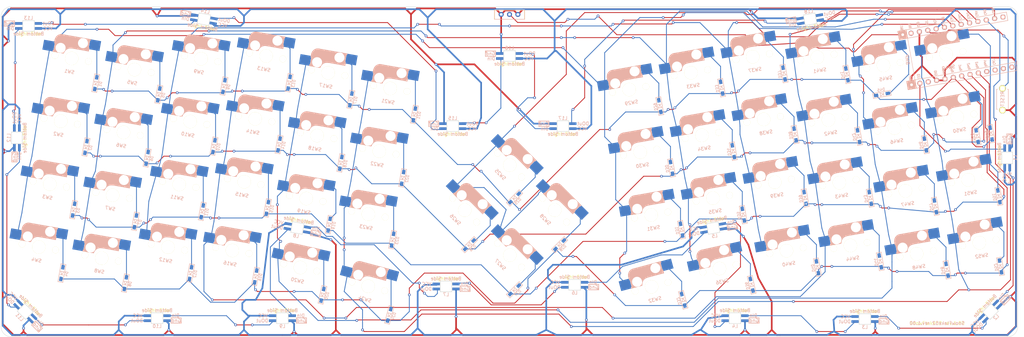
<source format=kicad_pcb>
(kicad_pcb (version 20171130) (host pcbnew "(5.1.12)-1")
  (layers (0 F.Cu signal) (31 B.Cu signal) (34 B.Paste user) (35 F.Paste user) (36 B.SilkS user) (37 F.SilkS user) (38 B.Mask user) (39 F.Mask user) (44 Edge.Cuts user))
  (net 0 "")
  (net 1 "Net-(D1-Pad2)")
  (net 2 Row0)
  (net 3 "Net-(D2-Pad2)")
  (net 4 Row1)
  (net 5 "Net-(D3-Pad2)")
  (net 6 Row2)
  (net 7 "Net-(D4-Pad2)")
  (net 8 Row3)
  (net 9 "Net-(D5-Pad2)")
  (net 10 "Net-(D6-Pad2)")
  (net 11 "Net-(D7-Pad2)")
  (net 12 "Net-(D8-Pad2)")
  (net 13 "Net-(D9-Pad2)")
  (net 14 "Net-(D10-Pad2)")
  (net 15 "Net-(D11-Pad2)")
  (net 16 "Net-(D12-Pad2)")
  (net 17 "Net-(D13-Pad2)")
  (net 18 "Net-(D14-Pad2)")
  (net 19 "Net-(D15-Pad2)")
  (net 20 "Net-(D16-Pad2)")
  (net 21 "Net-(D17-Pad2)")
  (net 22 "Net-(D18-Pad2)")
  (net 23 "Net-(D19-Pad2)")
  (net 24 "Net-(D20-Pad2)")
  (net 25 "Net-(D21-Pad2)")
  (net 26 "Net-(D22-Pad2)")
  (net 27 "Net-(D23-Pad2)")
  (net 28 "Net-(D24-Pad2)")
  (net 29 "Net-(D25-Pad2)")
  (net 30 "Net-(D26-Pad2)")
  (net 31 "Net-(D27-Pad2)")
  (net 32 "Net-(D28-Pad2)")
  (net 33 "Net-(D29-Pad1)")
  (net 34 "Net-(D30-Pad1)")
  (net 35 "Net-(D31-Pad1)")
  (net 36 "Net-(D32-Pad1)")
  (net 37 "Net-(D33-Pad1)")
  (net 38 "Net-(D34-Pad1)")
  (net 39 "Net-(D35-Pad1)")
  (net 40 "Net-(D36-Pad1)")
  (net 41 "Net-(D37-Pad1)")
  (net 42 "Net-(D38-Pad1)")
  (net 43 "Net-(D39-Pad1)")
  (net 44 "Net-(D40-Pad1)")
  (net 45 "Net-(D41-Pad1)")
  (net 46 "Net-(D42-Pad1)")
  (net 47 "Net-(D43-Pad1)")
  (net 48 "Net-(D44-Pad1)")
  (net 49 "Net-(D45-Pad1)")
  (net 50 "Net-(D46-Pad1)")
  (net 51 "Net-(D47-Pad1)")
  (net 52 "Net-(D48-Pad1)")
  (net 53 "Net-(D49-Pad1)")
  (net 54 "Net-(D50-Pad1)")
  (net 55 "Net-(D51-Pad1)")
  (net 56 "Net-(D52-Pad1)")
  (net 57 GND)
  (net 58 Bat+)
  (net 59 LED)
  (net 60 "Net-(L1-Pad1)")
  (net 61 VCC)
  (net 62 "Net-(L2-Pad1)")
  (net 63 "Net-(L3-Pad1)")
  (net 64 "Net-(L4-Pad1)")
  (net 65 "Net-(L5-Pad1)")
  (net 66 "Net-(L6-Pad1)")
  (net 67 "Net-(L7-Pad1)")
  (net 68 "Net-(L8-Pad1)")
  (net 69 "Net-(L10-Pad3)")
  (net 70 "Net-(L10-Pad1)")
  (net 71 "Net-(L11-Pad1)")
  (net 72 "Net-(L12-Pad1)")
  (net 73 "Net-(L13-Pad1)")
  (net 74 "Net-(L14-Pad1)")
  (net 75 "Net-(L15-Pad1)")
  (net 76 "Net-(L16-Pad1)")
  (net 77 "Net-(L17-Pad1)")
  (net 78 "Net-(L18-Pad1)")
  (net 79 Col0)
  (net 80 Col1)
  (net 81 Col2)
  (net 82 Col3)
  (net 83 Col4)
  (net 84 Col5)
  (net 85 Col6)
  (net 86 Reset)
  (net 87 "Net-(U1-Pad24)")
  (net 88 "Net-(U1-Pad13)")
  (net 89 "Net-(U1-Pad12)")
  (net 90 "Net-(U1-Pad11)")
  (net 91 "Net-(U1-Pad10)")
  (net 92 "Net-(U1-Pad9)")
  (net 93 "Net-(U1-Pad2)")
  (module kbd_SW:CherryMX_Hotswap_1u_Small1 (layer F.Cu) (at 283.457114 34.813438 10)
    (fp_text reference SW45 (at 0 4 10) (layer B.SilkS) (effects (justify mirror)))
    (fp_text value SW_PUSH hide)
    (pad 1 smd rect (at -7 -2.58 190) (size 3.3 3) (drill (offset 0.45 0)) (layers B.Cu B.Paste B.Mask) (net 83 Col4))
    (pad "" np_thru_hole circle (at -3.81 -2.54 190) (size 3 3) (drill 3) (layers *.Cu *.Mask))
    (pad "" np_thru_hole circle (at 2.54 -5.08 190) (size 3 3) (drill 3) (layers *.Cu *.Mask))
    (pad "" np_thru_hole circle (at 0 0 100) (size 4 4) (drill 4) (layers *.Cu *.Mask F.SilkS))
    (pad "" np_thru_hole circle (at 5.08 0 10) (size 2 2) (drill 2) (layers *.Cu *.Mask F.SilkS))
    (pad "" np_thru_hole circle (at -5.08 0 10) (size 2 2) (drill 2) (layers *.Cu *.Mask F.SilkS))
    (pad 2 smd rect (at 5.7 -5.12 190) (size 3.3 2.8) (drill (offset -0.45 -0.1)) (layers B.Cu B.Paste B.Mask) (net 49 "Net-(D45-Pad1)"))
  )
  (module kbd_SW:CherryMX_Hotswap_1u_Small1 (layer F.Cu) (at 302.235526 31.50044 10)
    (fp_text reference SW49 (at 0 4 10) (layer B.SilkS) (effects (justify mirror)))
    (fp_text value SW_PUSH hide)
    (pad 1 smd rect (at -7 -2.58 190) (size 3.3 3) (drill (offset 0.45 0)) (layers B.Cu B.Paste B.Mask) (net 84 Col5))
    (pad "" np_thru_hole circle (at -3.81 -2.54 190) (size 3 3) (drill 3) (layers *.Cu *.Mask))
    (pad "" np_thru_hole circle (at 2.54 -5.08 190) (size 3 3) (drill 3) (layers *.Cu *.Mask))
    (pad "" np_thru_hole circle (at 0 0 100) (size 4 4) (drill 4) (layers *.Cu *.Mask F.SilkS))
    (pad "" np_thru_hole circle (at 5.08 0 10) (size 2 2) (drill 2) (layers *.Cu *.Mask F.SilkS))
    (pad "" np_thru_hole circle (at -5.08 0 10) (size 2 2) (drill 2) (layers *.Cu *.Mask F.SilkS))
    (pad 2 smd rect (at 5.7 -5.12 190) (size 3.3 2.8) (drill (offset -0.45 -0.1)) (layers B.Cu B.Paste B.Mask) (net 53 "Net-(D49-Pad1)"))
  )
  (module kbd_Parts:Micon_BMP_GL (layer F.Cu) (at 307.29 30.12 100)
    (fp_text reference U1 hide)
    (fp_text value BLEMicroPro hide)
    (fp_text user Row3 (at -5.25 3.302 280) (layer B.SilkS) (effects (font (size 0.75 0.5) (thickness 0.125)) (justify mirror)))
    (fp_text user Col4 (at 9.95 5.85 280) (layer B.SilkS) (effects (font (size 0.75 0.5) (thickness 0.125)) (justify mirror)))
    (fp_text user Row4 (at -5.2 5.85 280) (layer B.SilkS) (effects (font (size 0.75 0.5) (thickness 0.125)) (justify mirror)))
    (fp_text user Col5 (at 9.95 8.4455 280) (layer B.SilkS) (effects (font (size 0.75 0.5) (thickness 0.125)) (justify mirror)))
    (fp_text user Col7 (at -5.2 8.4455 280) (layer B.SilkS) (effects (font (size 0.75 0.5) (thickness 0.125)) (justify mirror)))
    (fp_text user Col6 (at 9.95 10.95 280) (layer B.SilkS) (effects (font (size 0.75 0.5) (thickness 0.125)) (justify mirror)))
    (fp_text user Col0 (at 9.9 -4.3 280) (layer B.SilkS) (effects (font (size 0.75 0.5) (thickness 0.125)) (justify mirror)))
    (fp_text user Row0 (at -5.161 -4.318 280) (layer B.SilkS) (effects (font (size 0.75 0.5) (thickness 0.125)) (justify mirror)))
    (fp_text user Col1 (at 9.85 -1.778 280) (layer B.SilkS) (effects (font (size 0.75 0.5) (thickness 0.125)) (justify mirror)))
    (fp_text user Row1 (at -5.161 -1.778 280) (layer B.SilkS) (effects (font (size 0.75 0.5) (thickness 0.125)) (justify mirror)))
    (fp_text user Col2 (at 9.9 0.762 280) (layer B.SilkS) (effects (font (size 0.75 0.5) (thickness 0.125)) (justify mirror)))
    (fp_text user Row2 (at -5.2 0.8 280) (layer B.SilkS) (effects (font (size 0.75 0.5) (thickness 0.125)) (justify mirror)))
    (fp_text user Col3 (at 9.9 3.35 280) (layer B.SilkS) (effects (font (size 0.75 0.5) (thickness 0.125)) (justify mirror)))
    (fp_text user GND (at -5.361 -6.7945 280) (layer B.SilkS) (effects (font (size 0.75 0.5) (thickness 0.125)) (justify mirror)))
    (fp_text user VCC (at 9.8155 -6.858 280) (layer B.SilkS) (effects (font (size 0.75 0.5) (thickness 0.125)) (justify mirror)))
    (fp_text user GND (at -5.4245 -9.3345 280) (layer B.SilkS) (effects (font (size 0.75 0.5) (thickness 0.125)) (justify mirror)))
    (fp_text user RST (at 9.8155 -9.3345 280) (layer B.SilkS) (effects (font (size 0.75 0.5) (thickness 0.125)) (justify mirror)))
    (fp_text user GND (at 9.8155 -11.938 280) (layer B.SilkS) (effects (font (size 0.75 0.5) (thickness 0.125)) (justify mirror)))
    (fp_text user LED (at -5.5 -14.478 280) (layer B.SilkS) (effects (font (size 0.75 0.5) (thickness 0.125)) (justify mirror)))
    (fp_text user RAW (at 9.8155 -14.478 280) (layer B.SilkS) (effects (font (size 0.75 0.5) (thickness 0.125)) (justify mirror)))
    (fp_text user "" (at 1.2065 -16.256 280) (layer F.SilkS))
    (fp_text user "" (at 0.5 -17.25 280) (layer B.SilkS) (effects (justify mirror)))
    (fp_text user BAT+ (at 9.9155 -17.018 280) (layer B.SilkS) (effects (font (size 0.75 0.5) (thickness 0.125)) (justify mirror)))
    (fp_text user BAT- (at -5.3 -17.018 280) (layer B.SilkS) (effects (font (size 0.75 0.5) (thickness 0.125)) (justify mirror)))
    (fp_text user BMP (at 0 -17 280) (layer B.SilkS) (effects (justify mirror)))
    (pad 24 thru_hole circle (at 7.5636 -14.478 280) (size 1.524 1.524) (drill 0.8128) (layers *.Cu *.Mask B.SilkS) (net 87 "Net-(U1-Pad24)"))
    (pad 23 thru_hole circle (at 7.5636 -11.938 280) (size 1.524 1.524) (drill 0.8128) (layers *.Cu *.Mask B.SilkS) (net 57 GND))
    (pad 22 thru_hole circle (at 7.5636 -9.398 280) (size 1.524 1.524) (drill 0.8128) (layers *.Cu *.Mask B.SilkS) (net 86 Reset))
    (pad 21 thru_hole circle (at 7.5636 -6.858 280) (size 1.524 1.524) (drill 0.8128) (layers *.Cu *.Mask B.SilkS) (net 61 VCC))
    (pad 20 thru_hole circle (at 7.5636 -4.318 280) (size 1.524 1.524) (drill 0.8128) (layers *.Cu *.Mask B.SilkS) (net 79 Col0))
    (pad 19 thru_hole circle (at 7.5636 -1.778 280) (size 1.524 1.524) (drill 0.8128) (layers *.Cu *.Mask B.SilkS) (net 80 Col1))
    (pad 18 thru_hole circle (at 7.5636 0.762 280) (size 1.524 1.524) (drill 0.8128) (layers *.Cu *.Mask B.SilkS) (net 81 Col2))
    (pad 17 thru_hole circle (at 7.5636 3.302 280) (size 1.524 1.524) (drill 0.8128) (layers *.Cu *.Mask B.SilkS) (net 82 Col3))
    (pad 16 thru_hole circle (at 7.5636 5.842 280) (size 1.524 1.524) (drill 0.8128) (layers *.Cu *.Mask B.SilkS) (net 83 Col4))
    (pad 15 thru_hole circle (at 7.5636 8.382 280) (size 1.524 1.524) (drill 0.8128) (layers *.Cu *.Mask B.SilkS) (net 84 Col5))
    (pad 14 thru_hole circle (at 7.5636 10.922 280) (size 1.524 1.524) (drill 0.8128) (layers *.Cu *.Mask B.SilkS) (net 85 Col6))
    (pad 13 thru_hole circle (at 7.5636 13.462 280) (size 1.524 1.524) (drill 0.8128) (layers *.Cu *.Mask B.SilkS) (net 88 "Net-(U1-Pad13)"))
    (pad 12 thru_hole circle (at -7.6564 13.462 280) (size 1.524 1.524) (drill 0.8128) (layers *.Cu *.Mask B.SilkS) (net 89 "Net-(U1-Pad12)"))
    (pad 11 thru_hole circle (at -7.6564 10.922 280) (size 1.524 1.524) (drill 0.8128) (layers *.Cu *.Mask B.SilkS) (net 90 "Net-(U1-Pad11)"))
    (pad 10 thru_hole circle (at -7.6564 8.382 280) (size 1.524 1.524) (drill 0.8128) (layers *.Cu *.Mask B.SilkS) (net 91 "Net-(U1-Pad10)"))
    (pad 9 thru_hole circle (at -7.6564 5.842 280) (size 1.524 1.524) (drill 0.8128) (layers *.Cu *.Mask B.SilkS) (net 92 "Net-(U1-Pad9)"))
    (pad 8 thru_hole circle (at -7.6564 3.302 280) (size 1.524 1.524) (drill 0.8128) (layers *.Cu *.Mask B.SilkS) (net 8 Row3))
    (pad 7 thru_hole circle (at -7.6564 0.762 280) (size 1.524 1.524) (drill 0.8128) (layers *.Cu *.Mask B.SilkS) (net 6 Row2))
    (pad 6 thru_hole circle (at -7.6564 -1.778 280) (size 1.524 1.524) (drill 0.8128) (layers *.Cu *.Mask B.SilkS) (net 4 Row1))
    (pad 5 thru_hole circle (at -7.6564 -4.318 280) (size 1.524 1.524) (drill 0.8128) (layers *.Cu *.Mask B.SilkS) (net 2 Row0))
    (pad 4 thru_hole circle (at -7.6564 -6.858 280) (size 1.524 1.524) (drill 0.8128) (layers *.Cu *.Mask B.SilkS) (net 57 GND))
    (pad 3 thru_hole circle (at -7.6564 -9.398 280) (size 1.524 1.524) (drill 0.8128) (layers *.Cu *.Mask B.SilkS) (net 57 GND))
    (pad 2 thru_hole circle (at -7.6564 -11.938 280) (size 1.524 1.524) (drill 0.8128) (layers *.Cu *.Mask B.SilkS) (net 93 "Net-(U1-Pad2)"))
    (pad 1 thru_hole circle (at -7.6564 -14.478 280) (size 1.524 1.524) (drill 0.8128) (layers *.Cu *.Mask B.SilkS) (net 59 LED))
    (pad 26 thru_hole circle (at -7.6564 -17.018 280) (size 1.524 1.524) (drill 0.8128) (layers *.Cu *.Mask B.SilkS) (net 57 GND))
    (pad 25 thru_hole circle (at 7.5636 -17.018 280) (size 1.524 1.524) (drill 0.8128) (layers *.Cu *.Mask B.SilkS) (net 58 Bat+))
  )
  (module kbd_Parts:ResetSW (layer F.Cu) (at 319.0875 44.958 90)
    (fp_text reference SW53 hide)
    (fp_text value SW_PUSH)
    (fp_text user RESET (at 0.127 0 90) (layer B.SilkS) (effects (justify mirror)))
    (pad 2 thru_hole circle (at -3.25 0 90) (size 2 2) (drill 1.3) (layers *.Cu *.Mask F.SilkS) (net 57 GND))
    (pad 1 thru_hole circle (at 3.25 0 90) (size 2 2) (drill 1.3) (layers *.Cu *.Mask F.SilkS) (net 86 Reset))
  )
  (module kbd_SW:CherryMX_Hotswap_1u (layer F.Cu) (at 312.16352 87.901828 10)
    (fp_text reference SW52 (at 0 4 10) (layer B.SilkS) (effects (justify mirror)))
    (fp_text value SW_PUSH hide)
    (pad 2 smd rect (at 5.7 -5.12 190) (size 3.3 3) (drill (offset -0.45 0)) (layers B.Cu B.Paste B.Mask) (net 56 "Net-(D52-Pad1)"))
    (pad "" np_thru_hole circle (at -5.08 0 10) (size 2 2) (drill 2) (layers *.Cu *.Mask F.SilkS))
    (pad "" np_thru_hole circle (at 5.08 0 10) (size 2 2) (drill 2) (layers *.Cu *.Mask F.SilkS))
    (pad "" np_thru_hole circle (at 0 0 100) (size 4 4) (drill 4) (layers *.Cu *.Mask F.SilkS))
    (pad "" np_thru_hole circle (at 2.54 -5.08 190) (size 3 3) (drill 3) (layers *.Cu *.Mask))
    (pad "" np_thru_hole circle (at -3.81 -2.54 190) (size 3 3) (drill 3) (layers *.Cu *.Mask))
    (pad 1 smd rect (at -7 -2.58 190) (size 3.3 3) (drill (offset 0.45 0)) (layers B.Cu B.Paste B.Mask) (net 84 Col5))
  )
  (module kbd_SW:CherryMX_Hotswap_1u (layer F.Cu) (at 308.814264 69.056146 10)
    (fp_text reference SW51 (at 0 4 10) (layer B.SilkS) (effects (justify mirror)))
    (fp_text value SW_PUSH hide)
    (pad 2 smd rect (at 5.7 -5.12 190) (size 3.3 3) (drill (offset -0.45 0)) (layers B.Cu B.Paste B.Mask) (net 55 "Net-(D51-Pad1)"))
    (pad "" np_thru_hole circle (at -5.08 0 10) (size 2 2) (drill 2) (layers *.Cu *.Mask F.SilkS))
    (pad "" np_thru_hole circle (at 5.08 0 10) (size 2 2) (drill 2) (layers *.Cu *.Mask F.SilkS))
    (pad "" np_thru_hole circle (at 0 0 100) (size 4 4) (drill 4) (layers *.Cu *.Mask F.SilkS))
    (pad "" np_thru_hole circle (at 2.54 -5.08 190) (size 3 3) (drill 3) (layers *.Cu *.Mask))
    (pad "" np_thru_hole circle (at -3.81 -2.54 190) (size 3 3) (drill 3) (layers *.Cu *.Mask))
    (pad 1 smd rect (at -7 -2.58 190) (size 3.3 3) (drill (offset 0.45 0)) (layers B.Cu B.Paste B.Mask) (net 84 Col5))
  )
  (module kbd_SW:CherryMX_Hotswap_1u (layer F.Cu) (at 305.530481 50.261459 10)
    (fp_text reference SW50 (at 0 4 10) (layer B.SilkS) (effects (justify mirror)))
    (fp_text value SW_PUSH hide)
    (pad 2 smd rect (at 5.7 -5.12 190) (size 3.3 3) (drill (offset -0.45 0)) (layers B.Cu B.Paste B.Mask) (net 54 "Net-(D50-Pad1)"))
    (pad "" np_thru_hole circle (at -5.08 0 10) (size 2 2) (drill 2) (layers *.Cu *.Mask F.SilkS))
    (pad "" np_thru_hole circle (at 5.08 0 10) (size 2 2) (drill 2) (layers *.Cu *.Mask F.SilkS))
    (pad "" np_thru_hole circle (at 0 0 100) (size 4 4) (drill 4) (layers *.Cu *.Mask F.SilkS))
    (pad "" np_thru_hole circle (at 2.54 -5.08 190) (size 3 3) (drill 3) (layers *.Cu *.Mask))
    (pad "" np_thru_hole circle (at -3.81 -2.54 190) (size 3 3) (drill 3) (layers *.Cu *.Mask))
    (pad 1 smd rect (at -7 -2.58 190) (size 3.3 3) (drill (offset 0.45 0)) (layers B.Cu B.Paste B.Mask) (net 84 Col5))
  )
  (module kbd_SW:CherryMX_Hotswap_1u (layer F.Cu) (at 293.385108 91.214826 10)
    (fp_text reference SW48 (at 0 4 10) (layer B.SilkS) (effects (justify mirror)))
    (fp_text value SW_PUSH hide)
    (pad 2 smd rect (at 5.7 -5.12 190) (size 3.3 3) (drill (offset -0.45 0)) (layers B.Cu B.Paste B.Mask) (net 52 "Net-(D48-Pad1)"))
    (pad "" np_thru_hole circle (at -5.08 0 10) (size 2 2) (drill 2) (layers *.Cu *.Mask F.SilkS))
    (pad "" np_thru_hole circle (at 5.08 0 10) (size 2 2) (drill 2) (layers *.Cu *.Mask F.SilkS))
    (pad "" np_thru_hole circle (at 0 0 100) (size 4 4) (drill 4) (layers *.Cu *.Mask F.SilkS))
    (pad "" np_thru_hole circle (at 2.54 -5.08 190) (size 3 3) (drill 3) (layers *.Cu *.Mask))
    (pad "" np_thru_hole circle (at -3.81 -2.54 190) (size 3 3) (drill 3) (layers *.Cu *.Mask))
    (pad 1 smd rect (at -7 -2.58 190) (size 3.3 3) (drill (offset 0.45 0)) (layers B.Cu B.Paste B.Mask) (net 83 Col4))
  )
  (module kbd_SW:CherryMX_Hotswap_1u (layer F.Cu) (at 290.035852 72.369144 10)
    (fp_text reference SW47 (at 0 4 10) (layer B.SilkS) (effects (justify mirror)))
    (fp_text value SW_PUSH hide)
    (pad 2 smd rect (at 5.7 -5.12 190) (size 3.3 3) (drill (offset -0.45 0)) (layers B.Cu B.Paste B.Mask) (net 51 "Net-(D47-Pad1)"))
    (pad "" np_thru_hole circle (at -5.08 0 10) (size 2 2) (drill 2) (layers *.Cu *.Mask F.SilkS))
    (pad "" np_thru_hole circle (at 5.08 0 10) (size 2 2) (drill 2) (layers *.Cu *.Mask F.SilkS))
    (pad "" np_thru_hole circle (at 0 0 100) (size 4 4) (drill 4) (layers *.Cu *.Mask F.SilkS))
    (pad "" np_thru_hole circle (at 2.54 -5.08 190) (size 3 3) (drill 3) (layers *.Cu *.Mask))
    (pad "" np_thru_hole circle (at -3.81 -2.54 190) (size 3 3) (drill 3) (layers *.Cu *.Mask))
    (pad 1 smd rect (at -7 -2.58 190) (size 3.3 3) (drill (offset 0.45 0)) (layers B.Cu B.Paste B.Mask) (net 83 Col4))
  )
  (module kbd_SW:CherryMX_Hotswap_1u (layer F.Cu) (at 286.752069 53.574457 10)
    (fp_text reference SW46 (at 0 4 10) (layer B.SilkS) (effects (justify mirror)))
    (fp_text value SW_PUSH hide)
    (pad 2 smd rect (at 5.7 -5.12 190) (size 3.3 3) (drill (offset -0.45 0)) (layers B.Cu B.Paste B.Mask) (net 50 "Net-(D46-Pad1)"))
    (pad "" np_thru_hole circle (at -5.08 0 10) (size 2 2) (drill 2) (layers *.Cu *.Mask F.SilkS))
    (pad "" np_thru_hole circle (at 5.08 0 10) (size 2 2) (drill 2) (layers *.Cu *.Mask F.SilkS))
    (pad "" np_thru_hole circle (at 0 0 100) (size 4 4) (drill 4) (layers *.Cu *.Mask F.SilkS))
    (pad "" np_thru_hole circle (at 2.54 -5.08 190) (size 3 3) (drill 3) (layers *.Cu *.Mask))
    (pad "" np_thru_hole circle (at -3.81 -2.54 190) (size 3 3) (drill 3) (layers *.Cu *.Mask))
    (pad 1 smd rect (at -7 -2.58 190) (size 3.3 3) (drill (offset 0.45 0)) (layers B.Cu B.Paste B.Mask) (net 83 Col4))
  )
  (module kbd_SW:CherryMX_Hotswap_1u (layer F.Cu) (at 273.571819 88.720273 10)
    (fp_text reference SW44 (at 0 4 10) (layer B.SilkS) (effects (justify mirror)))
    (fp_text value SW_PUSH hide)
    (pad 2 smd rect (at 5.7 -5.12 190) (size 3.3 3) (drill (offset -0.45 0)) (layers B.Cu B.Paste B.Mask) (net 48 "Net-(D44-Pad1)"))
    (pad "" np_thru_hole circle (at -5.08 0 10) (size 2 2) (drill 2) (layers *.Cu *.Mask F.SilkS))
    (pad "" np_thru_hole circle (at 5.08 0 10) (size 2 2) (drill 2) (layers *.Cu *.Mask F.SilkS))
    (pad "" np_thru_hole circle (at 0 0 100) (size 4 4) (drill 4) (layers *.Cu *.Mask F.SilkS))
    (pad "" np_thru_hole circle (at 2.54 -5.08 190) (size 3 3) (drill 3) (layers *.Cu *.Mask))
    (pad "" np_thru_hole circle (at -3.81 -2.54 190) (size 3 3) (drill 3) (layers *.Cu *.Mask))
    (pad 1 smd rect (at -7 -2.58 190) (size 3.3 3) (drill (offset 0.45 0)) (layers B.Cu B.Paste B.Mask) (net 82 Col3))
  )
  (module kbd_SW:CherryMX_Hotswap_1u (layer F.Cu) (at 270.260735 69.925008 10)
    (fp_text reference SW43 (at 0 4 10) (layer B.SilkS) (effects (justify mirror)))
    (fp_text value SW_PUSH hide)
    (pad 2 smd rect (at 5.7 -5.12 190) (size 3.3 3) (drill (offset -0.45 0)) (layers B.Cu B.Paste B.Mask) (net 47 "Net-(D43-Pad1)"))
    (pad "" np_thru_hole circle (at -5.08 0 10) (size 2 2) (drill 2) (layers *.Cu *.Mask F.SilkS))
    (pad "" np_thru_hole circle (at 5.08 0 10) (size 2 2) (drill 2) (layers *.Cu *.Mask F.SilkS))
    (pad "" np_thru_hole circle (at 0 0 100) (size 4 4) (drill 4) (layers *.Cu *.Mask F.SilkS))
    (pad "" np_thru_hole circle (at 2.54 -5.08 190) (size 3 3) (drill 3) (layers *.Cu *.Mask))
    (pad "" np_thru_hole circle (at -3.81 -2.54 190) (size 3 3) (drill 3) (layers *.Cu *.Mask))
    (pad 1 smd rect (at -7 -2.58 190) (size 3.3 3) (drill (offset 0.45 0)) (layers B.Cu B.Paste B.Mask) (net 82 Col3))
  )
  (module kbd_SW:CherryMX_Hotswap_1u (layer F.Cu) (at 266.976952 51.130321 10)
    (fp_text reference SW42 (at 0 4 10) (layer B.SilkS) (effects (justify mirror)))
    (fp_text value SW_PUSH hide)
    (pad 2 smd rect (at 5.7 -5.12 190) (size 3.3 3) (drill (offset -0.45 0)) (layers B.Cu B.Paste B.Mask) (net 46 "Net-(D42-Pad1)"))
    (pad "" np_thru_hole circle (at -5.08 0 10) (size 2 2) (drill 2) (layers *.Cu *.Mask F.SilkS))
    (pad "" np_thru_hole circle (at 5.08 0 10) (size 2 2) (drill 2) (layers *.Cu *.Mask F.SilkS))
    (pad "" np_thru_hole circle (at 0 0 100) (size 4 4) (drill 4) (layers *.Cu *.Mask F.SilkS))
    (pad "" np_thru_hole circle (at 2.54 -5.08 190) (size 3 3) (drill 3) (layers *.Cu *.Mask))
    (pad "" np_thru_hole circle (at -3.81 -2.54 190) (size 3 3) (drill 3) (layers *.Cu *.Mask))
    (pad 1 smd rect (at -7 -2.58 190) (size 3.3 3) (drill (offset 0.45 0)) (layers B.Cu B.Paste B.Mask) (net 82 Col3))
  )
  (module kbd_SW:CherryMX_Hotswap_1u (layer F.Cu) (at 263.681997 32.369302 10)
    (fp_text reference SW41 (at 0 4 10) (layer B.SilkS) (effects (justify mirror)))
    (fp_text value SW_PUSH hide)
    (pad 2 smd rect (at 5.7 -5.12 190) (size 3.3 3) (drill (offset -0.45 0)) (layers B.Cu B.Paste B.Mask) (net 45 "Net-(D41-Pad1)"))
    (pad "" np_thru_hole circle (at -5.08 0 10) (size 2 2) (drill 2) (layers *.Cu *.Mask F.SilkS))
    (pad "" np_thru_hole circle (at 5.08 0 10) (size 2 2) (drill 2) (layers *.Cu *.Mask F.SilkS))
    (pad "" np_thru_hole circle (at 0 0 100) (size 4 4) (drill 4) (layers *.Cu *.Mask F.SilkS))
    (pad "" np_thru_hole circle (at 2.54 -5.08 190) (size 3 3) (drill 3) (layers *.Cu *.Mask))
    (pad "" np_thru_hole circle (at -3.81 -2.54 190) (size 3 3) (drill 3) (layers *.Cu *.Mask))
    (pad 1 smd rect (at -7 -2.58 190) (size 3.3 3) (drill (offset 0.45 0)) (layers B.Cu B.Paste B.Mask) (net 82 Col3))
  )
  (module kbd_SW:CherryMX_Hotswap_1u (layer F.Cu) (at 254.431321 90.289865 10)
    (fp_text reference SW40 (at 0 4 10) (layer B.SilkS) (effects (justify mirror)))
    (fp_text value SW_PUSH hide)
    (pad 2 smd rect (at 5.7 -5.12 190) (size 3.3 3) (drill (offset -0.45 0)) (layers B.Cu B.Paste B.Mask) (net 44 "Net-(D40-Pad1)"))
    (pad "" np_thru_hole circle (at -5.08 0 10) (size 2 2) (drill 2) (layers *.Cu *.Mask F.SilkS))
    (pad "" np_thru_hole circle (at 5.08 0 10) (size 2 2) (drill 2) (layers *.Cu *.Mask F.SilkS))
    (pad "" np_thru_hole circle (at 0 0 100) (size 4 4) (drill 4) (layers *.Cu *.Mask F.SilkS))
    (pad "" np_thru_hole circle (at 2.54 -5.08 190) (size 3 3) (drill 3) (layers *.Cu *.Mask))
    (pad "" np_thru_hole circle (at -3.81 -2.54 190) (size 3 3) (drill 3) (layers *.Cu *.Mask))
    (pad 1 smd rect (at -7 -2.58 190) (size 3.3 3) (drill (offset 0.45 0)) (layers B.Cu B.Paste B.Mask) (net 81 Col2))
  )
  (module kbd_SW:CherryMX_Hotswap_1u (layer F.Cu) (at 250.887268 69.771851 10)
    (fp_text reference SW39 (at 0 4 10) (layer B.SilkS) (effects (justify mirror)))
    (fp_text value SW_PUSH hide)
    (pad 2 smd rect (at 5.7 -5.12 190) (size 3.3 3) (drill (offset -0.45 0)) (layers B.Cu B.Paste B.Mask) (net 43 "Net-(D39-Pad1)"))
    (pad "" np_thru_hole circle (at -5.08 0 10) (size 2 2) (drill 2) (layers *.Cu *.Mask F.SilkS))
    (pad "" np_thru_hole circle (at 5.08 0 10) (size 2 2) (drill 2) (layers *.Cu *.Mask F.SilkS))
    (pad "" np_thru_hole circle (at 0 0 100) (size 4 4) (drill 4) (layers *.Cu *.Mask F.SilkS))
    (pad "" np_thru_hole circle (at 2.54 -5.08 190) (size 3 3) (drill 3) (layers *.Cu *.Mask))
    (pad "" np_thru_hole circle (at -3.81 -2.54 190) (size 3 3) (drill 3) (layers *.Cu *.Mask))
    (pad 1 smd rect (at -7 -2.58 190) (size 3.3 3) (drill (offset 0.45 0)) (layers B.Cu B.Paste B.Mask) (net 81 Col2))
  )
  (module kbd_SW:CherryMX_Hotswap_1u (layer F.Cu) (at 247.603485 50.977164 10)
    (fp_text reference SW38 (at 0 4 10) (layer B.SilkS) (effects (justify mirror)))
    (fp_text value SW_PUSH hide)
    (pad 2 smd rect (at 5.7 -5.12 190) (size 3.3 3) (drill (offset -0.45 0)) (layers B.Cu B.Paste B.Mask) (net 42 "Net-(D38-Pad1)"))
    (pad "" np_thru_hole circle (at -5.08 0 10) (size 2 2) (drill 2) (layers *.Cu *.Mask F.SilkS))
    (pad "" np_thru_hole circle (at 5.08 0 10) (size 2 2) (drill 2) (layers *.Cu *.Mask F.SilkS))
    (pad "" np_thru_hole circle (at 0 0 100) (size 4 4) (drill 4) (layers *.Cu *.Mask F.SilkS))
    (pad "" np_thru_hole circle (at 2.54 -5.08 190) (size 3 3) (drill 3) (layers *.Cu *.Mask))
    (pad "" np_thru_hole circle (at -3.81 -2.54 190) (size 3 3) (drill 3) (layers *.Cu *.Mask))
    (pad 1 smd rect (at -7 -2.58 190) (size 3.3 3) (drill (offset 0.45 0)) (layers B.Cu B.Paste B.Mask) (net 81 Col2))
  )
  (module kbd_SW:CherryMX_Hotswap_1u (layer F.Cu) (at 244.30853 32.216145 10)
    (fp_text reference SW37 (at 0 4 10) (layer B.SilkS) (effects (justify mirror)))
    (fp_text value SW_PUSH hide)
    (pad 2 smd rect (at 5.7 -5.12 190) (size 3.3 3) (drill (offset -0.45 0)) (layers B.Cu B.Paste B.Mask) (net 41 "Net-(D37-Pad1)"))
    (pad "" np_thru_hole circle (at -5.08 0 10) (size 2 2) (drill 2) (layers *.Cu *.Mask F.SilkS))
    (pad "" np_thru_hole circle (at 5.08 0 10) (size 2 2) (drill 2) (layers *.Cu *.Mask F.SilkS))
    (pad "" np_thru_hole circle (at 0 0 100) (size 4 4) (drill 4) (layers *.Cu *.Mask F.SilkS))
    (pad "" np_thru_hole circle (at 2.54 -5.08 190) (size 3 3) (drill 3) (layers *.Cu *.Mask))
    (pad "" np_thru_hole circle (at -3.81 -2.54 190) (size 3 3) (drill 3) (layers *.Cu *.Mask))
    (pad 1 smd rect (at -7 -2.58 190) (size 3.3 3) (drill (offset 0.45 0)) (layers B.Cu B.Paste B.Mask) (net 81 Col2))
  )
  (module kbd_SW:CherryMX_Hotswap_1u (layer F.Cu) (at 234.360969 95.625137 12.5)
    (fp_text reference SW36 (at 0 4 12.5) (layer B.SilkS) (effects (justify mirror)))
    (fp_text value SW_PUSH hide)
    (pad 2 smd rect (at 5.7 -5.12 192.5) (size 3.3 3) (drill (offset -0.45 0)) (layers B.Cu B.Paste B.Mask) (net 40 "Net-(D36-Pad1)"))
    (pad "" np_thru_hole circle (at -5.08 0 12.5) (size 2 2) (drill 2) (layers *.Cu *.Mask F.SilkS))
    (pad "" np_thru_hole circle (at 5.08 0 12.5) (size 2 2) (drill 2) (layers *.Cu *.Mask F.SilkS))
    (pad "" np_thru_hole circle (at 0 0 102.5) (size 4 4) (drill 4) (layers *.Cu *.Mask F.SilkS))
    (pad "" np_thru_hole circle (at 2.54 -5.08 192.5) (size 3 3) (drill 3) (layers *.Cu *.Mask))
    (pad "" np_thru_hole circle (at -3.81 -2.54 192.5) (size 3 3) (drill 3) (layers *.Cu *.Mask))
    (pad 1 smd rect (at -7 -2.58 192.5) (size 3.3 3) (drill (offset 0.45 0)) (layers B.Cu B.Paste B.Mask) (net 80 Col1))
  )
  (module kbd_SW:CherryMX_Hotswap_1u (layer F.Cu) (at 232.391034 74.557329 10)
    (fp_text reference SW35 (at 0 4 10) (layer B.SilkS) (effects (justify mirror)))
    (fp_text value SW_PUSH hide)
    (pad 2 smd rect (at 5.7 -5.12 190) (size 3.3 3) (drill (offset -0.45 0)) (layers B.Cu B.Paste B.Mask) (net 39 "Net-(D35-Pad1)"))
    (pad "" np_thru_hole circle (at -5.08 0 10) (size 2 2) (drill 2) (layers *.Cu *.Mask F.SilkS))
    (pad "" np_thru_hole circle (at 5.08 0 10) (size 2 2) (drill 2) (layers *.Cu *.Mask F.SilkS))
    (pad "" np_thru_hole circle (at 0 0 100) (size 4 4) (drill 4) (layers *.Cu *.Mask F.SilkS))
    (pad "" np_thru_hole circle (at 2.54 -5.08 190) (size 3 3) (drill 3) (layers *.Cu *.Mask))
    (pad "" np_thru_hole circle (at -3.81 -2.54 190) (size 3 3) (drill 3) (layers *.Cu *.Mask))
    (pad 1 smd rect (at -7 -2.58 190) (size 3.3 3) (drill (offset 0.45 0)) (layers B.Cu B.Paste B.Mask) (net 80 Col1))
  )
  (module kbd_SW:CherryMX_Hotswap_1u (layer F.Cu) (at 229.107251 55.762642 10)
    (fp_text reference SW34 (at 0 4 10) (layer B.SilkS) (effects (justify mirror)))
    (fp_text value SW_PUSH hide)
    (pad 2 smd rect (at 5.7 -5.12 190) (size 3.3 3) (drill (offset -0.45 0)) (layers B.Cu B.Paste B.Mask) (net 38 "Net-(D34-Pad1)"))
    (pad "" np_thru_hole circle (at -5.08 0 10) (size 2 2) (drill 2) (layers *.Cu *.Mask F.SilkS))
    (pad "" np_thru_hole circle (at 5.08 0 10) (size 2 2) (drill 2) (layers *.Cu *.Mask F.SilkS))
    (pad "" np_thru_hole circle (at 0 0 100) (size 4 4) (drill 4) (layers *.Cu *.Mask F.SilkS))
    (pad "" np_thru_hole circle (at 2.54 -5.08 190) (size 3 3) (drill 3) (layers *.Cu *.Mask))
    (pad "" np_thru_hole circle (at -3.81 -2.54 190) (size 3 3) (drill 3) (layers *.Cu *.Mask))
    (pad 1 smd rect (at -7 -2.58 190) (size 3.3 3) (drill (offset 0.45 0)) (layers B.Cu B.Paste B.Mask) (net 80 Col1))
  )
  (module kbd_SW:CherryMX_Hotswap_1u (layer F.Cu) (at 225.812296 37.001623 10)
    (fp_text reference SW33 (at 0 4 10) (layer B.SilkS) (effects (justify mirror)))
    (fp_text value SW_PUSH hide)
    (pad 2 smd rect (at 5.7 -5.12 190) (size 3.3 3) (drill (offset -0.45 0)) (layers B.Cu B.Paste B.Mask) (net 37 "Net-(D33-Pad1)"))
    (pad "" np_thru_hole circle (at -5.08 0 10) (size 2 2) (drill 2) (layers *.Cu *.Mask F.SilkS))
    (pad "" np_thru_hole circle (at 5.08 0 10) (size 2 2) (drill 2) (layers *.Cu *.Mask F.SilkS))
    (pad "" np_thru_hole circle (at 0 0 100) (size 4 4) (drill 4) (layers *.Cu *.Mask F.SilkS))
    (pad "" np_thru_hole circle (at 2.54 -5.08 190) (size 3 3) (drill 3) (layers *.Cu *.Mask))
    (pad "" np_thru_hole circle (at -3.81 -2.54 190) (size 3 3) (drill 3) (layers *.Cu *.Mask))
    (pad 1 smd rect (at -7 -2.58 190) (size 3.3 3) (drill (offset 0.45 0)) (layers B.Cu B.Paste B.Mask) (net 80 Col1))
  )
  (module kbd_SW:CherryMX_Hotswap_1u (layer F.Cu) (at 214.017809 101.074197 15)
    (fp_text reference SW32 (at 0 4 15) (layer B.SilkS) (effects (justify mirror)))
    (fp_text value SW_PUSH hide)
    (pad 2 smd rect (at 5.7 -5.12 195) (size 3.3 3) (drill (offset -0.45 0)) (layers B.Cu B.Paste B.Mask) (net 36 "Net-(D32-Pad1)"))
    (pad "" np_thru_hole circle (at -5.08 0 15) (size 2 2) (drill 2) (layers *.Cu *.Mask F.SilkS))
    (pad "" np_thru_hole circle (at 5.08 0 15) (size 2 2) (drill 2) (layers *.Cu *.Mask F.SilkS))
    (pad "" np_thru_hole circle (at 0 0 105) (size 4 4) (drill 4) (layers *.Cu *.Mask F.SilkS))
    (pad "" np_thru_hole circle (at 2.54 -5.08 195) (size 3 3) (drill 3) (layers *.Cu *.Mask))
    (pad "" np_thru_hole circle (at -3.81 -2.54 195) (size 3 3) (drill 3) (layers *.Cu *.Mask))
    (pad 1 smd rect (at -7 -2.58 195) (size 3.3 3) (drill (offset 0.45 0)) (layers B.Cu B.Paste B.Mask) (net 79 Col0))
  )
  (module kbd_SW:CherryMX_Hotswap_1u (layer F.Cu) (at 213.904754 79.594749 10)
    (fp_text reference SW31 (at 0 4 10) (layer B.SilkS) (effects (justify mirror)))
    (fp_text value SW_PUSH hide)
    (pad 2 smd rect (at 5.7 -5.12 190) (size 3.3 3) (drill (offset -0.45 0)) (layers B.Cu B.Paste B.Mask) (net 35 "Net-(D31-Pad1)"))
    (pad "" np_thru_hole circle (at -5.08 0 10) (size 2 2) (drill 2) (layers *.Cu *.Mask F.SilkS))
    (pad "" np_thru_hole circle (at 5.08 0 10) (size 2 2) (drill 2) (layers *.Cu *.Mask F.SilkS))
    (pad "" np_thru_hole circle (at 0 0 100) (size 4 4) (drill 4) (layers *.Cu *.Mask F.SilkS))
    (pad "" np_thru_hole circle (at 2.54 -5.08 190) (size 3 3) (drill 3) (layers *.Cu *.Mask))
    (pad "" np_thru_hole circle (at -3.81 -2.54 190) (size 3 3) (drill 3) (layers *.Cu *.Mask))
    (pad 1 smd rect (at -7 -2.58 190) (size 3.3 3) (drill (offset 0.45 0)) (layers B.Cu B.Paste B.Mask) (net 79 Col0))
  )
  (module kbd_SW:CherryMX_Hotswap_1u (layer F.Cu) (at 210.620971 60.800062 10)
    (fp_text reference SW30 (at 0 4 10) (layer B.SilkS) (effects (justify mirror)))
    (fp_text value SW_PUSH hide)
    (pad 2 smd rect (at 5.7 -5.12 190) (size 3.3 3) (drill (offset -0.45 0)) (layers B.Cu B.Paste B.Mask) (net 34 "Net-(D30-Pad1)"))
    (pad "" np_thru_hole circle (at -5.08 0 10) (size 2 2) (drill 2) (layers *.Cu *.Mask F.SilkS))
    (pad "" np_thru_hole circle (at 5.08 0 10) (size 2 2) (drill 2) (layers *.Cu *.Mask F.SilkS))
    (pad "" np_thru_hole circle (at 0 0 100) (size 4 4) (drill 4) (layers *.Cu *.Mask F.SilkS))
    (pad "" np_thru_hole circle (at 2.54 -5.08 190) (size 3 3) (drill 3) (layers *.Cu *.Mask))
    (pad "" np_thru_hole circle (at -3.81 -2.54 190) (size 3 3) (drill 3) (layers *.Cu *.Mask))
    (pad 1 smd rect (at -7 -2.58 190) (size 3.3 3) (drill (offset 0.45 0)) (layers B.Cu B.Paste B.Mask) (net 79 Col0))
  )
  (module kbd_SW:CherryMX_Hotswap_1u (layer F.Cu) (at 207.326016 42.039043 10)
    (fp_text reference SW29 (at 0 4 10) (layer B.SilkS) (effects (justify mirror)))
    (fp_text value SW_PUSH hide)
    (pad 2 smd rect (at 5.7 -5.12 190) (size 3.3 3) (drill (offset -0.45 0)) (layers B.Cu B.Paste B.Mask) (net 33 "Net-(D29-Pad1)"))
    (pad "" np_thru_hole circle (at -5.08 0 10) (size 2 2) (drill 2) (layers *.Cu *.Mask F.SilkS))
    (pad "" np_thru_hole circle (at 5.08 0 10) (size 2 2) (drill 2) (layers *.Cu *.Mask F.SilkS))
    (pad "" np_thru_hole circle (at 0 0 100) (size 4 4) (drill 4) (layers *.Cu *.Mask F.SilkS))
    (pad "" np_thru_hole circle (at 2.54 -5.08 190) (size 3 3) (drill 3) (layers *.Cu *.Mask))
    (pad "" np_thru_hole circle (at -3.81 -2.54 190) (size 3 3) (drill 3) (layers *.Cu *.Mask))
    (pad 1 smd rect (at -7 -2.58 190) (size 3.3 3) (drill (offset 0.45 0)) (layers B.Cu B.Paste B.Mask) (net 79 Col0))
  )
  (module kbd_SW:CherryMX_Hotswap_1u (layer F.Cu) (at 185.036583 78.146396 315)
    (fp_text reference SW28 (at 0 4 135) (layer B.SilkS) (effects (justify mirror)))
    (fp_text value SW_PUSH hide)
    (pad 2 smd rect (at 5.7 -5.12 135) (size 3.3 3) (drill (offset -0.45 0)) (layers B.Cu B.Paste B.Mask) (net 32 "Net-(D28-Pad2)"))
    (pad "" np_thru_hole circle (at -5.08 0 315) (size 2 2) (drill 2) (layers *.Cu *.Mask F.SilkS))
    (pad "" np_thru_hole circle (at 5.08 0 315) (size 2 2) (drill 2) (layers *.Cu *.Mask F.SilkS))
    (pad "" np_thru_hole circle (at 0 0 45) (size 4 4) (drill 4) (layers *.Cu *.Mask F.SilkS))
    (pad "" np_thru_hole circle (at 2.54 -5.08 135) (size 3 3) (drill 3) (layers *.Cu *.Mask))
    (pad "" np_thru_hole circle (at -3.81 -2.54 135) (size 3 3) (drill 3) (layers *.Cu *.Mask))
    (pad 1 smd rect (at -7 -2.58 135) (size 3.3 3) (drill (offset 0.45 0)) (layers B.Cu B.Paste B.Mask) (net 85 Col6))
  )
  (module kbd_SW:CherryMX_Hotswap_1u (layer F.Cu) (at 171.556741 91.651319 315)
    (fp_text reference SW27 (at 0 4 135) (layer B.SilkS) (effects (justify mirror)))
    (fp_text value SW_PUSH hide)
    (pad 2 smd rect (at 5.7 -5.12 135) (size 3.3 3) (drill (offset -0.45 0)) (layers B.Cu B.Paste B.Mask) (net 31 "Net-(D27-Pad2)"))
    (pad "" np_thru_hole circle (at -5.08 0 315) (size 2 2) (drill 2) (layers *.Cu *.Mask F.SilkS))
    (pad "" np_thru_hole circle (at 5.08 0 315) (size 2 2) (drill 2) (layers *.Cu *.Mask F.SilkS))
    (pad "" np_thru_hole circle (at 0 0 45) (size 4 4) (drill 4) (layers *.Cu *.Mask F.SilkS))
    (pad "" np_thru_hole circle (at 2.54 -5.08 135) (size 3 3) (drill 3) (layers *.Cu *.Mask))
    (pad "" np_thru_hole circle (at -3.81 -2.54 135) (size 3 3) (drill 3) (layers *.Cu *.Mask))
    (pad 1 smd rect (at -7 -2.58 135) (size 3.3 3) (drill (offset 0.45 0)) (layers B.Cu B.Paste B.Mask) (net 85 Col6))
  )
  (module kbd_SW:CherryMX_Hotswap_1u (layer F.Cu) (at 158.076439 78.155646 315)
    (fp_text reference SW26 (at 0 4 135) (layer B.SilkS) (effects (justify mirror)))
    (fp_text value SW_PUSH hide)
    (pad 2 smd rect (at 5.7 -5.12 135) (size 3.3 3) (drill (offset -0.45 0)) (layers B.Cu B.Paste B.Mask) (net 30 "Net-(D26-Pad2)"))
    (pad "" np_thru_hole circle (at -5.08 0 315) (size 2 2) (drill 2) (layers *.Cu *.Mask F.SilkS))
    (pad "" np_thru_hole circle (at 5.08 0 315) (size 2 2) (drill 2) (layers *.Cu *.Mask F.SilkS))
    (pad "" np_thru_hole circle (at 0 0 45) (size 4 4) (drill 4) (layers *.Cu *.Mask F.SilkS))
    (pad "" np_thru_hole circle (at 2.54 -5.08 135) (size 3 3) (drill 3) (layers *.Cu *.Mask))
    (pad "" np_thru_hole circle (at -3.81 -2.54 135) (size 3 3) (drill 3) (layers *.Cu *.Mask))
    (pad 1 smd rect (at -7 -2.58 135) (size 3.3 3) (drill (offset 0.45 0)) (layers B.Cu B.Paste B.Mask) (net 85 Col6))
  )
  (module kbd_SW:CherryMX_Hotswap_1u (layer F.Cu) (at 171.556281 64.650723 315)
    (fp_text reference SW25 (at 0 4 135) (layer B.SilkS) (effects (justify mirror)))
    (fp_text value SW_PUSH hide)
    (pad 2 smd rect (at 5.7 -5.12 135) (size 3.3 3) (drill (offset -0.45 0)) (layers B.Cu B.Paste B.Mask) (net 29 "Net-(D25-Pad2)"))
    (pad "" np_thru_hole circle (at -5.08 0 315) (size 2 2) (drill 2) (layers *.Cu *.Mask F.SilkS))
    (pad "" np_thru_hole circle (at 5.08 0 315) (size 2 2) (drill 2) (layers *.Cu *.Mask F.SilkS))
    (pad "" np_thru_hole circle (at 0 0 45) (size 4 4) (drill 4) (layers *.Cu *.Mask F.SilkS))
    (pad "" np_thru_hole circle (at 2.54 -5.08 135) (size 3 3) (drill 3) (layers *.Cu *.Mask))
    (pad "" np_thru_hole circle (at -3.81 -2.54 135) (size 3 3) (drill 3) (layers *.Cu *.Mask))
    (pad 1 smd rect (at -7 -2.58 135) (size 3.3 3) (drill (offset 0.45 0)) (layers B.Cu B.Paste B.Mask) (net 85 Col6))
  )
  (module kbd_SW:CherryMX_Hotswap_1u (layer F.Cu) (at 129.213512 100.951724 345)
    (fp_text reference SW24 (at 0 4 165) (layer B.SilkS) (effects (justify mirror)))
    (fp_text value SW_PUSH hide)
    (pad 2 smd rect (at 5.7 -5.12 165) (size 3.3 3) (drill (offset -0.45 0)) (layers B.Cu B.Paste B.Mask) (net 28 "Net-(D24-Pad2)"))
    (pad "" np_thru_hole circle (at -5.08 0 345) (size 2 2) (drill 2) (layers *.Cu *.Mask F.SilkS))
    (pad "" np_thru_hole circle (at 5.08 0 345) (size 2 2) (drill 2) (layers *.Cu *.Mask F.SilkS))
    (pad "" np_thru_hole circle (at 0 0 75) (size 4 4) (drill 4) (layers *.Cu *.Mask F.SilkS))
    (pad "" np_thru_hole circle (at 2.54 -5.08 165) (size 3 3) (drill 3) (layers *.Cu *.Mask))
    (pad "" np_thru_hole circle (at -3.81 -2.54 165) (size 3 3) (drill 3) (layers *.Cu *.Mask))
    (pad 1 smd rect (at -7 -2.58 165) (size 3.3 3) (drill (offset 0.45 0)) (layers B.Cu B.Paste B.Mask) (net 84 Col5))
  )
  (module kbd_SW:CherryMX_Hotswap_1u (layer F.Cu) (at 129.245511 79.35641 350)
    (fp_text reference SW23 (at 0 4 170) (layer B.SilkS) (effects (justify mirror)))
    (fp_text value SW_PUSH hide)
    (pad 2 smd rect (at 5.7 -5.12 170) (size 3.3 3) (drill (offset -0.45 0)) (layers B.Cu B.Paste B.Mask) (net 27 "Net-(D23-Pad2)"))
    (pad "" np_thru_hole circle (at -5.08 0 350) (size 2 2) (drill 2) (layers *.Cu *.Mask F.SilkS))
    (pad "" np_thru_hole circle (at 5.08 0 350) (size 2 2) (drill 2) (layers *.Cu *.Mask F.SilkS))
    (pad "" np_thru_hole circle (at 0 0 80) (size 4 4) (drill 4) (layers *.Cu *.Mask F.SilkS))
    (pad "" np_thru_hole circle (at 2.54 -5.08 170) (size 3 3) (drill 3) (layers *.Cu *.Mask))
    (pad "" np_thru_hole circle (at -3.81 -2.54 170) (size 3 3) (drill 3) (layers *.Cu *.Mask))
    (pad 1 smd rect (at -7 -2.58 170) (size 3.3 3) (drill (offset 0.45 0)) (layers B.Cu B.Paste B.Mask) (net 84 Col5))
  )
  (module kbd_SW:CherryMX_Hotswap_1u (layer F.Cu) (at 132.515395 60.518119 350)
    (fp_text reference SW22 (at 0 4 170) (layer B.SilkS) (effects (justify mirror)))
    (fp_text value SW_PUSH hide)
    (pad 2 smd rect (at 5.7 -5.12 170) (size 3.3 3) (drill (offset -0.45 0)) (layers B.Cu B.Paste B.Mask) (net 26 "Net-(D22-Pad2)"))
    (pad "" np_thru_hole circle (at -5.08 0 350) (size 2 2) (drill 2) (layers *.Cu *.Mask F.SilkS))
    (pad "" np_thru_hole circle (at 5.08 0 350) (size 2 2) (drill 2) (layers *.Cu *.Mask F.SilkS))
    (pad "" np_thru_hole circle (at 0 0 80) (size 4 4) (drill 4) (layers *.Cu *.Mask F.SilkS))
    (pad "" np_thru_hole circle (at 2.54 -5.08 170) (size 3 3) (drill 3) (layers *.Cu *.Mask))
    (pad "" np_thru_hole circle (at -3.81 -2.54 170) (size 3 3) (drill 3) (layers *.Cu *.Mask))
    (pad 1 smd rect (at -7 -2.58 170) (size 3.3 3) (drill (offset 0.45 0)) (layers B.Cu B.Paste B.Mask) (net 84 Col5))
  )
  (module kbd_SW:CherryMX_Hotswap_1u (layer F.Cu) (at 135.802254 41.709615 350)
    (fp_text reference SW21 (at 0 4 170) (layer B.SilkS) (effects (justify mirror)))
    (fp_text value SW_PUSH hide)
    (pad 2 smd rect (at 5.7 -5.12 170) (size 3.3 3) (drill (offset -0.45 0)) (layers B.Cu B.Paste B.Mask) (net 25 "Net-(D21-Pad2)"))
    (pad "" np_thru_hole circle (at -5.08 0 350) (size 2 2) (drill 2) (layers *.Cu *.Mask F.SilkS))
    (pad "" np_thru_hole circle (at 5.08 0 350) (size 2 2) (drill 2) (layers *.Cu *.Mask F.SilkS))
    (pad "" np_thru_hole circle (at 0 0 80) (size 4 4) (drill 4) (layers *.Cu *.Mask F.SilkS))
    (pad "" np_thru_hole circle (at 2.54 -5.08 170) (size 3 3) (drill 3) (layers *.Cu *.Mask))
    (pad "" np_thru_hole circle (at -3.81 -2.54 170) (size 3 3) (drill 3) (layers *.Cu *.Mask))
    (pad 1 smd rect (at -7 -2.58 170) (size 3.3 3) (drill (offset 0.45 0)) (layers B.Cu B.Paste B.Mask) (net 84 Col5))
  )
  (module kbd_SW:CherryMX_Hotswap_1u (layer F.Cu) (at 108.870353 95.321028 347.5)
    (fp_text reference SW20 (at 0 4 167.5) (layer B.SilkS) (effects (justify mirror)))
    (fp_text value SW_PUSH hide)
    (pad 2 smd rect (at 5.7 -5.12 167.5) (size 3.3 3) (drill (offset -0.45 0)) (layers B.Cu B.Paste B.Mask) (net 24 "Net-(D20-Pad2)"))
    (pad "" np_thru_hole circle (at -5.08 0 347.5) (size 2 2) (drill 2) (layers *.Cu *.Mask F.SilkS))
    (pad "" np_thru_hole circle (at 5.08 0 347.5) (size 2 2) (drill 2) (layers *.Cu *.Mask F.SilkS))
    (pad "" np_thru_hole circle (at 0 0 77.5) (size 4 4) (drill 4) (layers *.Cu *.Mask F.SilkS))
    (pad "" np_thru_hole circle (at 2.54 -5.08 167.5) (size 3 3) (drill 3) (layers *.Cu *.Mask))
    (pad "" np_thru_hole circle (at -3.81 -2.54 167.5) (size 3 3) (drill 3) (layers *.Cu *.Mask))
    (pad 1 smd rect (at -7 -2.58 167.5) (size 3.3 3) (drill (offset 0.45 0)) (layers B.Cu B.Paste B.Mask) (net 83 Col4))
  )
  (module kbd_SW:CherryMX_Hotswap_1u (layer F.Cu) (at 110.641016 74.667303 350)
    (fp_text reference SW19 (at 0 4 170) (layer B.SilkS) (effects (justify mirror)))
    (fp_text value SW_PUSH hide)
    (pad 2 smd rect (at 5.7 -5.12 170) (size 3.3 3) (drill (offset -0.45 0)) (layers B.Cu B.Paste B.Mask) (net 23 "Net-(D19-Pad2)"))
    (pad "" np_thru_hole circle (at -5.08 0 350) (size 2 2) (drill 2) (layers *.Cu *.Mask F.SilkS))
    (pad "" np_thru_hole circle (at 5.08 0 350) (size 2 2) (drill 2) (layers *.Cu *.Mask F.SilkS))
    (pad "" np_thru_hole circle (at 0 0 80) (size 4 4) (drill 4) (layers *.Cu *.Mask F.SilkS))
    (pad "" np_thru_hole circle (at 2.54 -5.08 170) (size 3 3) (drill 3) (layers *.Cu *.Mask))
    (pad "" np_thru_hole circle (at -3.81 -2.54 170) (size 3 3) (drill 3) (layers *.Cu *.Mask))
    (pad 1 smd rect (at -7 -2.58 170) (size 3.3 3) (drill (offset 0.45 0)) (layers B.Cu B.Paste B.Mask) (net 83 Col4))
  )
  (module kbd_SW:CherryMX_Hotswap_1u (layer F.Cu) (at 113.9109 55.829012 350)
    (fp_text reference SW18 (at 0 4 170) (layer B.SilkS) (effects (justify mirror)))
    (fp_text value SW_PUSH hide)
    (pad 2 smd rect (at 5.7 -5.12 170) (size 3.3 3) (drill (offset -0.45 0)) (layers B.Cu B.Paste B.Mask) (net 22 "Net-(D18-Pad2)"))
    (pad "" np_thru_hole circle (at -5.08 0 350) (size 2 2) (drill 2) (layers *.Cu *.Mask F.SilkS))
    (pad "" np_thru_hole circle (at 5.08 0 350) (size 2 2) (drill 2) (layers *.Cu *.Mask F.SilkS))
    (pad "" np_thru_hole circle (at 0 0 80) (size 4 4) (drill 4) (layers *.Cu *.Mask F.SilkS))
    (pad "" np_thru_hole circle (at 2.54 -5.08 170) (size 3 3) (drill 3) (layers *.Cu *.Mask))
    (pad "" np_thru_hole circle (at -3.81 -2.54 170) (size 3 3) (drill 3) (layers *.Cu *.Mask))
    (pad 1 smd rect (at -7 -2.58 170) (size 3.3 3) (drill (offset 0.45 0)) (layers B.Cu B.Paste B.Mask) (net 83 Col4))
  )
  (module kbd_SW:CherryMX_Hotswap_1u (layer F.Cu) (at 117.197759 37.020508 350)
    (fp_text reference SW17 (at 0 4 170) (layer B.SilkS) (effects (justify mirror)))
    (fp_text value SW_PUSH hide)
    (pad 2 smd rect (at 5.7 -5.12 170) (size 3.3 3) (drill (offset -0.45 0)) (layers B.Cu B.Paste B.Mask) (net 21 "Net-(D17-Pad2)"))
    (pad "" np_thru_hole circle (at -5.08 0 350) (size 2 2) (drill 2) (layers *.Cu *.Mask F.SilkS))
    (pad "" np_thru_hole circle (at 5.08 0 350) (size 2 2) (drill 2) (layers *.Cu *.Mask F.SilkS))
    (pad "" np_thru_hole circle (at 0 0 80) (size 4 4) (drill 4) (layers *.Cu *.Mask F.SilkS))
    (pad "" np_thru_hole circle (at 2.54 -5.08 170) (size 3 3) (drill 3) (layers *.Cu *.Mask))
    (pad "" np_thru_hole circle (at -3.81 -2.54 170) (size 3 3) (drill 3) (layers *.Cu *.Mask))
    (pad 1 smd rect (at -7 -2.58 170) (size 3.3 3) (drill (offset 0.45 0)) (layers B.Cu B.Paste B.Mask) (net 83 Col4))
  )
  (module kbd_SW:CherryMX_Hotswap_1u (layer F.Cu) (at 88.516169 90.229412 350)
    (fp_text reference SW16 (at 0 4 170) (layer B.SilkS) (effects (justify mirror)))
    (fp_text value SW_PUSH hide)
    (pad 2 smd rect (at 5.7 -5.12 170) (size 3.3 3) (drill (offset -0.45 0)) (layers B.Cu B.Paste B.Mask) (net 20 "Net-(D16-Pad2)"))
    (pad "" np_thru_hole circle (at -5.08 0 350) (size 2 2) (drill 2) (layers *.Cu *.Mask F.SilkS))
    (pad "" np_thru_hole circle (at 5.08 0 350) (size 2 2) (drill 2) (layers *.Cu *.Mask F.SilkS))
    (pad "" np_thru_hole circle (at 0 0 80) (size 4 4) (drill 4) (layers *.Cu *.Mask F.SilkS))
    (pad "" np_thru_hole circle (at 2.54 -5.08 170) (size 3 3) (drill 3) (layers *.Cu *.Mask))
    (pad "" np_thru_hole circle (at -3.81 -2.54 170) (size 3 3) (drill 3) (layers *.Cu *.Mask))
    (pad 1 smd rect (at -7 -2.58 170) (size 3.3 3) (drill (offset 0.45 0)) (layers B.Cu B.Paste B.Mask) (net 82 Col3))
  )
  (module kbd_SW:CherryMX_Hotswap_1u (layer F.Cu) (at 92.080381 69.641117 350)
    (fp_text reference SW15 (at 0 4 170) (layer B.SilkS) (effects (justify mirror)))
    (fp_text value SW_PUSH hide)
    (pad 2 smd rect (at 5.7 -5.12 170) (size 3.3 3) (drill (offset -0.45 0)) (layers B.Cu B.Paste B.Mask) (net 19 "Net-(D15-Pad2)"))
    (pad "" np_thru_hole circle (at -5.08 0 350) (size 2 2) (drill 2) (layers *.Cu *.Mask F.SilkS))
    (pad "" np_thru_hole circle (at 5.08 0 350) (size 2 2) (drill 2) (layers *.Cu *.Mask F.SilkS))
    (pad "" np_thru_hole circle (at 0 0 80) (size 4 4) (drill 4) (layers *.Cu *.Mask F.SilkS))
    (pad "" np_thru_hole circle (at 2.54 -5.08 170) (size 3 3) (drill 3) (layers *.Cu *.Mask))
    (pad "" np_thru_hole circle (at -3.81 -2.54 170) (size 3 3) (drill 3) (layers *.Cu *.Mask))
    (pad 1 smd rect (at -7 -2.58 170) (size 3.3 3) (drill (offset 0.45 0)) (layers B.Cu B.Paste B.Mask) (net 82 Col3))
  )
  (module kbd_SW:CherryMX_Hotswap_1u (layer F.Cu) (at 95.350265 50.802826 350)
    (fp_text reference SW14 (at 0 4 170) (layer B.SilkS) (effects (justify mirror)))
    (fp_text value SW_PUSH hide)
    (pad 2 smd rect (at 5.7 -5.12 170) (size 3.3 3) (drill (offset -0.45 0)) (layers B.Cu B.Paste B.Mask) (net 18 "Net-(D14-Pad2)"))
    (pad "" np_thru_hole circle (at -5.08 0 350) (size 2 2) (drill 2) (layers *.Cu *.Mask F.SilkS))
    (pad "" np_thru_hole circle (at 5.08 0 350) (size 2 2) (drill 2) (layers *.Cu *.Mask F.SilkS))
    (pad "" np_thru_hole circle (at 0 0 80) (size 4 4) (drill 4) (layers *.Cu *.Mask F.SilkS))
    (pad "" np_thru_hole circle (at 2.54 -5.08 170) (size 3 3) (drill 3) (layers *.Cu *.Mask))
    (pad "" np_thru_hole circle (at -3.81 -2.54 170) (size 3 3) (drill 3) (layers *.Cu *.Mask))
    (pad 1 smd rect (at -7 -2.58 170) (size 3.3 3) (drill (offset 0.45 0)) (layers B.Cu B.Paste B.Mask) (net 82 Col3))
  )
  (module kbd_SW:CherryMX_Hotswap_1u (layer F.Cu) (at 98.637124 31.994322 350)
    (fp_text reference SW13 (at 0 4 170) (layer B.SilkS) (effects (justify mirror)))
    (fp_text value SW_PUSH hide)
    (pad 2 smd rect (at 5.7 -5.12 170) (size 3.3 3) (drill (offset -0.45 0)) (layers B.Cu B.Paste B.Mask) (net 17 "Net-(D13-Pad2)"))
    (pad "" np_thru_hole circle (at -5.08 0 350) (size 2 2) (drill 2) (layers *.Cu *.Mask F.SilkS))
    (pad "" np_thru_hole circle (at 5.08 0 350) (size 2 2) (drill 2) (layers *.Cu *.Mask F.SilkS))
    (pad "" np_thru_hole circle (at 0 0 80) (size 4 4) (drill 4) (layers *.Cu *.Mask F.SilkS))
    (pad "" np_thru_hole circle (at 2.54 -5.08 170) (size 3 3) (drill 3) (layers *.Cu *.Mask))
    (pad "" np_thru_hole circle (at -3.81 -2.54 170) (size 3 3) (drill 3) (layers *.Cu *.Mask))
    (pad 1 smd rect (at -7 -2.58 170) (size 3.3 3) (drill (offset 0.45 0)) (layers B.Cu B.Paste B.Mask) (net 82 Col3))
  )
  (module kbd_SW:CherryMX_Hotswap_1u (layer F.Cu) (at 69.252561 89.247341 350)
    (fp_text reference SW12 (at 0 4 170) (layer B.SilkS) (effects (justify mirror)))
    (fp_text value SW_PUSH hide)
    (pad 2 smd rect (at 5.7 -5.12 170) (size 3.3 3) (drill (offset -0.45 0)) (layers B.Cu B.Paste B.Mask) (net 16 "Net-(D12-Pad2)"))
    (pad "" np_thru_hole circle (at -5.08 0 350) (size 2 2) (drill 2) (layers *.Cu *.Mask F.SilkS))
    (pad "" np_thru_hole circle (at 5.08 0 350) (size 2 2) (drill 2) (layers *.Cu *.Mask F.SilkS))
    (pad "" np_thru_hole circle (at 0 0 80) (size 4 4) (drill 4) (layers *.Cu *.Mask F.SilkS))
    (pad "" np_thru_hole circle (at 2.54 -5.08 170) (size 3 3) (drill 3) (layers *.Cu *.Mask))
    (pad "" np_thru_hole circle (at -3.81 -2.54 170) (size 3 3) (drill 3) (layers *.Cu *.Mask))
    (pad 1 smd rect (at -7 -2.58 170) (size 3.3 3) (drill (offset 0.45 0)) (layers B.Cu B.Paste B.Mask) (net 81 Col2))
  )
  (module kbd_SW:CherryMX_Hotswap_1u (layer F.Cu) (at 72.61784 70.453625 350)
    (fp_text reference SW11 (at 0 4 170) (layer B.SilkS) (effects (justify mirror)))
    (fp_text value SW_PUSH hide)
    (pad 2 smd rect (at 5.7 -5.12 170) (size 3.3 3) (drill (offset -0.45 0)) (layers B.Cu B.Paste B.Mask) (net 15 "Net-(D11-Pad2)"))
    (pad "" np_thru_hole circle (at -5.08 0 350) (size 2 2) (drill 2) (layers *.Cu *.Mask F.SilkS))
    (pad "" np_thru_hole circle (at 5.08 0 350) (size 2 2) (drill 2) (layers *.Cu *.Mask F.SilkS))
    (pad "" np_thru_hole circle (at 0 0 80) (size 4 4) (drill 4) (layers *.Cu *.Mask F.SilkS))
    (pad "" np_thru_hole circle (at 2.54 -5.08 170) (size 3 3) (drill 3) (layers *.Cu *.Mask))
    (pad "" np_thru_hole circle (at -3.81 -2.54 170) (size 3 3) (drill 3) (layers *.Cu *.Mask))
    (pad 1 smd rect (at -7 -2.58 170) (size 3.3 3) (drill (offset 0.45 0)) (layers B.Cu B.Paste B.Mask) (net 81 Col2))
  )
  (module kbd_SW:CherryMX_Hotswap_1u (layer F.Cu) (at 75.887724 51.615334 350)
    (fp_text reference SW10 (at 0 4 170) (layer B.SilkS) (effects (justify mirror)))
    (fp_text value SW_PUSH hide)
    (pad 2 smd rect (at 5.7 -5.12 170) (size 3.3 3) (drill (offset -0.45 0)) (layers B.Cu B.Paste B.Mask) (net 14 "Net-(D10-Pad2)"))
    (pad "" np_thru_hole circle (at -5.08 0 350) (size 2 2) (drill 2) (layers *.Cu *.Mask F.SilkS))
    (pad "" np_thru_hole circle (at 5.08 0 350) (size 2 2) (drill 2) (layers *.Cu *.Mask F.SilkS))
    (pad "" np_thru_hole circle (at 0 0 80) (size 4 4) (drill 4) (layers *.Cu *.Mask F.SilkS))
    (pad "" np_thru_hole circle (at 2.54 -5.08 170) (size 3 3) (drill 3) (layers *.Cu *.Mask))
    (pad "" np_thru_hole circle (at -3.81 -2.54 170) (size 3 3) (drill 3) (layers *.Cu *.Mask))
    (pad 1 smd rect (at -7 -2.58 170) (size 3.3 3) (drill (offset 0.45 0)) (layers B.Cu B.Paste B.Mask) (net 81 Col2))
  )
  (module kbd_SW:CherryMX_Hotswap_1u (layer F.Cu) (at 79.174583 32.80683 350)
    (fp_text reference SW9 (at 0 4 170) (layer B.SilkS) (effects (justify mirror)))
    (fp_text value SW_PUSH hide)
    (pad 2 smd rect (at 5.7 -5.12 170) (size 3.3 3) (drill (offset -0.45 0)) (layers B.Cu B.Paste B.Mask) (net 13 "Net-(D9-Pad2)"))
    (pad "" np_thru_hole circle (at -5.08 0 350) (size 2 2) (drill 2) (layers *.Cu *.Mask F.SilkS))
    (pad "" np_thru_hole circle (at 5.08 0 350) (size 2 2) (drill 2) (layers *.Cu *.Mask F.SilkS))
    (pad "" np_thru_hole circle (at 0 0 80) (size 4 4) (drill 4) (layers *.Cu *.Mask F.SilkS))
    (pad "" np_thru_hole circle (at 2.54 -5.08 170) (size 3 3) (drill 3) (layers *.Cu *.Mask))
    (pad "" np_thru_hole circle (at -3.81 -2.54 170) (size 3 3) (drill 3) (layers *.Cu *.Mask))
    (pad 1 smd rect (at -7 -2.58 170) (size 3.3 3) (drill (offset 0.45 0)) (layers B.Cu B.Paste B.Mask) (net 81 Col2))
  )
  (module kbd_SW:CherryMX_Hotswap_1u (layer F.Cu) (at 49.378867 92.516311 350)
    (fp_text reference SW8 (at 0 4 170) (layer B.SilkS) (effects (justify mirror)))
    (fp_text value SW_PUSH hide)
    (pad 2 smd rect (at 5.7 -5.12 170) (size 3.3 3) (drill (offset -0.45 0)) (layers B.Cu B.Paste B.Mask) (net 12 "Net-(D8-Pad2)"))
    (pad "" np_thru_hole circle (at -5.08 0 350) (size 2 2) (drill 2) (layers *.Cu *.Mask F.SilkS))
    (pad "" np_thru_hole circle (at 5.08 0 350) (size 2 2) (drill 2) (layers *.Cu *.Mask F.SilkS))
    (pad "" np_thru_hole circle (at 0 0 80) (size 4 4) (drill 4) (layers *.Cu *.Mask F.SilkS))
    (pad "" np_thru_hole circle (at 2.54 -5.08 170) (size 3 3) (drill 3) (layers *.Cu *.Mask))
    (pad "" np_thru_hole circle (at -3.81 -2.54 170) (size 3 3) (drill 3) (layers *.Cu *.Mask))
    (pad 1 smd rect (at -7 -2.58 170) (size 3.3 3) (drill (offset 0.45 0)) (layers B.Cu B.Paste B.Mask) (net 80 Col1))
  )
  (module kbd_SW:CherryMX_Hotswap_1u (layer F.Cu) (at 52.665726 73.707807 350)
    (fp_text reference SW7 (at 0 4 170) (layer B.SilkS) (effects (justify mirror)))
    (fp_text value SW_PUSH hide)
    (pad 2 smd rect (at 5.7 -5.12 170) (size 3.3 3) (drill (offset -0.45 0)) (layers B.Cu B.Paste B.Mask) (net 11 "Net-(D7-Pad2)"))
    (pad "" np_thru_hole circle (at -5.08 0 350) (size 2 2) (drill 2) (layers *.Cu *.Mask F.SilkS))
    (pad "" np_thru_hole circle (at 5.08 0 350) (size 2 2) (drill 2) (layers *.Cu *.Mask F.SilkS))
    (pad "" np_thru_hole circle (at 0 0 80) (size 4 4) (drill 4) (layers *.Cu *.Mask F.SilkS))
    (pad "" np_thru_hole circle (at 2.54 -5.08 170) (size 3 3) (drill 3) (layers *.Cu *.Mask))
    (pad "" np_thru_hole circle (at -3.81 -2.54 170) (size 3 3) (drill 3) (layers *.Cu *.Mask))
    (pad 1 smd rect (at -7 -2.58 170) (size 3.3 3) (drill (offset 0.45 0)) (layers B.Cu B.Paste B.Mask) (net 80 Col1))
  )
  (module kbd_SW:CherryMX_Hotswap_1u (layer F.Cu) (at 55.93561 54.869516 350)
    (fp_text reference SW6 (at 0 4 170) (layer B.SilkS) (effects (justify mirror)))
    (fp_text value SW_PUSH hide)
    (pad 2 smd rect (at 5.7 -5.12 170) (size 3.3 3) (drill (offset -0.45 0)) (layers B.Cu B.Paste B.Mask) (net 10 "Net-(D6-Pad2)"))
    (pad "" np_thru_hole circle (at -5.08 0 350) (size 2 2) (drill 2) (layers *.Cu *.Mask F.SilkS))
    (pad "" np_thru_hole circle (at 5.08 0 350) (size 2 2) (drill 2) (layers *.Cu *.Mask F.SilkS))
    (pad "" np_thru_hole circle (at 0 0 80) (size 4 4) (drill 4) (layers *.Cu *.Mask F.SilkS))
    (pad "" np_thru_hole circle (at 2.54 -5.08 170) (size 3 3) (drill 3) (layers *.Cu *.Mask))
    (pad "" np_thru_hole circle (at -3.81 -2.54 170) (size 3 3) (drill 3) (layers *.Cu *.Mask))
    (pad 1 smd rect (at -7 -2.58 170) (size 3.3 3) (drill (offset 0.45 0)) (layers B.Cu B.Paste B.Mask) (net 80 Col1))
  )
  (module kbd_SW:CherryMX_Hotswap_1u (layer F.Cu) (at 59.222469 36.061012 350)
    (fp_text reference SW5 (at 0 4 170) (layer B.SilkS) (effects (justify mirror)))
    (fp_text value SW_PUSH hide)
    (pad 2 smd rect (at 5.7 -5.12 170) (size 3.3 3) (drill (offset -0.45 0)) (layers B.Cu B.Paste B.Mask) (net 9 "Net-(D5-Pad2)"))
    (pad "" np_thru_hole circle (at -5.08 0 350) (size 2 2) (drill 2) (layers *.Cu *.Mask F.SilkS))
    (pad "" np_thru_hole circle (at 5.08 0 350) (size 2 2) (drill 2) (layers *.Cu *.Mask F.SilkS))
    (pad "" np_thru_hole circle (at 0 0 80) (size 4 4) (drill 4) (layers *.Cu *.Mask F.SilkS))
    (pad "" np_thru_hole circle (at 2.54 -5.08 170) (size 3 3) (drill 3) (layers *.Cu *.Mask))
    (pad "" np_thru_hole circle (at -3.81 -2.54 170) (size 3 3) (drill 3) (layers *.Cu *.Mask))
    (pad 1 smd rect (at -7 -2.58 170) (size 3.3 3) (drill (offset 0.45 0)) (layers B.Cu B.Paste B.Mask) (net 80 Col1))
  )
  (module kbd_SW:CherryMX_Hotswap_1u (layer F.Cu) (at 30.566699 89.182439 350)
    (fp_text reference SW4 (at 0 4 170) (layer B.SilkS) (effects (justify mirror)))
    (fp_text value SW_PUSH hide)
    (pad 2 smd rect (at 5.7 -5.12 170) (size 3.3 3) (drill (offset -0.45 0)) (layers B.Cu B.Paste B.Mask) (net 7 "Net-(D4-Pad2)"))
    (pad "" np_thru_hole circle (at -5.08 0 350) (size 2 2) (drill 2) (layers *.Cu *.Mask F.SilkS))
    (pad "" np_thru_hole circle (at 5.08 0 350) (size 2 2) (drill 2) (layers *.Cu *.Mask F.SilkS))
    (pad "" np_thru_hole circle (at 0 0 80) (size 4 4) (drill 4) (layers *.Cu *.Mask F.SilkS))
    (pad "" np_thru_hole circle (at 2.54 -5.08 170) (size 3 3) (drill 3) (layers *.Cu *.Mask))
    (pad "" np_thru_hole circle (at -3.81 -2.54 170) (size 3 3) (drill 3) (layers *.Cu *.Mask))
    (pad 1 smd rect (at -7 -2.58 170) (size 3.3 3) (drill (offset 0.45 0)) (layers B.Cu B.Paste B.Mask) (net 79 Col0))
  )
  (module kbd_SW:CherryMX_Hotswap_1u (layer F.Cu) (at 33.853558 70.373935 350)
    (fp_text reference SW3 (at 0 4 170) (layer B.SilkS) (effects (justify mirror)))
    (fp_text value SW_PUSH hide)
    (pad 2 smd rect (at 5.7 -5.12 170) (size 3.3 3) (drill (offset -0.45 0)) (layers B.Cu B.Paste B.Mask) (net 5 "Net-(D3-Pad2)"))
    (pad "" np_thru_hole circle (at -5.08 0 350) (size 2 2) (drill 2) (layers *.Cu *.Mask F.SilkS))
    (pad "" np_thru_hole circle (at 5.08 0 350) (size 2 2) (drill 2) (layers *.Cu *.Mask F.SilkS))
    (pad "" np_thru_hole circle (at 0 0 80) (size 4 4) (drill 4) (layers *.Cu *.Mask F.SilkS))
    (pad "" np_thru_hole circle (at 2.54 -5.08 170) (size 3 3) (drill 3) (layers *.Cu *.Mask))
    (pad "" np_thru_hole circle (at -3.81 -2.54 170) (size 3 3) (drill 3) (layers *.Cu *.Mask))
    (pad 1 smd rect (at -7 -2.58 170) (size 3.3 3) (drill (offset 0.45 0)) (layers B.Cu B.Paste B.Mask) (net 79 Col0))
  )
  (module kbd_SW:CherryMX_Hotswap_1u (layer F.Cu) (at 37.123442 51.535644 350)
    (fp_text reference SW2 (at 0 4 170) (layer B.SilkS) (effects (justify mirror)))
    (fp_text value SW_PUSH hide)
    (pad 2 smd rect (at 5.7 -5.12 170) (size 3.3 3) (drill (offset -0.45 0)) (layers B.Cu B.Paste B.Mask) (net 3 "Net-(D2-Pad2)"))
    (pad "" np_thru_hole circle (at -5.08 0 350) (size 2 2) (drill 2) (layers *.Cu *.Mask F.SilkS))
    (pad "" np_thru_hole circle (at 5.08 0 350) (size 2 2) (drill 2) (layers *.Cu *.Mask F.SilkS))
    (pad "" np_thru_hole circle (at 0 0 80) (size 4 4) (drill 4) (layers *.Cu *.Mask F.SilkS))
    (pad "" np_thru_hole circle (at 2.54 -5.08 170) (size 3 3) (drill 3) (layers *.Cu *.Mask))
    (pad "" np_thru_hole circle (at -3.81 -2.54 170) (size 3 3) (drill 3) (layers *.Cu *.Mask))
    (pad 1 smd rect (at -7 -2.58 170) (size 3.3 3) (drill (offset 0.45 0)) (layers B.Cu B.Paste B.Mask) (net 79 Col0))
  )
  (module kbd_SW:CherryMX_Hotswap_1u (layer F.Cu) (at 40.410301 32.72714 350)
    (fp_text reference SW1 (at 0 4 170) (layer B.SilkS) (effects (justify mirror)))
    (fp_text value SW_PUSH hide)
    (pad 2 smd rect (at 5.7 -5.12 170) (size 3.3 3) (drill (offset -0.45 0)) (layers B.Cu B.Paste B.Mask) (net 1 "Net-(D1-Pad2)"))
    (pad "" np_thru_hole circle (at -5.08 0 350) (size 2 2) (drill 2) (layers *.Cu *.Mask F.SilkS))
    (pad "" np_thru_hole circle (at 5.08 0 350) (size 2 2) (drill 2) (layers *.Cu *.Mask F.SilkS))
    (pad "" np_thru_hole circle (at 0 0 80) (size 4 4) (drill 4) (layers *.Cu *.Mask F.SilkS))
    (pad "" np_thru_hole circle (at 2.54 -5.08 170) (size 3 3) (drill 3) (layers *.Cu *.Mask))
    (pad "" np_thru_hole circle (at -3.81 -2.54 170) (size 3 3) (drill 3) (layers *.Cu *.Mask))
    (pad 1 smd rect (at -7 -2.58 170) (size 3.3 3) (drill (offset 0.45 0)) (layers B.Cu B.Paste B.Mask) (net 79 Col0))
  )
  (module kbd_Parts:LED_SK6812MINI-E_BL (layer F.Cu) (at 261.5 21 10)
    (fp_text reference L18 (at 0 -2.4 10) (layer B.SilkS) (effects (justify mirror)))
    (fp_text value SK6812MINI)
    (fp_line (start -1.75 1.6) (end -1.75 -1.6) (layer Edge.Cuts) (width 0.12))
    (fp_line (start -1.75 -1.6) (end 1.75 -1.6) (layer Edge.Cuts) (width 0.12))
    (fp_line (start 1.75 -1.6) (end 1.75 1.6) (layer Edge.Cuts) (width 0.12))
    (fp_line (start 1.75 1.6) (end -1.75 1.6) (layer Edge.Cuts) (width 0.12))
    (fp_text user "Bottom Side" (at 0 2.35 10) (layer B.SilkS) (effects (justify mirror)))
    (fp_text user "Light Side" (at 0 2.35 10) (layer F.SilkS))
    (fp_text user VCC (at 5.82 0.75 10) (layer B.SilkS) (effects (justify mirror)))
    (fp_text user DOut (at 6.03 -0.75 10) (layer B.SilkS) (effects (justify mirror)))
    (fp_text user DIn (at -5.49 0.79 10) (layer B.SilkS) (effects (justify mirror)))
    (fp_text user Gnd (at -5.69 -0.7 10) (layer B.SilkS) (effects (justify mirror)))
    (pad 3 smd rect (at -2.6 0.75 10) (size 2.2 0.82) (drill (offset -0.35 0)) (layers B.Cu B.Paste B.Mask) (net 77 "Net-(L17-Pad1)"))
    (pad 2 smd rect (at -2.6 -0.75 10) (size 2.2 0.82) (drill (offset -0.35 0)) (layers B.Cu B.Paste B.Mask) (net 57 GND))
    (pad 1 smd rect (at 2.6 -0.75 10) (size 2.2 0.82) (drill (offset 0.35 0)) (layers B.Cu B.Paste B.Mask) (net 78 "Net-(L18-Pad1)"))
    (pad 4 smd rect (at 2.6 0.75 10) (size 2.2 0.82) (drill (offset 0.35 0)) (layers B.Cu B.Paste B.Mask) (net 61 VCC))
  )
  (module kbd_Parts:LED_SK6812MINI-E_BL (layer F.Cu) (at 187.5 53)
    (fp_text reference L17 (at 0 -2.4) (layer B.SilkS) (effects (justify mirror)))
    (fp_text value SK6812MINI)
    (fp_line (start -1.75 1.6) (end -1.75 -1.6) (layer Edge.Cuts) (width 0.12))
    (fp_line (start -1.75 -1.6) (end 1.75 -1.6) (layer Edge.Cuts) (width 0.12))
    (fp_line (start 1.75 -1.6) (end 1.75 1.6) (layer Edge.Cuts) (width 0.12))
    (fp_line (start 1.75 1.6) (end -1.75 1.6) (layer Edge.Cuts) (width 0.12))
    (fp_text user "Bottom Side" (at 0 2.35) (layer B.SilkS) (effects (justify mirror)))
    (fp_text user "Light Side" (at 0 2.35) (layer F.SilkS))
    (fp_text user VCC (at 5.82 0.75) (layer B.SilkS) (effects (justify mirror)))
    (fp_text user DOut (at 6.03 -0.75) (layer B.SilkS) (effects (justify mirror)))
    (fp_text user DIn (at -5.49 0.79) (layer B.SilkS) (effects (justify mirror)))
    (fp_text user Gnd (at -5.69 -0.7) (layer B.SilkS) (effects (justify mirror)))
    (pad 3 smd rect (at -2.6 0.75) (size 2.2 0.82) (drill (offset -0.35 0)) (layers B.Cu B.Paste B.Mask) (net 76 "Net-(L16-Pad1)"))
    (pad 2 smd rect (at -2.6 -0.75) (size 2.2 0.82) (drill (offset -0.35 0)) (layers B.Cu B.Paste B.Mask) (net 57 GND))
    (pad 1 smd rect (at 2.6 -0.75) (size 2.2 0.82) (drill (offset 0.35 0)) (layers B.Cu B.Paste B.Mask) (net 77 "Net-(L17-Pad1)"))
    (pad 4 smd rect (at 2.6 0.75) (size 2.2 0.82) (drill (offset 0.35 0)) (layers B.Cu B.Paste B.Mask) (net 61 VCC))
  )
  (module kbd_Parts:LED_SK6812MINI-E_BL (layer F.Cu) (at 171.5 32)
    (fp_text reference L16 (at 0 -2.4) (layer B.SilkS) (effects (justify mirror)))
    (fp_text value SK6812MINI)
    (fp_line (start -1.75 1.6) (end -1.75 -1.6) (layer Edge.Cuts) (width 0.12))
    (fp_line (start -1.75 -1.6) (end 1.75 -1.6) (layer Edge.Cuts) (width 0.12))
    (fp_line (start 1.75 -1.6) (end 1.75 1.6) (layer Edge.Cuts) (width 0.12))
    (fp_line (start 1.75 1.6) (end -1.75 1.6) (layer Edge.Cuts) (width 0.12))
    (fp_text user "Bottom Side" (at 0 2.35) (layer B.SilkS) (effects (justify mirror)))
    (fp_text user "Light Side" (at 0 2.35) (layer F.SilkS))
    (fp_text user VCC (at 5.82 0.75) (layer B.SilkS) (effects (justify mirror)))
    (fp_text user DOut (at 6.03 -0.75) (layer B.SilkS) (effects (justify mirror)))
    (fp_text user DIn (at -5.49 0.79) (layer B.SilkS) (effects (justify mirror)))
    (fp_text user Gnd (at -5.69 -0.7) (layer B.SilkS) (effects (justify mirror)))
    (pad 3 smd rect (at -2.6 0.75) (size 2.2 0.82) (drill (offset -0.35 0)) (layers B.Cu B.Paste B.Mask) (net 75 "Net-(L15-Pad1)"))
    (pad 2 smd rect (at -2.6 -0.75) (size 2.2 0.82) (drill (offset -0.35 0)) (layers B.Cu B.Paste B.Mask) (net 57 GND))
    (pad 1 smd rect (at 2.6 -0.75) (size 2.2 0.82) (drill (offset 0.35 0)) (layers B.Cu B.Paste B.Mask) (net 76 "Net-(L16-Pad1)"))
    (pad 4 smd rect (at 2.6 0.75) (size 2.2 0.82) (drill (offset 0.35 0)) (layers B.Cu B.Paste B.Mask) (net 61 VCC))
  )
  (module kbd_Parts:LED_SK6812MINI-E_BL (layer F.Cu) (at 154.5 53)
    (fp_text reference L15 (at 0 -2.4) (layer B.SilkS) (effects (justify mirror)))
    (fp_text value SK6812MINI)
    (fp_line (start -1.75 1.6) (end -1.75 -1.6) (layer Edge.Cuts) (width 0.12))
    (fp_line (start -1.75 -1.6) (end 1.75 -1.6) (layer Edge.Cuts) (width 0.12))
    (fp_line (start 1.75 -1.6) (end 1.75 1.6) (layer Edge.Cuts) (width 0.12))
    (fp_line (start 1.75 1.6) (end -1.75 1.6) (layer Edge.Cuts) (width 0.12))
    (fp_text user "Bottom Side" (at 0 2.35) (layer B.SilkS) (effects (justify mirror)))
    (fp_text user "Light Side" (at 0 2.35) (layer F.SilkS))
    (fp_text user VCC (at 5.82 0.75) (layer B.SilkS) (effects (justify mirror)))
    (fp_text user DOut (at 6.03 -0.75) (layer B.SilkS) (effects (justify mirror)))
    (fp_text user DIn (at -5.49 0.79) (layer B.SilkS) (effects (justify mirror)))
    (fp_text user Gnd (at -5.69 -0.7) (layer B.SilkS) (effects (justify mirror)))
    (pad 3 smd rect (at -2.6 0.75) (size 2.2 0.82) (drill (offset -0.35 0)) (layers B.Cu B.Paste B.Mask) (net 74 "Net-(L14-Pad1)"))
    (pad 2 smd rect (at -2.6 -0.75) (size 2.2 0.82) (drill (offset -0.35 0)) (layers B.Cu B.Paste B.Mask) (net 57 GND))
    (pad 1 smd rect (at 2.6 -0.75) (size 2.2 0.82) (drill (offset 0.35 0)) (layers B.Cu B.Paste B.Mask) (net 75 "Net-(L15-Pad1)"))
    (pad 4 smd rect (at 2.6 0.75) (size 2.2 0.82) (drill (offset 0.35 0)) (layers B.Cu B.Paste B.Mask) (net 61 VCC))
  )
  (module kbd_Parts:LED_SK6812MINI-E_BL (layer F.Cu) (at 80 21 350)
    (fp_text reference L14 (at 0 -2.4 170) (layer B.SilkS) (effects (justify mirror)))
    (fp_text value SK6812MINI)
    (fp_line (start -1.75 1.6) (end -1.75 -1.6) (layer Edge.Cuts) (width 0.12))
    (fp_line (start -1.75 -1.6) (end 1.75 -1.6) (layer Edge.Cuts) (width 0.12))
    (fp_line (start 1.75 -1.6) (end 1.75 1.6) (layer Edge.Cuts) (width 0.12))
    (fp_line (start 1.75 1.6) (end -1.75 1.6) (layer Edge.Cuts) (width 0.12))
    (fp_text user "Bottom Side" (at 0 2.35 170) (layer B.SilkS) (effects (justify mirror)))
    (fp_text user "Light Side" (at 0 2.35 170) (layer F.SilkS))
    (fp_text user VCC (at 5.82 0.75 170) (layer B.SilkS) (effects (justify mirror)))
    (fp_text user DOut (at 6.03 -0.75 170) (layer B.SilkS) (effects (justify mirror)))
    (fp_text user DIn (at -5.49 0.79 170) (layer B.SilkS) (effects (justify mirror)))
    (fp_text user Gnd (at -5.69 -0.7 170) (layer B.SilkS) (effects (justify mirror)))
    (pad 3 smd rect (at -2.6 0.75 350) (size 2.2 0.82) (drill (offset -0.35 0)) (layers B.Cu B.Paste B.Mask) (net 73 "Net-(L13-Pad1)"))
    (pad 2 smd rect (at -2.6 -0.75 350) (size 2.2 0.82) (drill (offset -0.35 0)) (layers B.Cu B.Paste B.Mask) (net 57 GND))
    (pad 1 smd rect (at 2.6 -0.75 350) (size 2.2 0.82) (drill (offset 0.35 0)) (layers B.Cu B.Paste B.Mask) (net 74 "Net-(L14-Pad1)"))
    (pad 4 smd rect (at 2.6 0.75 350) (size 2.2 0.82) (drill (offset 0.35 0)) (layers B.Cu B.Paste B.Mask) (net 61 VCC))
  )
  (module kbd_Parts:LED_SK6812MINI-E_BL (layer F.Cu) (at 27.5 23)
    (fp_text reference L13 (at 0 -2.4) (layer B.SilkS) (effects (justify mirror)))
    (fp_text value SK6812MINI)
    (fp_line (start -1.75 1.6) (end -1.75 -1.6) (layer Edge.Cuts) (width 0.12))
    (fp_line (start -1.75 -1.6) (end 1.75 -1.6) (layer Edge.Cuts) (width 0.12))
    (fp_line (start 1.75 -1.6) (end 1.75 1.6) (layer Edge.Cuts) (width 0.12))
    (fp_line (start 1.75 1.6) (end -1.75 1.6) (layer Edge.Cuts) (width 0.12))
    (fp_text user "Bottom Side" (at 0 2.35) (layer B.SilkS) (effects (justify mirror)))
    (fp_text user "Light Side" (at 0 2.35) (layer F.SilkS))
    (fp_text user VCC (at 5.82 0.75) (layer B.SilkS) (effects (justify mirror)))
    (fp_text user DOut (at 6.03 -0.75) (layer B.SilkS) (effects (justify mirror)))
    (fp_text user DIn (at -5.49 0.79) (layer B.SilkS) (effects (justify mirror)))
    (fp_text user Gnd (at -5.69 -0.7) (layer B.SilkS) (effects (justify mirror)))
    (pad 3 smd rect (at -2.6 0.75) (size 2.2 0.82) (drill (offset -0.35 0)) (layers B.Cu B.Paste B.Mask) (net 72 "Net-(L12-Pad1)"))
    (pad 2 smd rect (at -2.6 -0.75) (size 2.2 0.82) (drill (offset -0.35 0)) (layers B.Cu B.Paste B.Mask) (net 57 GND))
    (pad 1 smd rect (at 2.6 -0.75) (size 2.2 0.82) (drill (offset 0.35 0)) (layers B.Cu B.Paste B.Mask) (net 73 "Net-(L13-Pad1)"))
    (pad 4 smd rect (at 2.6 0.75) (size 2.2 0.82) (drill (offset 0.35 0)) (layers B.Cu B.Paste B.Mask) (net 61 VCC))
  )
  (module kbd_Parts:LED_SK6812MINI-E_BL (layer F.Cu) (at 24 56.5 90)
    (fp_text reference L12 (at 0 -2.4 90) (layer B.SilkS) (effects (justify mirror)))
    (fp_text value SK6812MINI)
    (fp_line (start -1.75 1.6) (end -1.75 -1.6) (layer Edge.Cuts) (width 0.12))
    (fp_line (start -1.75 -1.6) (end 1.75 -1.6) (layer Edge.Cuts) (width 0.12))
    (fp_line (start 1.75 -1.6) (end 1.75 1.6) (layer Edge.Cuts) (width 0.12))
    (fp_line (start 1.75 1.6) (end -1.75 1.6) (layer Edge.Cuts) (width 0.12))
    (fp_text user "Bottom Side" (at 0 2.35 90) (layer B.SilkS) (effects (justify mirror)))
    (fp_text user "Light Side" (at 0 2.35 90) (layer F.SilkS))
    (fp_text user VCC (at 5.82 0.75 90) (layer B.SilkS) (effects (justify mirror)))
    (fp_text user DOut (at 6.03 -0.75 90) (layer B.SilkS) (effects (justify mirror)))
    (fp_text user DIn (at -5.49 0.79 90) (layer B.SilkS) (effects (justify mirror)))
    (fp_text user Gnd (at -5.69 -0.7 90) (layer B.SilkS) (effects (justify mirror)))
    (pad 3 smd rect (at -2.6 0.75 90) (size 2.2 0.82) (drill (offset -0.35 0)) (layers B.Cu B.Paste B.Mask) (net 71 "Net-(L11-Pad1)"))
    (pad 2 smd rect (at -2.6 -0.75 90) (size 2.2 0.82) (drill (offset -0.35 0)) (layers B.Cu B.Paste B.Mask) (net 57 GND))
    (pad 1 smd rect (at 2.6 -0.75 90) (size 2.2 0.82) (drill (offset 0.35 0)) (layers B.Cu B.Paste B.Mask) (net 72 "Net-(L12-Pad1)"))
    (pad 4 smd rect (at 2.6 0.75 90) (size 2.2 0.82) (drill (offset 0.35 0)) (layers B.Cu B.Paste B.Mask) (net 61 VCC))
  )
  (module kbd_Parts:LED_SK6812MINI-E_BL (layer F.Cu) (at 26.5 108.5 135)
    (fp_text reference L11 (at 0 -2.4 135) (layer B.SilkS) (effects (justify mirror)))
    (fp_text value SK6812MINI)
    (fp_line (start -1.75 1.6) (end -1.75 -1.6) (layer Edge.Cuts) (width 0.12))
    (fp_line (start -1.75 -1.6) (end 1.75 -1.6) (layer Edge.Cuts) (width 0.12))
    (fp_line (start 1.75 -1.6) (end 1.75 1.6) (layer Edge.Cuts) (width 0.12))
    (fp_line (start 1.75 1.6) (end -1.75 1.6) (layer Edge.Cuts) (width 0.12))
    (fp_text user "Bottom Side" (at 0 2.35 135) (layer B.SilkS) (effects (justify mirror)))
    (fp_text user "Light Side" (at 0 2.35 135) (layer F.SilkS))
    (fp_text user VCC (at 5.82 0.75 135) (layer B.SilkS) (effects (justify mirror)))
    (fp_text user DOut (at 6.03 -0.75 135) (layer B.SilkS) (effects (justify mirror)))
    (fp_text user DIn (at -5.49 0.79 135) (layer B.SilkS) (effects (justify mirror)))
    (fp_text user Gnd (at -5.69 -0.7 135) (layer B.SilkS) (effects (justify mirror)))
    (pad 3 smd rect (at -2.6 0.75 135) (size 2.2 0.82) (drill (offset -0.35 0)) (layers B.Cu B.Paste B.Mask) (net 70 "Net-(L10-Pad1)"))
    (pad 2 smd rect (at -2.6 -0.75 135) (size 2.2 0.82) (drill (offset -0.35 0)) (layers B.Cu B.Paste B.Mask) (net 57 GND))
    (pad 1 smd rect (at 2.6 -0.75 135) (size 2.2 0.82) (drill (offset 0.35 0)) (layers B.Cu B.Paste B.Mask) (net 71 "Net-(L11-Pad1)"))
    (pad 4 smd rect (at 2.6 0.75 135) (size 2.2 0.82) (drill (offset 0.35 0)) (layers B.Cu B.Paste B.Mask) (net 61 VCC))
  )
  (module kbd_Parts:LED_SK6812MINI-E_BL (layer F.Cu) (at 66 110.5 180)
    (fp_text reference L10 (at 0 -2.4) (layer B.SilkS) (effects (justify mirror)))
    (fp_text value SK6812MINI)
    (fp_line (start -1.75 1.6) (end -1.75 -1.6) (layer Edge.Cuts) (width 0.12))
    (fp_line (start -1.75 -1.6) (end 1.75 -1.6) (layer Edge.Cuts) (width 0.12))
    (fp_line (start 1.75 -1.6) (end 1.75 1.6) (layer Edge.Cuts) (width 0.12))
    (fp_line (start 1.75 1.6) (end -1.75 1.6) (layer Edge.Cuts) (width 0.12))
    (fp_text user "Bottom Side" (at 0 2.35) (layer B.SilkS) (effects (justify mirror)))
    (fp_text user "Light Side" (at 0 2.35) (layer F.SilkS))
    (fp_text user VCC (at 5.82 0.75) (layer B.SilkS) (effects (justify mirror)))
    (fp_text user DOut (at 6.03 -0.75) (layer B.SilkS) (effects (justify mirror)))
    (fp_text user DIn (at -5.49 0.79) (layer B.SilkS) (effects (justify mirror)))
    (fp_text user Gnd (at -5.69 -0.7) (layer B.SilkS) (effects (justify mirror)))
    (pad 3 smd rect (at -2.6 0.75 180) (size 2.2 0.82) (drill (offset -0.35 0)) (layers B.Cu B.Paste B.Mask) (net 69 "Net-(L10-Pad3)"))
    (pad 2 smd rect (at -2.6 -0.75 180) (size 2.2 0.82) (drill (offset -0.35 0)) (layers B.Cu B.Paste B.Mask) (net 57 GND))
    (pad 1 smd rect (at 2.6 -0.75 180) (size 2.2 0.82) (drill (offset 0.35 0)) (layers B.Cu B.Paste B.Mask) (net 70 "Net-(L10-Pad1)"))
    (pad 4 smd rect (at 2.6 0.75 180) (size 2.2 0.82) (drill (offset 0.35 0)) (layers B.Cu B.Paste B.Mask) (net 61 VCC))
  )
  (module kbd_Parts:LED_SK6812MINI-E_BL (layer F.Cu) (at 103.5 110.5 180)
    (fp_text reference L9 (at 0 -2.4) (layer B.SilkS) (effects (justify mirror)))
    (fp_text value SK6812MINI)
    (fp_line (start -1.75 1.6) (end -1.75 -1.6) (layer Edge.Cuts) (width 0.12))
    (fp_line (start -1.75 -1.6) (end 1.75 -1.6) (layer Edge.Cuts) (width 0.12))
    (fp_line (start 1.75 -1.6) (end 1.75 1.6) (layer Edge.Cuts) (width 0.12))
    (fp_line (start 1.75 1.6) (end -1.75 1.6) (layer Edge.Cuts) (width 0.12))
    (fp_text user "Bottom Side" (at 0 2.35) (layer B.SilkS) (effects (justify mirror)))
    (fp_text user "Light Side" (at 0 2.35) (layer F.SilkS))
    (fp_text user VCC (at 5.82 0.75) (layer B.SilkS) (effects (justify mirror)))
    (fp_text user DOut (at 6.03 -0.75) (layer B.SilkS) (effects (justify mirror)))
    (fp_text user DIn (at -5.49 0.79) (layer B.SilkS) (effects (justify mirror)))
    (fp_text user Gnd (at -5.69 -0.7) (layer B.SilkS) (effects (justify mirror)))
    (pad 3 smd rect (at -2.6 0.75 180) (size 2.2 0.82) (drill (offset -0.35 0)) (layers B.Cu B.Paste B.Mask) (net 68 "Net-(L8-Pad1)"))
    (pad 2 smd rect (at -2.6 -0.75 180) (size 2.2 0.82) (drill (offset -0.35 0)) (layers B.Cu B.Paste B.Mask) (net 57 GND))
    (pad 1 smd rect (at 2.6 -0.75 180) (size 2.2 0.82) (drill (offset 0.35 0)) (layers B.Cu B.Paste B.Mask) (net 69 "Net-(L10-Pad3)"))
    (pad 4 smd rect (at 2.6 0.75 180) (size 2.2 0.82) (drill (offset 0.35 0)) (layers B.Cu B.Paste B.Mask) (net 61 VCC))
  )
  (module kbd_Parts:LED_SK6812MINI-E_BL (layer F.Cu) (at 108 83.5 170)
    (fp_text reference L8 (at 0 -2.4 170) (layer B.SilkS) (effects (justify mirror)))
    (fp_text value SK6812MINI)
    (fp_line (start -1.75 1.6) (end -1.75 -1.6) (layer Edge.Cuts) (width 0.12))
    (fp_line (start -1.75 -1.6) (end 1.75 -1.6) (layer Edge.Cuts) (width 0.12))
    (fp_line (start 1.75 -1.6) (end 1.75 1.6) (layer Edge.Cuts) (width 0.12))
    (fp_line (start 1.75 1.6) (end -1.75 1.6) (layer Edge.Cuts) (width 0.12))
    (fp_text user "Bottom Side" (at 0 2.35 170) (layer B.SilkS) (effects (justify mirror)))
    (fp_text user "Light Side" (at 0 2.35 170) (layer F.SilkS))
    (fp_text user VCC (at 5.82 0.75 170) (layer B.SilkS) (effects (justify mirror)))
    (fp_text user DOut (at 6.03 -0.75 170) (layer B.SilkS) (effects (justify mirror)))
    (fp_text user DIn (at -5.49 0.79 170) (layer B.SilkS) (effects (justify mirror)))
    (fp_text user Gnd (at -5.69 -0.7 170) (layer B.SilkS) (effects (justify mirror)))
    (pad 3 smd rect (at -2.6 0.75 170) (size 2.2 0.82) (drill (offset -0.35 0)) (layers B.Cu B.Paste B.Mask) (net 67 "Net-(L7-Pad1)"))
    (pad 2 smd rect (at -2.6 -0.75 170) (size 2.2 0.82) (drill (offset -0.35 0)) (layers B.Cu B.Paste B.Mask) (net 57 GND))
    (pad 1 smd rect (at 2.6 -0.75 170) (size 2.2 0.82) (drill (offset 0.35 0)) (layers B.Cu B.Paste B.Mask) (net 68 "Net-(L8-Pad1)"))
    (pad 4 smd rect (at 2.6 0.75 170) (size 2.2 0.82) (drill (offset 0.35 0)) (layers B.Cu B.Paste B.Mask) (net 61 VCC))
  )
  (module kbd_Parts:LED_SK6812MINI-E_BL (layer F.Cu) (at 152.5 101 180)
    (fp_text reference L7 (at 0 -2.4) (layer B.SilkS) (effects (justify mirror)))
    (fp_text value SK6812MINI)
    (fp_line (start -1.75 1.6) (end -1.75 -1.6) (layer Edge.Cuts) (width 0.12))
    (fp_line (start -1.75 -1.6) (end 1.75 -1.6) (layer Edge.Cuts) (width 0.12))
    (fp_line (start 1.75 -1.6) (end 1.75 1.6) (layer Edge.Cuts) (width 0.12))
    (fp_line (start 1.75 1.6) (end -1.75 1.6) (layer Edge.Cuts) (width 0.12))
    (fp_text user "Bottom Side" (at 0 2.35) (layer B.SilkS) (effects (justify mirror)))
    (fp_text user "Light Side" (at 0 2.35) (layer F.SilkS))
    (fp_text user VCC (at 5.82 0.75) (layer B.SilkS) (effects (justify mirror)))
    (fp_text user DOut (at 6.03 -0.75) (layer B.SilkS) (effects (justify mirror)))
    (fp_text user DIn (at -5.49 0.79) (layer B.SilkS) (effects (justify mirror)))
    (fp_text user Gnd (at -5.69 -0.7) (layer B.SilkS) (effects (justify mirror)))
    (pad 3 smd rect (at -2.6 0.75 180) (size 2.2 0.82) (drill (offset -0.35 0)) (layers B.Cu B.Paste B.Mask) (net 66 "Net-(L6-Pad1)"))
    (pad 2 smd rect (at -2.6 -0.75 180) (size 2.2 0.82) (drill (offset -0.35 0)) (layers B.Cu B.Paste B.Mask) (net 57 GND))
    (pad 1 smd rect (at 2.6 -0.75 180) (size 2.2 0.82) (drill (offset 0.35 0)) (layers B.Cu B.Paste B.Mask) (net 67 "Net-(L7-Pad1)"))
    (pad 4 smd rect (at 2.6 0.75 180) (size 2.2 0.82) (drill (offset 0.35 0)) (layers B.Cu B.Paste B.Mask) (net 61 VCC))
  )
  (module kbd_Parts:LED_SK6812MINI-E_BL (layer F.Cu) (at 191 100.5 180)
    (fp_text reference L6 (at 0 -2.4) (layer B.SilkS) (effects (justify mirror)))
    (fp_text value SK6812MINI)
    (fp_line (start -1.75 1.6) (end -1.75 -1.6) (layer Edge.Cuts) (width 0.12))
    (fp_line (start -1.75 -1.6) (end 1.75 -1.6) (layer Edge.Cuts) (width 0.12))
    (fp_line (start 1.75 -1.6) (end 1.75 1.6) (layer Edge.Cuts) (width 0.12))
    (fp_line (start 1.75 1.6) (end -1.75 1.6) (layer Edge.Cuts) (width 0.12))
    (fp_text user "Bottom Side" (at 0 2.35) (layer B.SilkS) (effects (justify mirror)))
    (fp_text user "Light Side" (at 0 2.35) (layer F.SilkS))
    (fp_text user VCC (at 5.82 0.75) (layer B.SilkS) (effects (justify mirror)))
    (fp_text user DOut (at 6.03 -0.75) (layer B.SilkS) (effects (justify mirror)))
    (fp_text user DIn (at -5.49 0.79) (layer B.SilkS) (effects (justify mirror)))
    (fp_text user Gnd (at -5.69 -0.7) (layer B.SilkS) (effects (justify mirror)))
    (pad 3 smd rect (at -2.6 0.75 180) (size 2.2 0.82) (drill (offset -0.35 0)) (layers B.Cu B.Paste B.Mask) (net 65 "Net-(L5-Pad1)"))
    (pad 2 smd rect (at -2.6 -0.75 180) (size 2.2 0.82) (drill (offset -0.35 0)) (layers B.Cu B.Paste B.Mask) (net 57 GND))
    (pad 1 smd rect (at 2.6 -0.75 180) (size 2.2 0.82) (drill (offset 0.35 0)) (layers B.Cu B.Paste B.Mask) (net 66 "Net-(L6-Pad1)"))
    (pad 4 smd rect (at 2.6 0.75 180) (size 2.2 0.82) (drill (offset 0.35 0)) (layers B.Cu B.Paste B.Mask) (net 61 VCC))
  )
  (module kbd_Parts:LED_SK6812MINI-E_BL (layer F.Cu) (at 232.5 83.5 190)
    (fp_text reference L5 (at 0 -2.4 10) (layer B.SilkS) (effects (justify mirror)))
    (fp_text value SK6812MINI)
    (fp_line (start -1.75 1.6) (end -1.75 -1.6) (layer Edge.Cuts) (width 0.12))
    (fp_line (start -1.75 -1.6) (end 1.75 -1.6) (layer Edge.Cuts) (width 0.12))
    (fp_line (start 1.75 -1.6) (end 1.75 1.6) (layer Edge.Cuts) (width 0.12))
    (fp_line (start 1.75 1.6) (end -1.75 1.6) (layer Edge.Cuts) (width 0.12))
    (fp_text user "Bottom Side" (at 0 2.35 10) (layer B.SilkS) (effects (justify mirror)))
    (fp_text user "Light Side" (at 0 2.35 10) (layer F.SilkS))
    (fp_text user VCC (at 5.82 0.75 10) (layer B.SilkS) (effects (justify mirror)))
    (fp_text user DOut (at 6.03 -0.75 10) (layer B.SilkS) (effects (justify mirror)))
    (fp_text user DIn (at -5.49 0.79 10) (layer B.SilkS) (effects (justify mirror)))
    (fp_text user Gnd (at -5.69 -0.7 10) (layer B.SilkS) (effects (justify mirror)))
    (pad 3 smd rect (at -2.6 0.75 190) (size 2.2 0.82) (drill (offset -0.35 0)) (layers B.Cu B.Paste B.Mask) (net 64 "Net-(L4-Pad1)"))
    (pad 2 smd rect (at -2.6 -0.75 190) (size 2.2 0.82) (drill (offset -0.35 0)) (layers B.Cu B.Paste B.Mask) (net 57 GND))
    (pad 1 smd rect (at 2.6 -0.75 190) (size 2.2 0.82) (drill (offset 0.35 0)) (layers B.Cu B.Paste B.Mask) (net 65 "Net-(L5-Pad1)"))
    (pad 4 smd rect (at 2.6 0.75 190) (size 2.2 0.82) (drill (offset 0.35 0)) (layers B.Cu B.Paste B.Mask) (net 61 VCC))
  )
  (module kbd_Parts:LED_SK6812MINI-E_BL (layer F.Cu) (at 239 110.5 180)
    (fp_text reference L4 (at 0 -2.4) (layer B.SilkS) (effects (justify mirror)))
    (fp_text value SK6812MINI)
    (fp_line (start -1.75 1.6) (end -1.75 -1.6) (layer Edge.Cuts) (width 0.12))
    (fp_line (start -1.75 -1.6) (end 1.75 -1.6) (layer Edge.Cuts) (width 0.12))
    (fp_line (start 1.75 -1.6) (end 1.75 1.6) (layer Edge.Cuts) (width 0.12))
    (fp_line (start 1.75 1.6) (end -1.75 1.6) (layer Edge.Cuts) (width 0.12))
    (fp_text user "Bottom Side" (at 0 2.35) (layer B.SilkS) (effects (justify mirror)))
    (fp_text user "Light Side" (at 0 2.35) (layer F.SilkS))
    (fp_text user VCC (at 5.82 0.75) (layer B.SilkS) (effects (justify mirror)))
    (fp_text user DOut (at 6.03 -0.75) (layer B.SilkS) (effects (justify mirror)))
    (fp_text user DIn (at -5.49 0.79) (layer B.SilkS) (effects (justify mirror)))
    (fp_text user Gnd (at -5.69 -0.7) (layer B.SilkS) (effects (justify mirror)))
    (pad 3 smd rect (at -2.6 0.75 180) (size 2.2 0.82) (drill (offset -0.35 0)) (layers B.Cu B.Paste B.Mask) (net 63 "Net-(L3-Pad1)"))
    (pad 2 smd rect (at -2.6 -0.75 180) (size 2.2 0.82) (drill (offset -0.35 0)) (layers B.Cu B.Paste B.Mask) (net 57 GND))
    (pad 1 smd rect (at 2.6 -0.75 180) (size 2.2 0.82) (drill (offset 0.35 0)) (layers B.Cu B.Paste B.Mask) (net 64 "Net-(L4-Pad1)"))
    (pad 4 smd rect (at 2.6 0.75 180) (size 2.2 0.82) (drill (offset 0.35 0)) (layers B.Cu B.Paste B.Mask) (net 61 VCC))
  )
  (module kbd_Parts:LED_SK6812MINI-E_BL (layer F.Cu) (at 277.9 110.75 180)
    (fp_text reference L3 (at 0 -2.4) (layer B.SilkS) (effects (justify mirror)))
    (fp_text value SK6812MINI)
    (fp_line (start -1.75 1.6) (end -1.75 -1.6) (layer Edge.Cuts) (width 0.12))
    (fp_line (start -1.75 -1.6) (end 1.75 -1.6) (layer Edge.Cuts) (width 0.12))
    (fp_line (start 1.75 -1.6) (end 1.75 1.6) (layer Edge.Cuts) (width 0.12))
    (fp_line (start 1.75 1.6) (end -1.75 1.6) (layer Edge.Cuts) (width 0.12))
    (fp_text user "Bottom Side" (at 0 2.35) (layer B.SilkS) (effects (justify mirror)))
    (fp_text user "Light Side" (at 0 2.35) (layer F.SilkS))
    (fp_text user VCC (at 5.82 0.75) (layer B.SilkS) (effects (justify mirror)))
    (fp_text user DOut (at 6.03 -0.75) (layer B.SilkS) (effects (justify mirror)))
    (fp_text user DIn (at -5.49 0.79) (layer B.SilkS) (effects (justify mirror)))
    (fp_text user Gnd (at -5.69 -0.7) (layer B.SilkS) (effects (justify mirror)))
    (pad 3 smd rect (at -2.6 0.75 180) (size 2.2 0.82) (drill (offset -0.35 0)) (layers B.Cu B.Paste B.Mask) (net 62 "Net-(L2-Pad1)"))
    (pad 2 smd rect (at -2.6 -0.75 180) (size 2.2 0.82) (drill (offset -0.35 0)) (layers B.Cu B.Paste B.Mask) (net 57 GND))
    (pad 1 smd rect (at 2.6 -0.75 180) (size 2.2 0.82) (drill (offset 0.35 0)) (layers B.Cu B.Paste B.Mask) (net 63 "Net-(L3-Pad1)"))
    (pad 4 smd rect (at 2.6 0.75 180) (size 2.2 0.82) (drill (offset 0.35 0)) (layers B.Cu B.Paste B.Mask) (net 61 VCC))
  )
  (module kbd_Parts:LED_SK6812MINI-E_BL (layer F.Cu) (at 315.5 108.5 225)
    (fp_text reference L2 (at 0 -2.4 45) (layer B.SilkS) (effects (justify mirror)))
    (fp_text value SK6812MINI)
    (fp_line (start -1.75 1.6) (end -1.75 -1.6) (layer Edge.Cuts) (width 0.12))
    (fp_line (start -1.75 -1.6) (end 1.75 -1.6) (layer Edge.Cuts) (width 0.12))
    (fp_line (start 1.75 -1.6) (end 1.75 1.6) (layer Edge.Cuts) (width 0.12))
    (fp_line (start 1.75 1.6) (end -1.75 1.6) (layer Edge.Cuts) (width 0.12))
    (fp_text user "Bottom Side" (at 0 2.35 45) (layer B.SilkS) (effects (justify mirror)))
    (fp_text user "Light Side" (at 0 2.35 45) (layer F.SilkS))
    (fp_text user VCC (at 5.82 0.75 45) (layer B.SilkS) (effects (justify mirror)))
    (fp_text user DOut (at 6.03 -0.75 45) (layer B.SilkS) (effects (justify mirror)))
    (fp_text user DIn (at -5.49 0.79 45) (layer B.SilkS) (effects (justify mirror)))
    (fp_text user Gnd (at -5.69 -0.7 45) (layer B.SilkS) (effects (justify mirror)))
    (pad 3 smd rect (at -2.6 0.75 225) (size 2.2 0.82) (drill (offset -0.35 0)) (layers B.Cu B.Paste B.Mask) (net 60 "Net-(L1-Pad1)"))
    (pad 2 smd rect (at -2.6 -0.75 225) (size 2.2 0.82) (drill (offset -0.35 0)) (layers B.Cu B.Paste B.Mask) (net 57 GND))
    (pad 1 smd rect (at 2.6 -0.75 225) (size 2.2 0.82) (drill (offset 0.35 0)) (layers B.Cu B.Paste B.Mask) (net 62 "Net-(L2-Pad1)"))
    (pad 4 smd rect (at 2.6 0.75 225) (size 2.2 0.82) (drill (offset 0.35 0)) (layers B.Cu B.Paste B.Mask) (net 61 VCC))
  )
  (module kbd_Parts:LED_SK6812MINI-E_BL (layer F.Cu) (at 320.5 62.5 270)
    (fp_text reference L1 (at 0 -2.4 90) (layer B.SilkS) (effects (justify mirror)))
    (fp_text value SK6812MINI)
    (fp_line (start -1.75 1.6) (end -1.75 -1.6) (layer Edge.Cuts) (width 0.12))
    (fp_line (start -1.75 -1.6) (end 1.75 -1.6) (layer Edge.Cuts) (width 0.12))
    (fp_line (start 1.75 -1.6) (end 1.75 1.6) (layer Edge.Cuts) (width 0.12))
    (fp_line (start 1.75 1.6) (end -1.75 1.6) (layer Edge.Cuts) (width 0.12))
    (fp_text user "Bottom Side" (at 0 2.35 90) (layer B.SilkS) (effects (justify mirror)))
    (fp_text user "Light Side" (at 0 2.35 90) (layer F.SilkS))
    (fp_text user VCC (at 5.82 0.75 90) (layer B.SilkS) (effects (justify mirror)))
    (fp_text user DOut (at 6.03 -0.75 90) (layer B.SilkS) (effects (justify mirror)))
    (fp_text user DIn (at -5.49 0.79 90) (layer B.SilkS) (effects (justify mirror)))
    (fp_text user Gnd (at -5.69 -0.7 90) (layer B.SilkS) (effects (justify mirror)))
    (pad 3 smd rect (at -2.6 0.75 270) (size 2.2 0.82) (drill (offset -0.35 0)) (layers B.Cu B.Paste B.Mask) (net 59 LED))
    (pad 2 smd rect (at -2.6 -0.75 270) (size 2.2 0.82) (drill (offset -0.35 0)) (layers B.Cu B.Paste B.Mask) (net 57 GND))
    (pad 1 smd rect (at 2.6 -0.75 270) (size 2.2 0.82) (drill (offset 0.35 0)) (layers B.Cu B.Paste B.Mask) (net 60 "Net-(L1-Pad1)"))
    (pad 4 smd rect (at 2.6 0.75 270) (size 2.2 0.82) (drill (offset 0.35 0)) (layers B.Cu B.Paste B.Mask) (net 61 VCC))
  )
  (module kbd_Parts:Battery_XH2.5_GL_PCB (layer F.Cu) (at 171.5 19.5)
    (fp_text reference J1)
    (fp_text value Conn_01x02 hide)
    (pad 2 thru_hole oval (at -2.5 0.05) (size 1.5 1.5) (drill oval 0.8) (layers *.Cu *.Mask) (net 57 GND) (clearance 0.15))
    (pad 1 thru_hole oval (at 0 0.05) (size 1.5 1.5) (drill oval 0.8) (layers *.Cu *.Mask) (net 58 Bat+) (clearance 0.15))
    (pad 2 thru_hole oval (at 2.5 0.05) (size 1.5 1.5) (drill oval 0.8) (layers *.Cu *.Mask) (net 57 GND) (clearance 0.15))
  )
  (module kbd_Parts:Diode_SMD (layer F.Cu) (at 318.5 95 280)
    (fp_text reference D52 (at 0 1.4 100) (layer B.SilkS) (effects (font (size 0.8 0.8) (thickness 0.125)) (justify mirror)))
    (fp_text value D hide)
    (pad 2 smd rect (at 1.775 0 280) (size 1.3 0.95) (layers B.Cu B.Paste B.Mask) (net 8 Row3))
    (pad 1 smd rect (at -1.775 0 280) (size 1.3 0.95) (layers B.Cu B.Paste B.Mask) (net 56 "Net-(D52-Pad1)"))
  )
  (module kbd_Parts:Diode_SMD (layer F.Cu) (at 318 74 280)
    (fp_text reference D51 (at 0 1.4 100) (layer B.SilkS) (effects (font (size 0.8 0.8) (thickness 0.125)) (justify mirror)))
    (fp_text value D hide)
    (pad 2 smd rect (at 1.775 0 280) (size 1.3 0.95) (layers B.Cu B.Paste B.Mask) (net 6 Row2))
    (pad 1 smd rect (at -1.775 0 280) (size 1.3 0.95) (layers B.Cu B.Paste B.Mask) (net 55 "Net-(D51-Pad1)"))
  )
  (module kbd_Parts:Diode_SMD (layer F.Cu) (at 311.5 56 280)
    (fp_text reference D50 (at 0 1.4 100) (layer B.SilkS) (effects (font (size 0.8 0.8) (thickness 0.125)) (justify mirror)))
    (fp_text value D hide)
    (pad 2 smd rect (at 1.775 0 280) (size 1.3 0.95) (layers B.Cu B.Paste B.Mask) (net 4 Row1))
    (pad 1 smd rect (at -1.775 0 280) (size 1.3 0.95) (layers B.Cu B.Paste B.Mask) (net 54 "Net-(D50-Pad1)"))
  )
  (module kbd_Parts:Diode_SMD (layer F.Cu) (at 315.691774 55.251966 280)
    (fp_text reference D49 (at 0 1.4 100) (layer B.SilkS) (effects (font (size 0.8 0.8) (thickness 0.125)) (justify mirror)))
    (fp_text value D hide)
    (pad 2 smd rect (at 1.775 0 280) (size 1.3 0.95) (layers B.Cu B.Paste B.Mask) (net 2 Row0))
    (pad 1 smd rect (at -1.775 0 280) (size 1.3 0.95) (layers B.Cu B.Paste B.Mask) (net 53 "Net-(D49-Pad1)"))
  )
  (module kbd_Parts:Diode_SMD (layer F.Cu) (at 302.5 96 280)
    (fp_text reference D48 (at 0 1.4 100) (layer B.SilkS) (effects (font (size 0.8 0.8) (thickness 0.125)) (justify mirror)))
    (fp_text value D hide)
    (pad 2 smd rect (at 1.775 0 280) (size 1.3 0.95) (layers B.Cu B.Paste B.Mask) (net 8 Row3))
    (pad 1 smd rect (at -1.775 0 280) (size 1.3 0.95) (layers B.Cu B.Paste B.Mask) (net 52 "Net-(D48-Pad1)"))
  )
  (module kbd_Parts:Diode_SMD (layer F.Cu) (at 299 77 280)
    (fp_text reference D47 (at 0 1.4 100) (layer B.SilkS) (effects (font (size 0.8 0.8) (thickness 0.125)) (justify mirror)))
    (fp_text value D hide)
    (pad 2 smd rect (at 1.775 0 280) (size 1.3 0.95) (layers B.Cu B.Paste B.Mask) (net 6 Row2))
    (pad 1 smd rect (at -1.775 0 280) (size 1.3 0.95) (layers B.Cu B.Paste B.Mask) (net 51 "Net-(D47-Pad1)"))
  )
  (module kbd_Parts:Diode_SMD (layer F.Cu) (at 296 58.5 280)
    (fp_text reference D46 (at 0 1.4 100) (layer B.SilkS) (effects (font (size 0.8 0.8) (thickness 0.125)) (justify mirror)))
    (fp_text value D hide)
    (pad 2 smd rect (at 1.775 0 280) (size 1.3 0.95) (layers B.Cu B.Paste B.Mask) (net 4 Row1))
    (pad 1 smd rect (at -1.775 0 280) (size 1.3 0.95) (layers B.Cu B.Paste B.Mask) (net 50 "Net-(D46-Pad1)"))
  )
  (module kbd_Parts:Diode_SMD (layer F.Cu) (at 283 43.5 190)
    (fp_text reference D45 (at 0 1.4 10) (layer B.SilkS) (effects (font (size 0.8 0.8) (thickness 0.125)) (justify mirror)))
    (fp_text value D hide)
    (pad 2 smd rect (at 1.775 0 190) (size 1.3 0.95) (layers B.Cu B.Paste B.Mask) (net 2 Row0))
    (pad 1 smd rect (at -1.775 0 190) (size 1.3 0.95) (layers B.Cu B.Paste B.Mask) (net 49 "Net-(D45-Pad1)"))
  )
  (module kbd_Parts:Diode_SMD (layer F.Cu) (at 282.5 93.5 280)
    (fp_text reference D44 (at 0 1.4 100) (layer B.SilkS) (effects (font (size 0.8 0.8) (thickness 0.125)) (justify mirror)))
    (fp_text value D hide)
    (pad 2 smd rect (at 1.775 0 280) (size 1.3 0.95) (layers B.Cu B.Paste B.Mask) (net 8 Row3))
    (pad 1 smd rect (at -1.775 0 280) (size 1.3 0.95) (layers B.Cu B.Paste B.Mask) (net 48 "Net-(D44-Pad1)"))
  )
  (module kbd_Parts:Diode_SMD (layer F.Cu) (at 279.5 74.5 280)
    (fp_text reference D43 (at 0 1.4 100) (layer B.SilkS) (effects (font (size 0.8 0.8) (thickness 0.125)) (justify mirror)))
    (fp_text value D hide)
    (pad 2 smd rect (at 1.775 0 280) (size 1.3 0.95) (layers B.Cu B.Paste B.Mask) (net 6 Row2))
    (pad 1 smd rect (at -1.775 0 280) (size 1.3 0.95) (layers B.Cu B.Paste B.Mask) (net 47 "Net-(D43-Pad1)"))
  )
  (module kbd_Parts:Diode_SMD (layer F.Cu) (at 276 56 280)
    (fp_text reference D42 (at 0 1.4 100) (layer B.SilkS) (effects (font (size 0.8 0.8) (thickness 0.125)) (justify mirror)))
    (fp_text value D hide)
    (pad 2 smd rect (at 1.775 0 280) (size 1.3 0.95) (layers B.Cu B.Paste B.Mask) (net 4 Row1))
    (pad 1 smd rect (at -1.775 0 280) (size 1.3 0.95) (layers B.Cu B.Paste B.Mask) (net 46 "Net-(D42-Pad1)"))
  )
  (module kbd_Parts:Diode_SMD (layer F.Cu) (at 272.5 37.5 280)
    (fp_text reference D41 (at 0 1.4 100) (layer B.SilkS) (effects (font (size 0.8 0.8) (thickness 0.125)) (justify mirror)))
    (fp_text value D hide)
    (pad 2 smd rect (at 1.775 0 280) (size 1.3 0.95) (layers B.Cu B.Paste B.Mask) (net 2 Row0))
    (pad 1 smd rect (at -1.775 0 280) (size 1.3 0.95) (layers B.Cu B.Paste B.Mask) (net 45 "Net-(D41-Pad1)"))
  )
  (module kbd_Parts:Diode_SMD (layer F.Cu) (at 263.691774 95.251966 280)
    (fp_text reference D40 (at 0 1.4 100) (layer B.SilkS) (effects (font (size 0.8 0.8) (thickness 0.125)) (justify mirror)))
    (fp_text value D hide)
    (pad 2 smd rect (at 1.775 0 280) (size 1.3 0.95) (layers B.Cu B.Paste B.Mask) (net 8 Row3))
    (pad 1 smd rect (at -1.775 0 280) (size 1.3 0.95) (layers B.Cu B.Paste B.Mask) (net 44 "Net-(D40-Pad1)"))
  )
  (module kbd_Parts:Diode_SMD (layer F.Cu) (at 260 74.5 280)
    (fp_text reference D39 (at 0 1.4 100) (layer B.SilkS) (effects (font (size 0.8 0.8) (thickness 0.125)) (justify mirror)))
    (fp_text value D hide)
    (pad 2 smd rect (at 1.775 0 280) (size 1.3 0.95) (layers B.Cu B.Paste B.Mask) (net 6 Row2))
    (pad 1 smd rect (at -1.775 0 280) (size 1.3 0.95) (layers B.Cu B.Paste B.Mask) (net 43 "Net-(D39-Pad1)"))
  )
  (module kbd_Parts:Diode_SMD (layer F.Cu) (at 257 55.5 280)
    (fp_text reference D38 (at 0 1.4 100) (layer B.SilkS) (effects (font (size 0.8 0.8) (thickness 0.125)) (justify mirror)))
    (fp_text value D hide)
    (pad 2 smd rect (at 1.775 0 280) (size 1.3 0.95) (layers B.Cu B.Paste B.Mask) (net 4 Row1))
    (pad 1 smd rect (at -1.775 0 280) (size 1.3 0.95) (layers B.Cu B.Paste B.Mask) (net 42 "Net-(D38-Pad1)"))
  )
  (module kbd_Parts:Diode_SMD (layer F.Cu) (at 253.691774 37.251966 280)
    (fp_text reference D37 (at 0 1.4 100) (layer B.SilkS) (effects (font (size 0.8 0.8) (thickness 0.125)) (justify mirror)))
    (fp_text value D hide)
    (pad 2 smd rect (at 1.775 0 280) (size 1.3 0.95) (layers B.Cu B.Paste B.Mask) (net 2 Row0))
    (pad 1 smd rect (at -1.775 0 280) (size 1.3 0.95) (layers B.Cu B.Paste B.Mask) (net 41 "Net-(D37-Pad1)"))
  )
  (module kbd_Parts:Diode_SMD (layer F.Cu) (at 244 100.5 282.5)
    (fp_text reference D36 (at 0 1.4 102.5) (layer B.SilkS) (effects (font (size 0.8 0.8) (thickness 0.125)) (justify mirror)))
    (fp_text value D hide)
    (pad 2 smd rect (at 1.775 0 282.5) (size 1.3 0.95) (layers B.Cu B.Paste B.Mask) (net 8 Row3))
    (pad 1 smd rect (at -1.775 0 282.5) (size 1.3 0.95) (layers B.Cu B.Paste B.Mask) (net 40 "Net-(D36-Pad1)"))
  )
  (module kbd_Parts:Diode_SMD (layer F.Cu) (at 241.5 79.5 280)
    (fp_text reference D35 (at 0 1.4 100) (layer B.SilkS) (effects (font (size 0.8 0.8) (thickness 0.125)) (justify mirror)))
    (fp_text value D hide)
    (pad 2 smd rect (at 1.775 0 280) (size 1.3 0.95) (layers B.Cu B.Paste B.Mask) (net 6 Row2))
    (pad 1 smd rect (at -1.775 0 280) (size 1.3 0.95) (layers B.Cu B.Paste B.Mask) (net 39 "Net-(D35-Pad1)"))
  )
  (module kbd_Parts:Diode_SMD (layer F.Cu) (at 238.5 60.5 280)
    (fp_text reference D34 (at 0 1.4 100) (layer B.SilkS) (effects (font (size 0.8 0.8) (thickness 0.125)) (justify mirror)))
    (fp_text value D hide)
    (pad 2 smd rect (at 1.775 0 280) (size 1.3 0.95) (layers B.Cu B.Paste B.Mask) (net 4 Row1))
    (pad 1 smd rect (at -1.775 0 280) (size 1.3 0.95) (layers B.Cu B.Paste B.Mask) (net 38 "Net-(D34-Pad1)"))
  )
  (module kbd_Parts:Diode_SMD (layer F.Cu) (at 235 41.5 280)
    (fp_text reference D33 (at 0 1.4 100) (layer B.SilkS) (effects (font (size 0.8 0.8) (thickness 0.125)) (justify mirror)))
    (fp_text value D hide)
    (pad 2 smd rect (at 1.775 0 280) (size 1.3 0.95) (layers B.Cu B.Paste B.Mask) (net 2 Row0))
    (pad 1 smd rect (at -1.775 0 280) (size 1.3 0.95) (layers B.Cu B.Paste B.Mask) (net 37 "Net-(D33-Pad1)"))
  )
  (module kbd_Parts:Diode_SMD (layer F.Cu) (at 223.5 105 285)
    (fp_text reference D32 (at 0 1.4 105) (layer B.SilkS) (effects (font (size 0.8 0.8) (thickness 0.125)) (justify mirror)))
    (fp_text value D hide)
    (pad 2 smd rect (at 1.775 0 285) (size 1.3 0.95) (layers B.Cu B.Paste B.Mask) (net 8 Row3))
    (pad 1 smd rect (at -1.775 0 285) (size 1.3 0.95) (layers B.Cu B.Paste B.Mask) (net 36 "Net-(D32-Pad1)"))
  )
  (module kbd_Parts:Diode_SMD (layer F.Cu) (at 223 84 280)
    (fp_text reference D31 (at 0 1.4 100) (layer B.SilkS) (effects (font (size 0.8 0.8) (thickness 0.125)) (justify mirror)))
    (fp_text value D hide)
    (pad 2 smd rect (at 1.775 0 280) (size 1.3 0.95) (layers B.Cu B.Paste B.Mask) (net 6 Row2))
    (pad 1 smd rect (at -1.775 0 280) (size 1.3 0.95) (layers B.Cu B.Paste B.Mask) (net 35 "Net-(D31-Pad1)"))
  )
  (module kbd_Parts:Diode_SMD (layer F.Cu) (at 220 65.5 280)
    (fp_text reference D30 (at 0 1.4 100) (layer B.SilkS) (effects (font (size 0.8 0.8) (thickness 0.125)) (justify mirror)))
    (fp_text value D hide)
    (pad 2 smd rect (at 1.775 0 280) (size 1.3 0.95) (layers B.Cu B.Paste B.Mask) (net 4 Row1))
    (pad 1 smd rect (at -1.775 0 280) (size 1.3 0.95) (layers B.Cu B.Paste B.Mask) (net 34 "Net-(D30-Pad1)"))
  )
  (module kbd_Parts:Diode_SMD (layer F.Cu) (at 216.5 47 280)
    (fp_text reference D29 (at 0 1.4 100) (layer B.SilkS) (effects (font (size 0.8 0.8) (thickness 0.125)) (justify mirror)))
    (fp_text value D hide)
    (pad 2 smd rect (at 1.775 0 280) (size 1.3 0.95) (layers B.Cu B.Paste B.Mask) (net 2 Row0))
    (pad 1 smd rect (at -1.775 0 280) (size 1.3 0.95) (layers B.Cu B.Paste B.Mask) (net 33 "Net-(D29-Pad1)"))
  )
  (module kbd_Parts:Diode_SMD (layer F.Cu) (at 186.5 88.5 45)
    (fp_text reference D28 (at 0 1.4 45) (layer B.SilkS) (effects (font (size 0.8 0.8) (thickness 0.125)) (justify mirror)))
    (fp_text value D hide)
    (pad 2 smd rect (at 1.775 0 45) (size 1.3 0.95) (layers B.Cu B.Paste B.Mask) (net 32 "Net-(D28-Pad2)"))
    (pad 1 smd rect (at -1.775 0 45) (size 1.3 0.95) (layers B.Cu B.Paste B.Mask) (net 8 Row3))
  )
  (module kbd_Parts:Diode_SMD (layer F.Cu) (at 173 102 45)
    (fp_text reference D27 (at 0 1.4 45) (layer B.SilkS) (effects (font (size 0.8 0.8) (thickness 0.125)) (justify mirror)))
    (fp_text value D hide)
    (pad 2 smd rect (at 1.775 0 45) (size 1.3 0.95) (layers B.Cu B.Paste B.Mask) (net 31 "Net-(D27-Pad2)"))
    (pad 1 smd rect (at -1.775 0 45) (size 1.3 0.95) (layers B.Cu B.Paste B.Mask) (net 6 Row2))
  )
  (module kbd_Parts:Diode_SMD (layer F.Cu) (at 159.5 88.5 45)
    (fp_text reference D26 (at 0 1.4 45) (layer B.SilkS) (effects (font (size 0.8 0.8) (thickness 0.125)) (justify mirror)))
    (fp_text value D hide)
    (pad 2 smd rect (at 1.775 0 45) (size 1.3 0.95) (layers B.Cu B.Paste B.Mask) (net 30 "Net-(D26-Pad2)"))
    (pad 1 smd rect (at -1.775 0 45) (size 1.3 0.95) (layers B.Cu B.Paste B.Mask) (net 4 Row1))
  )
  (module kbd_Parts:Diode_SMD (layer F.Cu) (at 173 74.5 45)
    (fp_text reference D25 (at 0 1.4 45) (layer B.SilkS) (effects (font (size 0.8 0.8) (thickness 0.125)) (justify mirror)))
    (fp_text value D hide)
    (pad 2 smd rect (at 1.775 0 45) (size 1.3 0.95) (layers B.Cu B.Paste B.Mask) (net 29 "Net-(D25-Pad2)"))
    (pad 1 smd rect (at -1.775 0 45) (size 1.3 0.95) (layers B.Cu B.Paste B.Mask) (net 2 Row0))
  )
  (module kbd_Parts:Diode_SMD (layer F.Cu) (at 135.5 109.5 75)
    (fp_text reference D24 (at 0 1.4 75) (layer B.SilkS) (effects (font (size 0.8 0.8) (thickness 0.125)) (justify mirror)))
    (fp_text value D hide)
    (pad 2 smd rect (at 1.775 0 75) (size 1.3 0.95) (layers B.Cu B.Paste B.Mask) (net 28 "Net-(D24-Pad2)"))
    (pad 1 smd rect (at -1.775 0 75) (size 1.3 0.95) (layers B.Cu B.Paste B.Mask) (net 8 Row3))
  )
  (module kbd_Parts:Diode_SMD (layer F.Cu) (at 136.5 87 80)
    (fp_text reference D23 (at 0 1.4 80) (layer B.SilkS) (effects (font (size 0.8 0.8) (thickness 0.125)) (justify mirror)))
    (fp_text value D hide)
    (pad 2 smd rect (at 1.775 0 80) (size 1.3 0.95) (layers B.Cu B.Paste B.Mask) (net 27 "Net-(D23-Pad2)"))
    (pad 1 smd rect (at -1.775 0 80) (size 1.3 0.95) (layers B.Cu B.Paste B.Mask) (net 6 Row2))
  )
  (module kbd_Parts:Diode_SMD (layer F.Cu) (at 139.5 68.5 80)
    (fp_text reference D22 (at 0 1.4 80) (layer B.SilkS) (effects (font (size 0.8 0.8) (thickness 0.125)) (justify mirror)))
    (fp_text value D hide)
    (pad 2 smd rect (at 1.775 0 80) (size 1.3 0.95) (layers B.Cu B.Paste B.Mask) (net 26 "Net-(D22-Pad2)"))
    (pad 1 smd rect (at -1.775 0 80) (size 1.3 0.95) (layers B.Cu B.Paste B.Mask) (net 4 Row1))
  )
  (module kbd_Parts:Diode_SMD (layer F.Cu) (at 143 49.5 80)
    (fp_text reference D21 (at 0 1.4 80) (layer B.SilkS) (effects (font (size 0.8 0.8) (thickness 0.125)) (justify mirror)))
    (fp_text value D hide)
    (pad 2 smd rect (at 1.775 0 80) (size 1.3 0.95) (layers B.Cu B.Paste B.Mask) (net 25 "Net-(D21-Pad2)"))
    (pad 1 smd rect (at -1.775 0 80) (size 1.3 0.95) (layers B.Cu B.Paste B.Mask) (net 2 Row0))
  )
  (module kbd_Parts:Diode_SMD (layer F.Cu) (at 115.5 103.5 77.5)
    (fp_text reference D20 (at 0 1.4 77.5) (layer B.SilkS) (effects (font (size 0.8 0.8) (thickness 0.125)) (justify mirror)))
    (fp_text value D hide)
    (pad 2 smd rect (at 1.775 0 77.5) (size 1.3 0.95) (layers B.Cu B.Paste B.Mask) (net 24 "Net-(D20-Pad2)"))
    (pad 1 smd rect (at -1.775 0 77.5) (size 1.3 0.95) (layers B.Cu B.Paste B.Mask) (net 8 Row3))
  )
  (module kbd_Parts:Diode_SMD (layer F.Cu) (at 117.5 82.5 80)
    (fp_text reference D19 (at 0 1.4 80) (layer B.SilkS) (effects (font (size 0.8 0.8) (thickness 0.125)) (justify mirror)))
    (fp_text value D hide)
    (pad 2 smd rect (at 1.775 0 80) (size 1.3 0.95) (layers B.Cu B.Paste B.Mask) (net 23 "Net-(D19-Pad2)"))
    (pad 1 smd rect (at -1.775 0 80) (size 1.3 0.95) (layers B.Cu B.Paste B.Mask) (net 6 Row2))
  )
  (module kbd_Parts:Diode_SMD (layer F.Cu) (at 121 64 80)
    (fp_text reference D18 (at 0 1.4 80) (layer B.SilkS) (effects (font (size 0.8 0.8) (thickness 0.125)) (justify mirror)))
    (fp_text value D hide)
    (pad 2 smd rect (at 1.775 0 80) (size 1.3 0.95) (layers B.Cu B.Paste B.Mask) (net 22 "Net-(D18-Pad2)"))
    (pad 1 smd rect (at -1.775 0 80) (size 1.3 0.95) (layers B.Cu B.Paste B.Mask) (net 4 Row1))
  )
  (module kbd_Parts:Diode_SMD (layer F.Cu) (at 124 45 80)
    (fp_text reference D17 (at 0 1.4 80) (layer B.SilkS) (effects (font (size 0.8 0.8) (thickness 0.125)) (justify mirror)))
    (fp_text value D hide)
    (pad 2 smd rect (at 1.775 0 80) (size 1.3 0.95) (layers B.Cu B.Paste B.Mask) (net 21 "Net-(D17-Pad2)"))
    (pad 1 smd rect (at -1.775 0 80) (size 1.3 0.95) (layers B.Cu B.Paste B.Mask) (net 2 Row0))
  )
  (module kbd_Parts:Diode_SMD (layer F.Cu) (at 95.5 98 80)
    (fp_text reference D16 (at 0 1.4 80) (layer B.SilkS) (effects (font (size 0.8 0.8) (thickness 0.125)) (justify mirror)))
    (fp_text value D hide)
    (pad 2 smd rect (at 1.775 0 80) (size 1.3 0.95) (layers B.Cu B.Paste B.Mask) (net 20 "Net-(D16-Pad2)"))
    (pad 1 smd rect (at -1.775 0 80) (size 1.3 0.95) (layers B.Cu B.Paste B.Mask) (net 8 Row3))
  )
  (module kbd_Parts:Diode_SMD (layer F.Cu) (at 99 77.5 80)
    (fp_text reference D15 (at 0 1.4 80) (layer B.SilkS) (effects (font (size 0.8 0.8) (thickness 0.125)) (justify mirror)))
    (fp_text value D hide)
    (pad 2 smd rect (at 1.775 0 80) (size 1.3 0.95) (layers B.Cu B.Paste B.Mask) (net 19 "Net-(D15-Pad2)"))
    (pad 1 smd rect (at -1.775 0 80) (size 1.3 0.95) (layers B.Cu B.Paste B.Mask) (net 6 Row2))
  )
  (module kbd_Parts:Diode_SMD (layer F.Cu) (at 102.5 58.5 80)
    (fp_text reference D14 (at 0 1.4 80) (layer B.SilkS) (effects (font (size 0.8 0.8) (thickness 0.125)) (justify mirror)))
    (fp_text value D hide)
    (pad 2 smd rect (at 1.775 0 80) (size 1.3 0.95) (layers B.Cu B.Paste B.Mask) (net 18 "Net-(D14-Pad2)"))
    (pad 1 smd rect (at -1.775 0 80) (size 1.3 0.95) (layers B.Cu B.Paste B.Mask) (net 4 Row1))
  )
  (module kbd_Parts:Diode_SMD (layer F.Cu) (at 105.5 40 80)
    (fp_text reference D13 (at 0 1.4 80) (layer B.SilkS) (effects (font (size 0.8 0.8) (thickness 0.125)) (justify mirror)))
    (fp_text value D hide)
    (pad 2 smd rect (at 1.775 0 80) (size 1.3 0.95) (layers B.Cu B.Paste B.Mask) (net 17 "Net-(D13-Pad2)"))
    (pad 1 smd rect (at -1.775 0 80) (size 1.3 0.95) (layers B.Cu B.Paste B.Mask) (net 2 Row0))
  )
  (module kbd_Parts:Diode_SMD (layer F.Cu) (at 76 97 80)
    (fp_text reference D12 (at 0 1.4 80) (layer B.SilkS) (effects (font (size 0.8 0.8) (thickness 0.125)) (justify mirror)))
    (fp_text value D hide)
    (pad 2 smd rect (at 1.775 0 80) (size 1.3 0.95) (layers B.Cu B.Paste B.Mask) (net 16 "Net-(D12-Pad2)"))
    (pad 1 smd rect (at -1.775 0 80) (size 1.3 0.95) (layers B.Cu B.Paste B.Mask) (net 8 Row3))
  )
  (module kbd_Parts:Diode_SMD (layer F.Cu) (at 79.5 78.5 80)
    (fp_text reference D11 (at 0 1.4 80) (layer B.SilkS) (effects (font (size 0.8 0.8) (thickness 0.125)) (justify mirror)))
    (fp_text value D hide)
    (pad 2 smd rect (at 1.775 0 80) (size 1.3 0.95) (layers B.Cu B.Paste B.Mask) (net 15 "Net-(D11-Pad2)"))
    (pad 1 smd rect (at -1.775 0 80) (size 1.3 0.95) (layers B.Cu B.Paste B.Mask) (net 6 Row2))
  )
  (module kbd_Parts:Diode_SMD (layer F.Cu) (at 83 59 80)
    (fp_text reference D10 (at 0 1.4 80) (layer B.SilkS) (effects (font (size 0.8 0.8) (thickness 0.125)) (justify mirror)))
    (fp_text value D hide)
    (pad 2 smd rect (at 1.775 0 80) (size 1.3 0.95) (layers B.Cu B.Paste B.Mask) (net 14 "Net-(D10-Pad2)"))
    (pad 1 smd rect (at -1.775 0 80) (size 1.3 0.95) (layers B.Cu B.Paste B.Mask) (net 4 Row1))
  )
  (module kbd_Parts:Diode_SMD (layer F.Cu) (at 86 41 80)
    (fp_text reference D9 (at 0 1.4 80) (layer B.SilkS) (effects (font (size 0.8 0.8) (thickness 0.125)) (justify mirror)))
    (fp_text value D hide)
    (pad 2 smd rect (at 1.775 0 80) (size 1.3 0.95) (layers B.Cu B.Paste B.Mask) (net 13 "Net-(D9-Pad2)"))
    (pad 1 smd rect (at -1.775 0 80) (size 1.3 0.95) (layers B.Cu B.Paste B.Mask) (net 2 Row0))
  )
  (module kbd_Parts:Diode_SMD (layer F.Cu) (at 56.5 100 80)
    (fp_text reference D8 (at 0 1.4 80) (layer B.SilkS) (effects (font (size 0.8 0.8) (thickness 0.125)) (justify mirror)))
    (fp_text value D hide)
    (pad 2 smd rect (at 1.775 0 80) (size 1.3 0.95) (layers B.Cu B.Paste B.Mask) (net 12 "Net-(D8-Pad2)"))
    (pad 1 smd rect (at -1.775 0 80) (size 1.3 0.95) (layers B.Cu B.Paste B.Mask) (net 8 Row3))
  )
  (module kbd_Parts:Diode_SMD (layer F.Cu) (at 59.5 81.5 80)
    (fp_text reference D7 (at 0 1.4 80) (layer B.SilkS) (effects (font (size 0.8 0.8) (thickness 0.125)) (justify mirror)))
    (fp_text value D hide)
    (pad 2 smd rect (at 1.775 0 80) (size 1.3 0.95) (layers B.Cu B.Paste B.Mask) (net 11 "Net-(D7-Pad2)"))
    (pad 1 smd rect (at -1.775 0 80) (size 1.3 0.95) (layers B.Cu B.Paste B.Mask) (net 6 Row2))
  )
  (module kbd_Parts:Diode_SMD (layer F.Cu) (at 63 62.5 80)
    (fp_text reference D6 (at 0 1.4 80) (layer B.SilkS) (effects (font (size 0.8 0.8) (thickness 0.125)) (justify mirror)))
    (fp_text value D hide)
    (pad 2 smd rect (at 1.775 0 80) (size 1.3 0.95) (layers B.Cu B.Paste B.Mask) (net 10 "Net-(D6-Pad2)"))
    (pad 1 smd rect (at -1.775 0 80) (size 1.3 0.95) (layers B.Cu B.Paste B.Mask) (net 4 Row1))
  )
  (module kbd_Parts:Diode_SMD (layer F.Cu) (at 66.5 43.5 80)
    (fp_text reference D5 (at 0 1.4 80) (layer B.SilkS) (effects (font (size 0.8 0.8) (thickness 0.125)) (justify mirror)))
    (fp_text value D hide)
    (pad 2 smd rect (at 1.775 0 80) (size 1.3 0.95) (layers B.Cu B.Paste B.Mask) (net 9 "Net-(D5-Pad2)"))
    (pad 1 smd rect (at -1.775 0 80) (size 1.3 0.95) (layers B.Cu B.Paste B.Mask) (net 2 Row0))
  )
  (module kbd_Parts:Diode_SMD (layer F.Cu) (at 37.5 97 80)
    (fp_text reference D4 (at 0 1.4 80) (layer B.SilkS) (effects (font (size 0.8 0.8) (thickness 0.125)) (justify mirror)))
    (fp_text value D hide)
    (pad 2 smd rect (at 1.775 0 80) (size 1.3 0.95) (layers B.Cu B.Paste B.Mask) (net 7 "Net-(D4-Pad2)"))
    (pad 1 smd rect (at -1.775 0 80) (size 1.3 0.95) (layers B.Cu B.Paste B.Mask) (net 8 Row3))
  )
  (module kbd_Parts:Diode_SMD (layer F.Cu) (at 41 78 80)
    (fp_text reference D3 (at 0 1.4 80) (layer B.SilkS) (effects (font (size 0.8 0.8) (thickness 0.125)) (justify mirror)))
    (fp_text value D hide)
    (pad 2 smd rect (at 1.775 0 80) (size 1.3 0.95) (layers B.Cu B.Paste B.Mask) (net 5 "Net-(D3-Pad2)"))
    (pad 1 smd rect (at -1.775 0 80) (size 1.3 0.95) (layers B.Cu B.Paste B.Mask) (net 6 Row2))
  )
  (module kbd_Parts:Diode_SMD (layer F.Cu) (at 44.691774 59.248034 80)
    (fp_text reference D2 (at 0 1.4 80) (layer B.SilkS) (effects (font (size 0.8 0.8) (thickness 0.125)) (justify mirror)))
    (fp_text value D hide)
    (pad 2 smd rect (at 1.775 0 80) (size 1.3 0.95) (layers B.Cu B.Paste B.Mask) (net 3 "Net-(D2-Pad2)"))
    (pad 1 smd rect (at -1.775 0 80) (size 1.3 0.95) (layers B.Cu B.Paste B.Mask) (net 4 Row1))
  )
  (module kbd_Parts:Diode_SMD (layer F.Cu) (at 47.625 40.132 80)
    (fp_text reference D1 (at 0 1.4 80) (layer B.SilkS) (effects (font (size 0.8 0.8) (thickness 0.125)) (justify mirror)))
    (fp_text value D hide)
    (pad 2 smd rect (at 1.775 0 80) (size 1.3 0.95) (layers B.Cu B.Paste B.Mask) (net 1 "Net-(D1-Pad2)"))
    (pad 1 smd rect (at -1.775 0 80) (size 1.3 0.95) (layers B.Cu B.Paste B.Mask) (net 2 Row0))
  )
  (gr_text "SnowFlake52 rev.1.00" (at 299.5 112) (layer B.SilkS) (effects (font (size 1 1)) (justify mirror)))
  (gr_text "SnowFlake52 rev.1.00" (at 299.5 112) (layer F.SilkS) (effects (font (size 1 1))))
  (gr_line (start 320.625 17.25) (end 22.275 17.25) (layer Edge.Cuts) (width 0.1))
  (gr_arc (start 320.625 20.25) (end 323.625 20.25) (angle -90) (layer Edge.Cuts) (width 0.1))
  (gr_arc (start 320.625 113.05) (end 320.625 116.05) (angle -90) (layer Edge.Cuts) (width 0.1))
  (gr_arc (start 22.275 20.25) (end 22.275 17.25) (angle -90) (layer Edge.Cuts) (width 0.1))
  (gr_arc (start 22.275 113.05) (end 19.275 113.05) (angle -90) (layer Edge.Cuts) (width 0.1))
  (gr_line (start 323.625 20.25) (end 323.625 113.05) (layer Edge.Cuts) (width 0.1))
  (gr_line (start 19.275 20.25) (end 19.275 113.05) (layer Edge.Cuts) (width 0.1))
  (gr_line (start 22.275 116.05) (end 320.625 116.05) (layer Edge.Cuts) (width 0.1))
  (segment (start 46.912784 28.674719) (end 46.912784 29.412784) (width 0.25) (layer B.Cu) (net 1))
  (segment (start 47.933226 30.433226) (end 47.933226 38.383966) (width 0.25) (layer B.Cu) (net 1))
  (segment (start 46.912784 29.412784) (end 47.933226 30.433226) (width 0.25) (layer B.Cu) (net 1))
  (segment (start 276.691774 39.248034) (end 281.251966 43.808226) (width 0.25) (layer B.Cu) (net 2))
  (segment (start 272.808226 39.248034) (end 276.691774 39.248034) (width 0.25) (layer B.Cu) (net 2))
  (segment (start 304.36712 38.409895) (end 312.5 46.542775) (width 0.25) (layer F.Cu) (net 2))
  (segment (start 312.5 46.542775) (end 312.5 51) (width 0.25) (layer F.Cu) (net 2))
  (segment (start 312.5 51) (end 310 53.5) (width 0.25) (layer F.Cu) (net 2))
  (segment (start 310 53.5) (end 310 58) (width 0.25) (layer F.Cu) (net 2))
  (via (at 313.5 59.175) (size 0.8) (drill 0.4) (layers F.Cu B.Cu) (net 2))
  (segment (start 311.175 59.175) (end 313.5 59.175) (width 0.25) (layer F.Cu) (net 2))
  (segment (start 310 58) (end 311.175 59.175) (width 0.25) (layer F.Cu) (net 2))
  (segment (start 315.675 57) (end 316 57) (width 0.25) (layer B.Cu) (net 2))
  (segment (start 313.5 59.175) (end 315.675 57) (width 0.25) (layer B.Cu) (net 2))
  (via (at 295.5 45) (size 0.8) (drill 0.4) (layers F.Cu B.Cu) (net 2))
  (segment (start 297.777015 45) (end 295.5 45) (width 0.25) (layer F.Cu) (net 2))
  (segment (start 304.36712 38.409895) (end 297.777015 45) (width 0.25) (layer F.Cu) (net 2))
  (segment (start 282.44374 45) (end 281.251966 43.808226) (width 0.25) (layer B.Cu) (net 2))
  (segment (start 295.5 45) (end 282.44374 45) (width 0.25) (layer B.Cu) (net 2))
  (via (at 219 48) (size 0.8) (drill 0.4) (layers F.Cu B.Cu) (net 2))
  (segment (start 218.251966 48.748034) (end 219 48) (width 0.25) (layer B.Cu) (net 2))
  (segment (start 216.808226 48.748034) (end 218.251966 48.748034) (width 0.25) (layer B.Cu) (net 2))
  (via (at 221 47.5) (size 0.8) (drill 0.4) (layers F.Cu B.Cu) (net 2))
  (segment (start 220.5 48) (end 221 47.5) (width 0.25) (layer F.Cu) (net 2))
  (segment (start 219 48) (end 220.5 48) (width 0.25) (layer F.Cu) (net 2))
  (segment (start 225.251966 43.248034) (end 235.308226 43.248034) (width 0.25) (layer B.Cu) (net 2))
  (segment (start 221 47.5) (end 225.251966 43.248034) (width 0.25) (layer B.Cu) (net 2))
  (via (at 238 43) (size 0.8) (drill 0.4) (layers F.Cu B.Cu) (net 2))
  (segment (start 237.751966 43.248034) (end 238 43) (width 0.25) (layer B.Cu) (net 2))
  (segment (start 235.308226 43.248034) (end 237.751966 43.248034) (width 0.25) (layer B.Cu) (net 2))
  (via (at 240 42.5) (size 0.8) (drill 0.4) (layers F.Cu B.Cu) (net 2))
  (segment (start 239.5 43) (end 240 42.5) (width 0.25) (layer F.Cu) (net 2))
  (segment (start 238 43) (end 239.5 43) (width 0.25) (layer F.Cu) (net 2))
  (segment (start 243.5 39) (end 254 39) (width 0.25) (layer B.Cu) (net 2))
  (segment (start 240 42.5) (end 243.5 39) (width 0.25) (layer B.Cu) (net 2))
  (via (at 256 39) (size 0.8) (drill 0.4) (layers F.Cu B.Cu) (net 2))
  (segment (start 254 39) (end 256 39) (width 0.25) (layer B.Cu) (net 2))
  (via (at 259 39) (size 0.8) (drill 0.4) (layers F.Cu B.Cu) (net 2))
  (segment (start 256 39) (end 259 39) (width 0.25) (layer F.Cu) (net 2))
  (segment (start 272.560192 39) (end 272.808226 39.248034) (width 0.25) (layer B.Cu) (net 2))
  (segment (start 259 39) (end 272.560192 39) (width 0.25) (layer B.Cu) (net 2))
  (segment (start 216.808226 48.748034) (end 206.251966 48.748034) (width 0.25) (layer B.Cu) (net 2))
  (via (at 201.5 54) (size 0.8) (drill 0.4) (layers F.Cu B.Cu) (net 2))
  (segment (start 201.5 53.5) (end 201.5 54) (width 0.25) (layer B.Cu) (net 2))
  (segment (start 206.251966 48.748034) (end 201.5 53.5) (width 0.25) (layer B.Cu) (net 2))
  (via (at 174.5 78) (size 0.8) (drill 0.4) (layers F.Cu B.Cu) (net 2))
  (segment (start 198.5 54) (end 174.5 78) (width 0.25) (layer F.Cu) (net 2))
  (segment (start 201.5 54) (end 198.5 54) (width 0.25) (layer F.Cu) (net 2))
  (segment (start 172.255115 75.755115) (end 171.744885 75.755115) (width 0.25) (layer B.Cu) (net 2))
  (segment (start 174.5 78) (end 172.255115 75.755115) (width 0.25) (layer B.Cu) (net 2))
  (via (at 160.5 64.5) (size 0.8) (drill 0.4) (layers F.Cu B.Cu) (net 2))
  (segment (start 155.94374 64.5) (end 160.5 64.5) (width 0.25) (layer B.Cu) (net 2))
  (segment (start 142.691774 51.248034) (end 155.94374 64.5) (width 0.25) (layer B.Cu) (net 2))
  (segment (start 162.5 66.5) (end 163 66.5) (width 0.25) (layer F.Cu) (net 2))
  (via (at 163 66.5) (size 0.8) (drill 0.4) (layers F.Cu B.Cu) (net 2))
  (segment (start 160.5 64.5) (end 162.5 66.5) (width 0.25) (layer F.Cu) (net 2))
  (segment (start 163 66.5) (end 171.5 76) (width 0.25) (layer B.Cu) (net 2))
  (via (at 50 42) (size 0.8) (drill 0.4) (layers F.Cu B.Cu) (net 2))
  (segment (start 49.880034 41.880034) (end 50 42) (width 0.25) (layer B.Cu) (net 2))
  (segment (start 47.316774 41.880034) (end 49.880034 41.880034) (width 0.25) (layer B.Cu) (net 2))
  (via (at 52.5 42.5) (size 0.8) (drill 0.4) (layers F.Cu B.Cu) (net 2))
  (segment (start 50.5 42.5) (end 52.5 42.5) (width 0.25) (layer F.Cu) (net 2))
  (segment (start 50 42) (end 50.5 42.5) (width 0.25) (layer F.Cu) (net 2))
  (segment (start 63.44374 42.5) (end 66.191774 45.248034) (width 0.25) (layer B.Cu) (net 2))
  (segment (start 52.5 42.5) (end 63.44374 42.5) (width 0.25) (layer B.Cu) (net 2))
  (via (at 69 44.5) (size 0.8) (drill 0.4) (layers F.Cu B.Cu) (net 2))
  (segment (start 68.251966 45.248034) (end 69 44.5) (width 0.25) (layer B.Cu) (net 2))
  (segment (start 66.191774 45.248034) (end 68.251966 45.248034) (width 0.25) (layer B.Cu) (net 2))
  (via (at 72 43) (size 0.8) (drill 0.4) (layers F.Cu B.Cu) (net 2))
  (segment (start 70.5 43) (end 72 43) (width 0.25) (layer F.Cu) (net 2))
  (segment (start 69 44.5) (end 70.5 43) (width 0.25) (layer F.Cu) (net 2))
  (segment (start 85.439808 43) (end 85.691774 42.748034) (width 0.25) (layer B.Cu) (net 2))
  (segment (start 72 43) (end 85.439808 43) (width 0.25) (layer B.Cu) (net 2))
  (via (at 88.5 42.5) (size 0.8) (drill 0.4) (layers F.Cu B.Cu) (net 2))
  (segment (start 88.251966 42.748034) (end 88.5 42.5) (width 0.25) (layer B.Cu) (net 2))
  (segment (start 85.691774 42.748034) (end 88.251966 42.748034) (width 0.25) (layer B.Cu) (net 2))
  (via (at 91.5 42.5) (size 0.8) (drill 0.4) (layers F.Cu B.Cu) (net 2))
  (segment (start 88.5 42.5) (end 91.5 42.5) (width 0.25) (layer F.Cu) (net 2))
  (segment (start 104.439808 42.5) (end 105.191774 41.748034) (width 0.25) (layer B.Cu) (net 2))
  (segment (start 91.5 42.5) (end 104.439808 42.5) (width 0.25) (layer B.Cu) (net 2))
  (via (at 108 42) (size 0.8) (drill 0.4) (layers F.Cu B.Cu) (net 2))
  (segment (start 107.748034 41.748034) (end 108 42) (width 0.25) (layer B.Cu) (net 2))
  (segment (start 105.191774 41.748034) (end 107.748034 41.748034) (width 0.25) (layer B.Cu) (net 2))
  (via (at 110.5 43.5) (size 0.8) (drill 0.4) (layers F.Cu B.Cu) (net 2))
  (segment (start 109.5 43.5) (end 110.5 43.5) (width 0.25) (layer F.Cu) (net 2))
  (segment (start 108 42) (end 109.5 43.5) (width 0.25) (layer F.Cu) (net 2))
  (segment (start 120.44374 43.5) (end 123.691774 46.748034) (width 0.25) (layer B.Cu) (net 2))
  (segment (start 110.5 43.5) (end 120.44374 43.5) (width 0.25) (layer B.Cu) (net 2))
  (via (at 126.5 47) (size 0.8) (drill 0.4) (layers F.Cu B.Cu) (net 2))
  (segment (start 126.248034 46.748034) (end 126.5 47) (width 0.25) (layer B.Cu) (net 2))
  (segment (start 123.691774 46.748034) (end 126.248034 46.748034) (width 0.25) (layer B.Cu) (net 2))
  (via (at 129.5 48) (size 0.8) (drill 0.4) (layers F.Cu B.Cu) (net 2))
  (segment (start 127.5 48) (end 129.5 48) (width 0.25) (layer F.Cu) (net 2))
  (segment (start 126.5 47) (end 127.5 48) (width 0.25) (layer F.Cu) (net 2))
  (segment (start 139.44374 48) (end 142.691774 51.248034) (width 0.25) (layer B.Cu) (net 2))
  (segment (start 129.5 48) (end 139.44374 48) (width 0.25) (layer B.Cu) (net 2))
  (segment (start 43.625925 47.483223) (end 43.625925 48.125925) (width 0.25) (layer B.Cu) (net 3))
  (segment (start 45 49.5) (end 45 57.5) (width 0.25) (layer B.Cu) (net 3))
  (segment (start 43.625925 48.125925) (end 45 49.5) (width 0.25) (layer B.Cu) (net 3))
  (segment (start 308.974761 40.075058) (end 309.075058 40.075058) (width 0.25) (layer F.Cu) (net 4))
  (segment (start 306.868532 37.968829) (end 308.974761 40.075058) (width 0.25) (layer F.Cu) (net 4))
  (segment (start 309.075058 40.075058) (end 313.5 44.5) (width 0.25) (layer F.Cu) (net 4))
  (via (at 313.5 57.5) (size 0.8) (drill 0.4) (layers F.Cu B.Cu) (net 4))
  (segment (start 313.5 44.5) (end 313.5 57.5) (width 0.25) (layer F.Cu) (net 4))
  (segment (start 312.05626 57.5) (end 311.808226 57.748034) (width 0.25) (layer B.Cu) (net 4))
  (segment (start 313.5 57.5) (end 312.05626 57.5) (width 0.25) (layer B.Cu) (net 4))
  (via (at 301.5 57) (size 0.8) (drill 0.4) (layers F.Cu B.Cu) (net 4))
  (segment (start 302.248034 57.748034) (end 301.5 57) (width 0.25) (layer B.Cu) (net 4))
  (segment (start 311.808226 57.748034) (end 302.248034 57.748034) (width 0.25) (layer B.Cu) (net 4))
  (via (at 298.5 55.5) (size 0.8) (drill 0.4) (layers F.Cu B.Cu) (net 4))
  (segment (start 300 55.5) (end 298.5 55.5) (width 0.25) (layer F.Cu) (net 4))
  (segment (start 301.5 57) (end 300 55.5) (width 0.25) (layer F.Cu) (net 4))
  (segment (start 298.5 55.5) (end 298.5 58) (width 0.25) (layer B.Cu) (net 4))
  (segment (start 296.308226 60.191774) (end 296.308226 60.248034) (width 0.25) (layer B.Cu) (net 4))
  (segment (start 298.5 58) (end 296.308226 60.191774) (width 0.25) (layer B.Cu) (net 4))
  (via (at 222.871912 66.020352) (size 0.8) (drill 0.4) (layers F.Cu B.Cu) (net 4))
  (segment (start 221.64423 67.248034) (end 222.871912 66.020352) (width 0.25) (layer B.Cu) (net 4))
  (segment (start 220.308226 67.248034) (end 221.64423 67.248034) (width 0.25) (layer B.Cu) (net 4))
  (via (at 224.5 65.5) (size 0.8) (drill 0.4) (layers F.Cu B.Cu) (net 4))
  (segment (start 223.979648 66.020352) (end 224.5 65.5) (width 0.25) (layer F.Cu) (net 4))
  (segment (start 222.871912 66.020352) (end 223.979648 66.020352) (width 0.25) (layer F.Cu) (net 4))
  (segment (start 227.751966 62.248034) (end 238.808226 62.248034) (width 0.25) (layer B.Cu) (net 4))
  (segment (start 224.5 65.5) (end 227.751966 62.248034) (width 0.25) (layer B.Cu) (net 4))
  (via (at 241 62) (size 0.8) (drill 0.4) (layers F.Cu B.Cu) (net 4))
  (segment (start 240.751966 62.248034) (end 241 62) (width 0.25) (layer B.Cu) (net 4))
  (segment (start 238.808226 62.248034) (end 240.751966 62.248034) (width 0.25) (layer B.Cu) (net 4))
  (via (at 243.5 61) (size 0.8) (drill 0.4) (layers F.Cu B.Cu) (net 4))
  (segment (start 242 61) (end 243.5 61) (width 0.25) (layer F.Cu) (net 4))
  (segment (start 241 62) (end 242 61) (width 0.25) (layer F.Cu) (net 4))
  (segment (start 253.55626 61) (end 257.308226 57.248034) (width 0.25) (layer B.Cu) (net 4))
  (segment (start 243.5 61) (end 253.55626 61) (width 0.25) (layer B.Cu) (net 4))
  (via (at 260 58) (size 0.8) (drill 0.4) (layers F.Cu B.Cu) (net 4))
  (segment (start 259.248034 57.248034) (end 260 58) (width 0.25) (layer B.Cu) (net 4))
  (segment (start 257.308226 57.248034) (end 259.248034 57.248034) (width 0.25) (layer B.Cu) (net 4))
  (via (at 262 58) (size 0.8) (drill 0.4) (layers F.Cu B.Cu) (net 4))
  (segment (start 260 58) (end 262 58) (width 0.25) (layer F.Cu) (net 4))
  (segment (start 276.05626 58) (end 276.308226 57.748034) (width 0.25) (layer B.Cu) (net 4))
  (segment (start 262 58) (end 276.05626 58) (width 0.25) (layer B.Cu) (net 4))
  (via (at 279 58.5) (size 0.8) (drill 0.4) (layers F.Cu B.Cu) (net 4))
  (segment (start 278.248034 57.748034) (end 279 58.5) (width 0.25) (layer B.Cu) (net 4))
  (segment (start 276.308226 57.748034) (end 278.248034 57.748034) (width 0.25) (layer B.Cu) (net 4))
  (segment (start 281 58.5) (end 281.5 59) (width 0.25) (layer F.Cu) (net 4))
  (via (at 281.5 59) (size 0.8) (drill 0.4) (layers F.Cu B.Cu) (net 4))
  (segment (start 279 58.5) (end 281 58.5) (width 0.25) (layer F.Cu) (net 4))
  (segment (start 282.748034 60.248034) (end 296.308226 60.248034) (width 0.25) (layer B.Cu) (net 4))
  (segment (start 281.5 59) (end 282.748034 60.248034) (width 0.25) (layer B.Cu) (net 4))
  (via (at 163.5 87.5) (size 0.8) (drill 0.4) (layers F.Cu B.Cu) (net 4))
  (segment (start 161.244885 89.755115) (end 163.5 87.5) (width 0.25) (layer B.Cu) (net 4))
  (segment (start 158.244885 89.755115) (end 161.244885 89.755115) (width 0.25) (layer B.Cu) (net 4))
  (segment (start 165.66381 85.33619) (end 194.33619 85.33619) (width 0.25) (layer F.Cu) (net 4))
  (segment (start 163.5 87.5) (end 165.66381 85.33619) (width 0.25) (layer F.Cu) (net 4))
  (via (at 217 68) (size 0.8) (drill 0.4) (layers F.Cu B.Cu) (net 4))
  (segment (start 211.67238 68) (end 217 68) (width 0.25) (layer F.Cu) (net 4))
  (segment (start 194.33619 85.33619) (end 211.67238 68) (width 0.25) (layer F.Cu) (net 4))
  (segment (start 219.55626 68) (end 220.308226 67.248034) (width 0.25) (layer B.Cu) (net 4))
  (segment (start 217 68) (end 219.55626 68) (width 0.25) (layer B.Cu) (net 4))
  (segment (start 158.244885 89.301145) (end 158.244885 89.755115) (width 0.25) (layer B.Cu) (net 4))
  (segment (start 139.191774 70.248034) (end 158.244885 89.301145) (width 0.25) (layer B.Cu) (net 4))
  (via (at 47 62) (size 0.8) (drill 0.4) (layers F.Cu B.Cu) (net 4))
  (segment (start 45.996068 60.996068) (end 47 62) (width 0.25) (layer B.Cu) (net 4))
  (segment (start 44.383548 60.996068) (end 45.996068 60.996068) (width 0.25) (layer B.Cu) (net 4))
  (via (at 49 62) (size 0.8) (drill 0.4) (layers F.Cu B.Cu) (net 4))
  (segment (start 47 62) (end 49 62) (width 0.25) (layer F.Cu) (net 4))
  (segment (start 60.44374 62) (end 62.691774 64.248034) (width 0.25) (layer B.Cu) (net 4))
  (segment (start 49 62) (end 60.44374 62) (width 0.25) (layer B.Cu) (net 4))
  (via (at 66 64) (size 0.8) (drill 0.4) (layers F.Cu B.Cu) (net 4))
  (segment (start 65.751966 64.248034) (end 66 64) (width 0.25) (layer B.Cu) (net 4))
  (segment (start 62.691774 64.248034) (end 65.751966 64.248034) (width 0.25) (layer B.Cu) (net 4))
  (via (at 70 62) (size 0.8) (drill 0.4) (layers F.Cu B.Cu) (net 4))
  (segment (start 68 62) (end 70 62) (width 0.25) (layer F.Cu) (net 4))
  (segment (start 66 64) (end 68 62) (width 0.25) (layer F.Cu) (net 4))
  (segment (start 81.439808 62) (end 82.691774 60.748034) (width 0.25) (layer B.Cu) (net 4))
  (segment (start 70 62) (end 81.439808 62) (width 0.25) (layer B.Cu) (net 4))
  (via (at 85.5 60.5) (size 0.8) (drill 0.4) (layers F.Cu B.Cu) (net 4))
  (segment (start 85.251966 60.748034) (end 85.5 60.5) (width 0.25) (layer B.Cu) (net 4))
  (segment (start 82.691774 60.748034) (end 85.251966 60.748034) (width 0.25) (layer B.Cu) (net 4))
  (via (at 89 60.5) (size 0.8) (drill 0.4) (layers F.Cu B.Cu) (net 4))
  (segment (start 85.5 60.5) (end 89 60.5) (width 0.25) (layer F.Cu) (net 4))
  (segment (start 101.939808 60.5) (end 102.191774 60.248034) (width 0.25) (layer B.Cu) (net 4))
  (segment (start 89 60.5) (end 101.939808 60.5) (width 0.25) (layer B.Cu) (net 4))
  (via (at 105 61.5) (size 0.8) (drill 0.4) (layers F.Cu B.Cu) (net 4))
  (segment (start 103.748034 60.248034) (end 105 61.5) (width 0.25) (layer B.Cu) (net 4))
  (segment (start 102.191774 60.248034) (end 103.748034 60.248034) (width 0.25) (layer B.Cu) (net 4))
  (via (at 107 61.5) (size 0.8) (drill 0.4) (layers F.Cu B.Cu) (net 4))
  (segment (start 105 61.5) (end 107 61.5) (width 0.25) (layer F.Cu) (net 4))
  (segment (start 116.44374 61.5) (end 120.691774 65.748034) (width 0.25) (layer B.Cu) (net 4))
  (segment (start 107 61.5) (end 116.44374 61.5) (width 0.25) (layer B.Cu) (net 4))
  (via (at 123.5 66) (size 0.8) (drill 0.4) (layers F.Cu B.Cu) (net 4))
  (segment (start 123.248034 65.748034) (end 123.5 66) (width 0.25) (layer B.Cu) (net 4))
  (segment (start 120.691774 65.748034) (end 123.248034 65.748034) (width 0.25) (layer B.Cu) (net 4))
  (via (at 125.5 65.5) (size 0.8) (drill 0.4) (layers F.Cu B.Cu) (net 4))
  (segment (start 125 66) (end 125.5 65.5) (width 0.25) (layer F.Cu) (net 4))
  (segment (start 123.5 66) (end 125 66) (width 0.25) (layer F.Cu) (net 4))
  (segment (start 130.248034 70.248034) (end 139.191774 70.248034) (width 0.25) (layer B.Cu) (net 4))
  (segment (start 125.5 65.5) (end 130.248034 70.248034) (width 0.25) (layer B.Cu) (net 4))
  (segment (start 40.356041 66.321514) (end 40.356041 66.856041) (width 0.25) (layer B.Cu) (net 5))
  (segment (start 41.308226 67.808226) (end 41.308226 76.251966) (width 0.25) (layer B.Cu) (net 5))
  (segment (start 40.356041 66.856041) (end 41.308226 67.808226) (width 0.25) (layer B.Cu) (net 5))
  (segment (start 309.369943 37.527762) (end 314 42.157819) (width 0.25) (layer F.Cu) (net 6))
  (segment (start 314 53.5) (end 314.5 54) (width 0.25) (layer F.Cu) (net 6))
  (segment (start 314 42.157819) (end 314 53.5) (width 0.25) (layer F.Cu) (net 6))
  (via (at 319.5 74) (size 0.8) (drill 0.4) (layers F.Cu B.Cu) (net 6))
  (segment (start 319.5 71.895924) (end 319.5 74) (width 0.25) (layer F.Cu) (net 6))
  (segment (start 314.5 66.895924) (end 319.5 71.895924) (width 0.25) (layer F.Cu) (net 6))
  (segment (start 314.5 54) (end 314.5 66.895924) (width 0.25) (layer F.Cu) (net 6))
  (segment (start 319.5 74.55626) (end 318.308226 75.748034) (width 0.25) (layer B.Cu) (net 6))
  (segment (start 319.5 74) (end 319.5 74.55626) (width 0.25) (layer B.Cu) (net 6))
  (via (at 302 78.5) (size 0.8) (drill 0.4) (layers F.Cu B.Cu) (net 6))
  (segment (start 301.751966 78.748034) (end 302 78.5) (width 0.25) (layer B.Cu) (net 6))
  (segment (start 299.308226 78.748034) (end 301.751966 78.748034) (width 0.25) (layer B.Cu) (net 6))
  (via (at 305 78) (size 0.8) (drill 0.4) (layers F.Cu B.Cu) (net 6))
  (segment (start 304.5 78.5) (end 305 78) (width 0.25) (layer F.Cu) (net 6))
  (segment (start 302 78.5) (end 304.5 78.5) (width 0.25) (layer F.Cu) (net 6))
  (segment (start 307.251966 75.748034) (end 318.308226 75.748034) (width 0.25) (layer B.Cu) (net 6))
  (segment (start 305 78) (end 307.251966 75.748034) (width 0.25) (layer B.Cu) (net 6))
  (via (at 244 80.5) (size 0.8) (drill 0.4) (layers F.Cu B.Cu) (net 6))
  (segment (start 243.251966 81.248034) (end 244 80.5) (width 0.25) (layer B.Cu) (net 6))
  (segment (start 241.808226 81.248034) (end 243.251966 81.248034) (width 0.25) (layer B.Cu) (net 6))
  (via (at 246.5 80) (size 0.8) (drill 0.4) (layers F.Cu B.Cu) (net 6))
  (segment (start 244.5 80) (end 246.5 80) (width 0.25) (layer F.Cu) (net 6))
  (segment (start 244 80.5) (end 244.5 80) (width 0.25) (layer F.Cu) (net 6))
  (via (at 260.308226 76.248034) (size 0.8) (drill 0.4) (layers F.Cu B.Cu) (net 6))
  (segment (start 256.55626 80) (end 260.308226 76.248034) (width 0.25) (layer B.Cu) (net 6))
  (segment (start 246.5 80) (end 256.55626 80) (width 0.25) (layer B.Cu) (net 6))
  (via (at 263 76.5) (size 0.8) (drill 0.4) (layers F.Cu B.Cu) (net 6))
  (segment (start 262.748034 76.248034) (end 263 76.5) (width 0.25) (layer B.Cu) (net 6))
  (segment (start 260.308226 76.248034) (end 262.748034 76.248034) (width 0.25) (layer B.Cu) (net 6))
  (via (at 265 76.5) (size 0.8) (drill 0.4) (layers F.Cu B.Cu) (net 6))
  (segment (start 263 76.5) (end 265 76.5) (width 0.25) (layer F.Cu) (net 6))
  (segment (start 279.55626 76.5) (end 279.808226 76.248034) (width 0.25) (layer B.Cu) (net 6))
  (segment (start 265 76.5) (end 279.55626 76.5) (width 0.25) (layer B.Cu) (net 6))
  (segment (start 241.335191 80.774999) (end 241.808226 81.248034) (width 0.25) (layer B.Cu) (net 6))
  (segment (start 228.281261 80.774999) (end 241.335191 80.774999) (width 0.25) (layer B.Cu) (net 6))
  (segment (start 223.308226 85.748034) (end 228.281261 80.774999) (width 0.25) (layer B.Cu) (net 6))
  (via (at 282.5 77) (size 0.8) (drill 0.4) (layers F.Cu B.Cu) (net 6))
  (segment (start 281.748034 76.248034) (end 282.5 77) (width 0.25) (layer B.Cu) (net 6))
  (segment (start 279.808226 76.248034) (end 281.748034 76.248034) (width 0.25) (layer B.Cu) (net 6))
  (via (at 285 77.5) (size 0.8) (drill 0.4) (layers F.Cu B.Cu) (net 6))
  (segment (start 283 77.5) (end 285 77.5) (width 0.25) (layer F.Cu) (net 6))
  (segment (start 282.5 77) (end 283 77.5) (width 0.25) (layer F.Cu) (net 6))
  (segment (start 296.5 78.5) (end 299.308226 78.748034) (width 0.25) (layer B.Cu) (net 6))
  (segment (start 285 77.5) (end 296.5 78.5) (width 0.25) (layer B.Cu) (net 6))
  (via (at 179.5 101.5) (size 0.8) (drill 0.4) (layers F.Cu B.Cu) (net 6))
  (segment (start 177.744885 103.255115) (end 179.5 101.5) (width 0.25) (layer B.Cu) (net 6))
  (segment (start 171.744885 103.255115) (end 177.744885 103.255115) (width 0.25) (layer B.Cu) (net 6))
  (via (at 218 87.5) (size 0.8) (drill 0.4) (layers F.Cu B.Cu) (net 6))
  (segment (start 193.5 87.5) (end 218 87.5) (width 0.25) (layer F.Cu) (net 6))
  (segment (start 179.5 101.5) (end 193.5 87.5) (width 0.25) (layer F.Cu) (net 6))
  (segment (start 221.55626 87.5) (end 223.308226 85.748034) (width 0.25) (layer B.Cu) (net 6))
  (segment (start 218 87.5) (end 221.55626 87.5) (width 0.25) (layer B.Cu) (net 6))
  (segment (start 171.744885 103.255115) (end 162.98977 94.5) (width 0.25) (layer B.Cu) (net 6))
  (segment (start 141.94374 94.5) (end 136.191774 88.748034) (width 0.25) (layer B.Cu) (net 6))
  (segment (start 162.98977 94.5) (end 141.94374 94.5) (width 0.25) (layer B.Cu) (net 6))
  (via (at 43.5 80.5) (size 0.8) (drill 0.4) (layers F.Cu B.Cu) (net 6))
  (segment (start 42.748034 79.748034) (end 43.5 80.5) (width 0.25) (layer B.Cu) (net 6))
  (segment (start 40.691774 79.748034) (end 42.748034 79.748034) (width 0.25) (layer B.Cu) (net 6))
  (via (at 45.5 81) (size 0.8) (drill 0.4) (layers F.Cu B.Cu) (net 6))
  (segment (start 45 80.5) (end 45.5 81) (width 0.25) (layer F.Cu) (net 6))
  (segment (start 43.5 80.5) (end 45 80.5) (width 0.25) (layer F.Cu) (net 6))
  (segment (start 47.748034 83.248034) (end 59.191774 83.248034) (width 0.25) (layer B.Cu) (net 6))
  (segment (start 45.5 81) (end 47.748034 83.248034) (width 0.25) (layer B.Cu) (net 6))
  (via (at 62 82) (size 0.8) (drill 0.4) (layers F.Cu B.Cu) (net 6))
  (segment (start 60.751966 83.248034) (end 62 82) (width 0.25) (layer B.Cu) (net 6))
  (segment (start 59.191774 83.248034) (end 60.751966 83.248034) (width 0.25) (layer B.Cu) (net 6))
  (via (at 64 81) (size 0.8) (drill 0.4) (layers F.Cu B.Cu) (net 6))
  (segment (start 63 82) (end 64 81) (width 0.25) (layer F.Cu) (net 6))
  (segment (start 62 82) (end 63 82) (width 0.25) (layer F.Cu) (net 6))
  (segment (start 64.751966 80.248034) (end 79.191774 80.248034) (width 0.25) (layer B.Cu) (net 6))
  (segment (start 64 81) (end 64.751966 80.248034) (width 0.25) (layer B.Cu) (net 6))
  (via (at 82 80.5) (size 0.8) (drill 0.4) (layers F.Cu B.Cu) (net 6))
  (segment (start 81.748034 80.248034) (end 82 80.5) (width 0.25) (layer B.Cu) (net 6))
  (segment (start 79.191774 80.248034) (end 81.748034 80.248034) (width 0.25) (layer B.Cu) (net 6))
  (via (at 84.5 80.5) (size 0.8) (drill 0.4) (layers F.Cu B.Cu) (net 6))
  (segment (start 82 80.5) (end 84.5 80.5) (width 0.25) (layer F.Cu) (net 6))
  (segment (start 97.439808 80.5) (end 98.691774 79.248034) (width 0.25) (layer B.Cu) (net 6))
  (segment (start 84.5 80.5) (end 97.439808 80.5) (width 0.25) (layer B.Cu) (net 6))
  (segment (start 112.191774 79.248034) (end 117.191774 84.248034) (width 0.25) (layer B.Cu) (net 6))
  (segment (start 98.691774 79.248034) (end 112.191774 79.248034) (width 0.25) (layer B.Cu) (net 6))
  (segment (start 135.49373 88.04999) (end 136.191774 88.748034) (width 0.25) (layer B.Cu) (net 6))
  (segment (start 122.476988 88.04999) (end 135.49373 88.04999) (width 0.25) (layer B.Cu) (net 6))
  (segment (start 118.675032 84.248034) (end 122.476988 88.04999) (width 0.25) (layer B.Cu) (net 6))
  (segment (start 117.191774 84.248034) (end 118.675032 84.248034) (width 0.25) (layer B.Cu) (net 6))
  (segment (start 37.069182 85.130018) (end 37.630018 85.130018) (width 0.25) (layer B.Cu) (net 7))
  (segment (start 37.808226 85.308226) (end 37.808226 95.251966) (width 0.25) (layer B.Cu) (net 7))
  (segment (start 37.630018 85.130018) (end 37.808226 85.308226) (width 0.25) (layer B.Cu) (net 7))
  (via (at 320.5 94.5) (size 0.8) (drill 0.4) (layers F.Cu B.Cu) (net 8))
  (segment (start 320.5 71.5) (end 320.5 94.5) (width 0.25) (layer F.Cu) (net 8))
  (segment (start 315.142088 66.142088) (end 320.5 71.5) (width 0.25) (layer F.Cu) (net 8))
  (segment (start 318.808226 96.191774) (end 318.808226 96.748034) (width 0.25) (layer B.Cu) (net 8))
  (segment (start 320.5 94.5) (end 318.808226 96.191774) (width 0.25) (layer B.Cu) (net 8))
  (segment (start 315.142088 40.357429) (end 311.871355 37.086696) (width 0.25) (layer F.Cu) (net 8))
  (segment (start 315.142088 41.357912) (end 315.142088 40.357429) (width 0.25) (layer F.Cu) (net 8))
  (segment (start 315.142088 41.142088) (end 315.142088 41.357912) (width 0.25) (layer F.Cu) (net 8))
  (segment (start 315.142088 41.357912) (end 315.142088 66.142088) (width 0.25) (layer F.Cu) (net 8))
  (segment (start 258.767075 102.232925) (end 264 97) (width 0.25) (layer B.Cu) (net 8))
  (segment (start 244.38418 102.232925) (end 258.767075 102.232925) (width 0.25) (layer B.Cu) (net 8))
  (segment (start 228.440997 102.232925) (end 244.38418 102.232925) (width 0.25) (layer B.Cu) (net 8))
  (segment (start 223.959404 106.714518) (end 228.440997 102.232925) (width 0.25) (layer B.Cu) (net 8))
  (via (at 265 95) (size 0.8) (drill 0.4) (layers F.Cu B.Cu) (net 8))
  (segment (start 264 96) (end 265 95) (width 0.25) (layer B.Cu) (net 8))
  (segment (start 264 97) (end 264 96) (width 0.25) (layer B.Cu) (net 8))
  (via (at 268 95) (size 0.8) (drill 0.4) (layers F.Cu B.Cu) (net 8))
  (segment (start 265 95) (end 268 95) (width 0.25) (layer F.Cu) (net 8))
  (segment (start 282.560192 95) (end 282.808226 95.248034) (width 0.25) (layer B.Cu) (net 8))
  (segment (start 268 95) (end 282.560192 95) (width 0.25) (layer B.Cu) (net 8))
  (via (at 285 95.5) (size 0.8) (drill 0.4) (layers F.Cu B.Cu) (net 8))
  (segment (start 284.748034 95.248034) (end 285 95.5) (width 0.25) (layer B.Cu) (net 8))
  (segment (start 282.808226 95.248034) (end 284.748034 95.248034) (width 0.25) (layer B.Cu) (net 8))
  (via (at 287.5 96.5) (size 0.8) (drill 0.4) (layers F.Cu B.Cu) (net 8))
  (segment (start 286 96.5) (end 287.5 96.5) (width 0.25) (layer F.Cu) (net 8))
  (segment (start 285 95.5) (end 286 96.5) (width 0.25) (layer F.Cu) (net 8))
  (segment (start 287.5 96.5) (end 297 96.5) (width 0.25) (layer B.Cu) (net 8))
  (segment (start 298.248034 97.748034) (end 302.808226 97.748034) (width 0.25) (layer B.Cu) (net 8))
  (segment (start 297 96.5) (end 298.248034 97.748034) (width 0.25) (layer B.Cu) (net 8))
  (via (at 305 97.5) (size 0.8) (drill 0.4) (layers F.Cu B.Cu) (net 8))
  (segment (start 304.751966 97.748034) (end 305 97.5) (width 0.25) (layer B.Cu) (net 8))
  (segment (start 302.808226 97.748034) (end 304.751966 97.748034) (width 0.25) (layer B.Cu) (net 8))
  (via (at 308 97) (size 0.8) (drill 0.4) (layers F.Cu B.Cu) (net 8))
  (segment (start 305.5 97) (end 308 97) (width 0.25) (layer F.Cu) (net 8))
  (segment (start 305 97.5) (end 305.5 97) (width 0.25) (layer F.Cu) (net 8))
  (segment (start 318.55626 97) (end 318.808226 96.748034) (width 0.25) (layer B.Cu) (net 8))
  (segment (start 308 97) (end 318.55626 97) (width 0.25) (layer B.Cu) (net 8))
  (via (at 203 103.5) (size 0.8) (drill 0.4) (layers F.Cu B.Cu) (net 8))
  (segment (start 206.214518 106.714518) (end 203 103.5) (width 0.25) (layer B.Cu) (net 8))
  (segment (start 223.959404 106.714518) (end 206.214518 106.714518) (width 0.25) (layer B.Cu) (net 8))
  (via (at 190.5 92) (size 0.8) (drill 0.4) (layers F.Cu B.Cu) (net 8))
  (segment (start 191.5 92) (end 190.5 92) (width 0.25) (layer F.Cu) (net 8))
  (segment (start 203 103.5) (end 191.5 92) (width 0.25) (layer F.Cu) (net 8))
  (segment (start 187.48977 92) (end 185.244885 89.755115) (width 0.25) (layer B.Cu) (net 8))
  (segment (start 190.5 92) (end 187.48977 92) (width 0.25) (layer B.Cu) (net 8))
  (via (at 177 101.5) (size 0.8) (drill 0.4) (layers F.Cu B.Cu) (net 8))
  (segment (start 177 98.671751) (end 177 101.5) (width 0.25) (layer B.Cu) (net 8))
  (segment (start 185.244885 90.426866) (end 177 98.671751) (width 0.25) (layer B.Cu) (net 8))
  (segment (start 185.244885 89.755115) (end 185.244885 90.426866) (width 0.25) (layer B.Cu) (net 8))
  (segment (start 177 102.065685) (end 173.065685 106) (width 0.25) (layer F.Cu) (net 8))
  (segment (start 177 101.5) (end 177 102.065685) (width 0.25) (layer F.Cu) (net 8))
  (segment (start 173.065685 106) (end 166.5 106) (width 0.25) (layer F.Cu) (net 8))
  (segment (start 157.573002 97) (end 148 97) (width 0.25) (layer F.Cu) (net 8))
  (segment (start 166.5 105.926998) (end 157.573002 97) (width 0.25) (layer F.Cu) (net 8))
  (segment (start 166.5 106) (end 166.5 105.926998) (width 0.25) (layer F.Cu) (net 8))
  (segment (start 148 97) (end 146 97) (width 0.25) (layer F.Cu) (net 8))
  (via (at 141.5 103.5) (size 0.8) (drill 0.4) (layers F.Cu B.Cu) (net 8))
  (segment (start 141.5 101.5) (end 141.5 103.5) (width 0.25) (layer F.Cu) (net 8))
  (segment (start 146 97) (end 141.5 101.5) (width 0.25) (layer F.Cu) (net 8))
  (segment (start 141.5 103.5) (end 141.5 108.5) (width 0.25) (layer B.Cu) (net 8))
  (segment (start 138.785482 111.214518) (end 135.040596 111.214518) (width 0.25) (layer B.Cu) (net 8))
  (segment (start 141.5 108.5) (end 138.785482 111.214518) (width 0.25) (layer B.Cu) (net 8))
  (via (at 127 105) (size 0.8) (drill 0.4) (layers F.Cu B.Cu) (net 8))
  (segment (start 133.214518 111.214518) (end 127 105) (width 0.25) (layer B.Cu) (net 8))
  (segment (start 135.040596 111.214518) (end 133.214518 111.214518) (width 0.25) (layer B.Cu) (net 8))
  (via (at 121.5 105) (size 0.8) (drill 0.4) (layers F.Cu B.Cu) (net 8))
  (segment (start 127 105) (end 121.5 105) (width 0.25) (layer F.Cu) (net 8))
  (segment (start 115.348745 105) (end 115.11582 105.232925) (width 0.25) (layer B.Cu) (net 8))
  (segment (start 121.5 105) (end 115.348745 105) (width 0.25) (layer B.Cu) (net 8))
  (segment (start 53.191774 98.748034) (end 56.191774 101.748034) (width 0.25) (layer B.Cu) (net 8))
  (segment (start 37.191774 98.748034) (end 53.191774 98.748034) (width 0.25) (layer B.Cu) (net 8))
  (segment (start 72.691774 101.748034) (end 75.691774 98.748034) (width 0.25) (layer B.Cu) (net 8))
  (segment (start 56.191774 101.748034) (end 72.691774 101.748034) (width 0.25) (layer B.Cu) (net 8))
  (segment (start 89.214807 105.725001) (end 95.191774 99.748034) (width 0.25) (layer B.Cu) (net 8))
  (segment (start 82.008714 105.725001) (end 89.214807 105.725001) (width 0.25) (layer B.Cu) (net 8))
  (segment (start 75.691774 99.408061) (end 82.008714 105.725001) (width 0.25) (layer B.Cu) (net 8))
  (segment (start 75.691774 98.748034) (end 75.691774 99.408061) (width 0.25) (layer B.Cu) (net 8))
  (via (at 95.5 102) (size 0.8) (drill 0.4) (layers F.Cu B.Cu) (net 8))
  (segment (start 95.191774 101.691774) (end 95.5 102) (width 0.25) (layer B.Cu) (net 8))
  (segment (start 95.191774 99.748034) (end 95.191774 101.691774) (width 0.25) (layer B.Cu) (net 8))
  (via (at 107 102.5) (size 0.8) (drill 0.4) (layers F.Cu B.Cu) (net 8))
  (segment (start 96 102.5) (end 107 102.5) (width 0.25) (layer F.Cu) (net 8))
  (segment (start 95.5 102) (end 96 102.5) (width 0.25) (layer F.Cu) (net 8))
  (segment (start 112.382895 102.5) (end 115.11582 105.232925) (width 0.25) (layer B.Cu) (net 8))
  (segment (start 107 102.5) (end 112.382895 102.5) (width 0.25) (layer B.Cu) (net 8))
  (segment (start 65.724952 32.008591) (end 65.724952 32.724952) (width 0.25) (layer B.Cu) (net 9))
  (segment (start 66.808226 33.808226) (end 66.808226 41.751966) (width 0.25) (layer B.Cu) (net 9))
  (segment (start 65.724952 32.724952) (end 66.808226 33.808226) (width 0.25) (layer B.Cu) (net 9))
  (segment (start 62.438093 50.817095) (end 62.438093 51.938093) (width 0.25) (layer B.Cu) (net 10))
  (segment (start 63.308226 52.808226) (end 63.308226 60.751966) (width 0.25) (layer B.Cu) (net 10))
  (segment (start 62.438093 51.938093) (end 63.308226 52.808226) (width 0.25) (layer B.Cu) (net 10))
  (segment (start 59.168209 69.655386) (end 59.168209 70.168209) (width 0.25) (layer B.Cu) (net 11))
  (segment (start 59.808226 70.808226) (end 59.808226 79.751966) (width 0.25) (layer B.Cu) (net 11))
  (segment (start 59.168209 70.168209) (end 59.808226 70.808226) (width 0.25) (layer B.Cu) (net 11))
  (segment (start 55.88135 88.46389) (end 55.88135 89.38135) (width 0.25) (layer B.Cu) (net 12))
  (segment (start 55.88135 89.38135) (end 56.5 90) (width 0.25) (layer B.Cu) (net 12))
  (segment (start 55.88135 88.46389) (end 55.88135 88.88135) (width 0.25) (layer B.Cu) (net 12))
  (segment (start 56.808226 89.808226) (end 56.808226 98.251966) (width 0.25) (layer B.Cu) (net 12))
  (segment (start 55.88135 88.88135) (end 56.808226 89.808226) (width 0.25) (layer B.Cu) (net 12))
  (segment (start 85.677066 28.754409) (end 86.254409 28.754409) (width 0.25) (layer B.Cu) (net 13))
  (segment (start 86.308226 28.808226) (end 86.308226 39.251966) (width 0.25) (layer B.Cu) (net 13))
  (segment (start 86.254409 28.754409) (end 86.308226 28.808226) (width 0.25) (layer B.Cu) (net 13))
  (segment (start 82.390207 47.562913) (end 82.390207 48.390207) (width 0.25) (layer B.Cu) (net 14))
  (segment (start 82.390207 48.390207) (end 83.5 49.5) (width 0.25) (layer B.Cu) (net 14))
  (segment (start 83.5 57.060192) (end 83.308226 57.251966) (width 0.25) (layer B.Cu) (net 14))
  (segment (start 83.5 49.5) (end 83.5 57.060192) (width 0.25) (layer B.Cu) (net 14))
  (segment (start 79.120323 66.401204) (end 79.120323 67.120323) (width 0.25) (layer B.Cu) (net 15))
  (segment (start 79.808226 67.808226) (end 79.808226 76.751966) (width 0.25) (layer B.Cu) (net 15))
  (segment (start 79.120323 67.120323) (end 79.808226 67.808226) (width 0.25) (layer B.Cu) (net 15))
  (segment (start 75.755044 85.19492) (end 75.755044 86.255044) (width 0.25) (layer B.Cu) (net 16))
  (segment (start 76.308226 86.808226) (end 76.308226 95.251966) (width 0.25) (layer B.Cu) (net 16))
  (segment (start 75.755044 86.255044) (end 76.308226 86.808226) (width 0.25) (layer B.Cu) (net 16))
  (segment (start 105.139607 27.941901) (end 105.139607 29.139607) (width 0.25) (layer B.Cu) (net 17))
  (segment (start 105.808226 29.808226) (end 105.808226 38.251966) (width 0.25) (layer B.Cu) (net 17))
  (segment (start 105.139607 29.139607) (end 105.808226 29.808226) (width 0.25) (layer B.Cu) (net 17))
  (segment (start 101.852748 46.750405) (end 101.852748 46.852748) (width 0.25) (layer B.Cu) (net 18))
  (segment (start 102.808226 47.808226) (end 102.808226 56.751966) (width 0.25) (layer B.Cu) (net 18))
  (segment (start 101.852748 46.852748) (end 102.808226 47.808226) (width 0.25) (layer B.Cu) (net 18))
  (segment (start 98.582864 65.588696) (end 98.582864 66.082864) (width 0.25) (layer B.Cu) (net 19))
  (segment (start 99.308226 66.808226) (end 99.308226 75.751966) (width 0.25) (layer B.Cu) (net 19))
  (segment (start 98.582864 66.082864) (end 99.308226 66.808226) (width 0.25) (layer B.Cu) (net 19))
  (segment (start 95.018652 86.176991) (end 95.018652 87.518652) (width 0.25) (layer B.Cu) (net 20))
  (segment (start 95.808226 88.308226) (end 95.808226 96.251966) (width 0.25) (layer B.Cu) (net 20))
  (segment (start 95.018652 87.518652) (end 95.808226 88.308226) (width 0.25) (layer B.Cu) (net 20))
  (segment (start 123.700242 32.968087) (end 123.700242 34.200242) (width 0.25) (layer B.Cu) (net 21))
  (segment (start 124.308226 34.808226) (end 124.308226 43.251966) (width 0.25) (layer B.Cu) (net 21))
  (segment (start 123.700242 34.200242) (end 124.308226 34.808226) (width 0.25) (layer B.Cu) (net 21))
  (segment (start 120.413383 51.776591) (end 120.413383 52.913383) (width 0.25) (layer B.Cu) (net 22))
  (segment (start 121.308226 53.808226) (end 121.308226 62.251966) (width 0.25) (layer B.Cu) (net 22))
  (segment (start 120.413383 52.913383) (end 121.308226 53.808226) (width 0.25) (layer B.Cu) (net 22))
  (segment (start 118.114882 70.614882) (end 119.5 72) (width 0.25) (layer B.Cu) (net 23))
  (segment (start 117.143499 70.614882) (end 118.114882 70.614882) (width 0.25) (layer B.Cu) (net 23))
  (segment (start 119.5 79.060192) (end 117.808226 80.751966) (width 0.25) (layer B.Cu) (net 23))
  (segment (start 119.5 72) (end 119.5 79.060192) (width 0.25) (layer B.Cu) (net 23))
  (segment (start 115.543411 91.556098) (end 116.056098 91.556098) (width 0.25) (layer B.Cu) (net 24))
  (segment (start 115.88418 91.728016) (end 115.88418 101.767075) (width 0.25) (layer B.Cu) (net 24))
  (segment (start 116.056098 91.556098) (end 115.88418 91.728016) (width 0.25) (layer B.Cu) (net 24))
  (segment (start 142.304737 37.657194) (end 142.304737 37.804737) (width 0.25) (layer B.Cu) (net 25))
  (segment (start 143.308226 38.808226) (end 143.308226 47.751966) (width 0.25) (layer B.Cu) (net 25))
  (segment (start 142.304737 37.804737) (end 143.308226 38.808226) (width 0.25) (layer B.Cu) (net 25))
  (segment (start 139.017878 56.465698) (end 139.017878 56.517878) (width 0.25) (layer B.Cu) (net 26))
  (segment (start 139.808226 57.308226) (end 139.808226 66.751966) (width 0.25) (layer B.Cu) (net 26))
  (segment (start 139.017878 56.517878) (end 139.808226 57.308226) (width 0.25) (layer B.Cu) (net 26))
  (segment (start 135.747994 75.303989) (end 135.747994 75.747994) (width 0.25) (layer B.Cu) (net 27))
  (segment (start 136.808226 76.808226) (end 136.808226 85.251966) (width 0.25) (layer B.Cu) (net 27))
  (segment (start 135.747994 75.747994) (end 136.808226 76.808226) (width 0.25) (layer B.Cu) (net 27))
  (segment (start 136.044443 107.700443) (end 135.959404 107.785482) (width 0.25) (layer B.Cu) (net 28))
  (segment (start 136.044443 97.481452) (end 136.044443 107.700443) (width 0.25) (layer B.Cu) (net 28))
  (segment (start 179.207176 68.292824) (end 174.255115 73.244885) (width 0.25) (layer B.Cu) (net 29))
  (segment (start 179.207176 65.060845) (end 179.207176 68.292824) (width 0.25) (layer B.Cu) (net 29))
  (segment (start 165.727334 78.565768) (end 165.727334 82.772666) (width 0.25) (layer B.Cu) (net 30))
  (segment (start 161.255115 87.244885) (end 160.755115 87.244885) (width 0.25) (layer B.Cu) (net 30))
  (segment (start 165.727334 82.772666) (end 161.255115 87.244885) (width 0.25) (layer B.Cu) (net 30))
  (segment (start 179.207636 95.792364) (end 174.255115 100.744885) (width 0.25) (layer B.Cu) (net 31))
  (segment (start 179.207636 92.061441) (end 179.207636 95.792364) (width 0.25) (layer B.Cu) (net 31))
  (segment (start 192.687478 82.312522) (end 187.755115 87.244885) (width 0.25) (layer B.Cu) (net 32))
  (segment (start 192.687478 78.556518) (end 192.687478 82.312522) (width 0.25) (layer B.Cu) (net 32))
  (segment (start 216.191774 40.148465) (end 216.191774 45.251966) (width 0.25) (layer B.Cu) (net 33))
  (segment (start 212.050342 36.007033) (end 216.191774 40.148465) (width 0.25) (layer B.Cu) (net 33))
  (segment (start 219.691774 59.114529) (end 219.691774 63.751966) (width 0.25) (layer B.Cu) (net 34))
  (segment (start 215.345297 54.768052) (end 219.691774 59.114529) (width 0.25) (layer B.Cu) (net 34))
  (segment (start 222.691774 77.625433) (end 222.691774 82.251966) (width 0.25) (layer B.Cu) (net 35))
  (segment (start 218.62908 73.562739) (end 222.691774 77.625433) (width 0.25) (layer B.Cu) (net 35))
  (segment (start 223.040596 99.495551) (end 223.040596 103.285482) (width 0.25) (layer B.Cu) (net 36))
  (segment (start 218.198433 94.653388) (end 223.040596 99.495551) (width 0.25) (layer B.Cu) (net 36))
  (segment (start 234.691774 35.124765) (end 234.691774 39.751966) (width 0.25) (layer B.Cu) (net 37))
  (segment (start 230.536622 30.969613) (end 234.691774 35.124765) (width 0.25) (layer B.Cu) (net 37))
  (segment (start 238.191774 54.090829) (end 238.191774 58.751966) (width 0.25) (layer B.Cu) (net 38))
  (segment (start 233.831577 49.730632) (end 238.191774 54.090829) (width 0.25) (layer B.Cu) (net 38))
  (segment (start 241.191774 72.601733) (end 241.191774 77.751966) (width 0.25) (layer B.Cu) (net 39))
  (segment (start 237.11536 68.525319) (end 241.191774 72.601733) (width 0.25) (layer B.Cu) (net 39))
  (segment (start 243.61582 94.190931) (end 243.61582 98.767075) (width 0.25) (layer B.Cu) (net 40))
  (segment (start 238.817685 89.392796) (end 243.61582 94.190931) (width 0.25) (layer B.Cu) (net 40))
  (segment (start 249.032856 27.845694) (end 253.5 32.312838) (width 0.25) (layer B.Cu) (net 41))
  (segment (start 249.032856 26.184135) (end 249.032856 27.845694) (width 0.25) (layer B.Cu) (net 41))
  (segment (start 253.5 35.38748) (end 253.383548 35.503932) (width 0.25) (layer B.Cu) (net 41))
  (segment (start 253.5 32.312838) (end 253.5 35.38748) (width 0.25) (layer B.Cu) (net 41))
  (segment (start 256.691774 50.191774) (end 256.691774 53.751966) (width 0.25) (layer B.Cu) (net 42))
  (segment (start 252.327811 45.827811) (end 256.691774 50.191774) (width 0.25) (layer B.Cu) (net 42))
  (segment (start 252.327811 44.945154) (end 252.327811 45.827811) (width 0.25) (layer B.Cu) (net 42))
  (segment (start 259.691774 67.820021) (end 259.691774 72.751966) (width 0.25) (layer B.Cu) (net 43))
  (segment (start 255.611594 63.739841) (end 259.691774 67.820021) (width 0.25) (layer B.Cu) (net 43))
  (segment (start 263.383548 88.485756) (end 263.383548 93.503932) (width 0.25) (layer B.Cu) (net 44))
  (segment (start 259.155647 84.257855) (end 263.383548 88.485756) (width 0.25) (layer B.Cu) (net 44))
  (segment (start 272.191774 30.122743) (end 272.191774 35.751966) (width 0.25) (layer B.Cu) (net 45))
  (segment (start 268.406323 26.337292) (end 272.191774 30.122743) (width 0.25) (layer B.Cu) (net 45))
  (segment (start 275.691774 49.088807) (end 275.691774 54.251966) (width 0.25) (layer B.Cu) (net 46))
  (segment (start 271.701278 45.098311) (end 275.691774 49.088807) (width 0.25) (layer B.Cu) (net 46))
  (segment (start 279.191774 68.099711) (end 279.191774 72.751966) (width 0.25) (layer B.Cu) (net 47))
  (segment (start 274.985061 63.892998) (end 279.191774 68.099711) (width 0.25) (layer B.Cu) (net 47))
  (segment (start 278.296145 82.688263) (end 279.188263 82.688263) (width 0.25) (layer B.Cu) (net 48))
  (segment (start 282.191774 85.691774) (end 282.191774 91.751966) (width 0.25) (layer B.Cu) (net 48))
  (segment (start 279.188263 82.688263) (end 282.191774 85.691774) (width 0.25) (layer B.Cu) (net 48))
  (segment (start 288.18144 28.781428) (end 288.18144 29.18144) (width 0.25) (layer B.Cu) (net 49))
  (segment (start 288.18144 29.18144) (end 291 32) (width 0.25) (layer B.Cu) (net 49))
  (segment (start 291 32) (end 291 37.5) (width 0.25) (layer B.Cu) (net 49))
  (segment (start 285.308226 43.191774) (end 284.748034 43.191774) (width 0.25) (layer B.Cu) (net 49))
  (segment (start 291 37.5) (end 285.308226 43.191774) (width 0.25) (layer B.Cu) (net 49))
  (segment (start 295.691774 51.757826) (end 295.691774 56.751966) (width 0.25) (layer B.Cu) (net 50))
  (segment (start 291.476395 47.542447) (end 295.691774 51.757826) (width 0.25) (layer B.Cu) (net 50))
  (segment (start 298.691774 70.26873) (end 298.691774 75.251966) (width 0.25) (layer B.Cu) (net 51))
  (segment (start 294.760178 66.337134) (end 298.691774 70.26873) (width 0.25) (layer B.Cu) (net 51))
  (segment (start 302.191774 89.265156) (end 302.191774 94.251966) (width 0.25) (layer B.Cu) (net 52))
  (segment (start 298.109434 85.182816) (end 302.191774 89.265156) (width 0.25) (layer B.Cu) (net 52))
  (segment (start 315.459768 53.427712) (end 315.383548 53.503932) (width 0.25) (layer B.Cu) (net 53))
  (segment (start 315.459768 28.959768) (end 315.459768 53.427712) (width 0.25) (layer B.Cu) (net 53))
  (segment (start 311.96843 25.46843) (end 315.459768 28.959768) (width 0.25) (layer B.Cu) (net 53))
  (segment (start 306.959852 25.46843) (end 311.96843 25.46843) (width 0.25) (layer B.Cu) (net 53))
  (segment (start 310.254807 44.229449) (end 310.729449 44.229449) (width 0.25) (layer B.Cu) (net 54))
  (segment (start 310.729449 44.229449) (end 313 46.5) (width 0.25) (layer B.Cu) (net 54))
  (segment (start 313 52.44374) (end 311.191774 54.251966) (width 0.25) (layer B.Cu) (net 54))
  (segment (start 313 46.5) (end 313 52.44374) (width 0.25) (layer B.Cu) (net 54))
  (segment (start 313.53859 63.024136) (end 314.024136 63.024136) (width 0.25) (layer B.Cu) (net 55))
  (segment (start 317.691774 66.691774) (end 317.691774 72.251966) (width 0.25) (layer B.Cu) (net 55))
  (segment (start 314.024136 63.024136) (end 317.691774 66.691774) (width 0.25) (layer B.Cu) (net 55))
  (segment (start 316.887846 82.053893) (end 319.5 84.666047) (width 0.25) (layer B.Cu) (net 56))
  (segment (start 316.887846 81.869818) (end 316.887846 82.053893) (width 0.25) (layer B.Cu) (net 56))
  (segment (start 319.5 91.94374) (end 318.191774 93.251966) (width 0.25) (layer B.Cu) (net 56))
  (segment (start 319.5 84.666047) (end 319.5 91.94374) (width 0.25) (layer B.Cu) (net 56))
  (segment (start 294.21996 31.515832) (end 295 32.295872) (width 0.5) (layer F.Cu) (net 57))
  (segment (start 294.21996 24.74432) (end 294.21996 31.515832) (width 0.5) (layer F.Cu) (net 57))
  (segment (start 295 34.927731) (end 299.364297 39.292028) (width 0.5) (layer F.Cu) (net 57))
  (segment (start 295 32.295872) (end 295 34.927731) (width 0.5) (layer F.Cu) (net 57))
  (segment (start 301.424641 39.292028) (end 301.865708 38.850961) (width 0.5) (layer F.Cu) (net 57))
  (segment (start 299.364297 39.292028) (end 301.424641 39.292028) (width 0.5) (layer F.Cu) (net 57))
  (segment (start 291.860062 38.067669) (end 295 34.927731) (width 0.5) (layer F.Cu) (net 57))
  (segment (start 291.860062 40.615227) (end 291.860062 38.067669) (width 0.5) (layer F.Cu) (net 57))
  (segment (start 301.865708 38.850961) (end 301.865708 36.134292) (width 0.5) (layer F.Cu) (net 57))
  (segment (start 301.865708 36.134292) (end 305.5 32.5) (width 0.5) (layer F.Cu) (net 57))
  (segment (start 305.5 32.5) (end 322 32.5) (width 0.5) (layer F.Cu) (net 57))
  (segment (start 323.089003 33.589003) (end 323.089003 46.410997) (width 0.5) (layer F.Cu) (net 57))
  (segment (start 322 32.5) (end 323.089003 33.589003) (width 0.5) (layer F.Cu) (net 57))
  (segment (start 321.292 48.208) (end 319.0875 48.208) (width 0.5) (layer F.Cu) (net 57))
  (segment (start 323.089003 46.410997) (end 321.292 48.208) (width 0.5) (layer F.Cu) (net 57))
  (segment (start 321.292 48.292) (end 323.12499 50.12499) (width 0.5) (layer F.Cu) (net 57))
  (segment (start 321.292 48.208) (end 321.292 48.292) (width 0.5) (layer F.Cu) (net 57))
  (segment (start 323.12499 50.12499) (end 323.12499 55.37501) (width 0.5) (layer F.Cu) (net 57))
  (via (at 322 56.5) (size 0.8) (drill 0.4) (layers F.Cu B.Cu) (net 57))
  (segment (start 322 59.15) (end 321.25 59.9) (width 0.5) (layer B.Cu) (net 57))
  (segment (start 322 56.5) (end 322 59.15) (width 0.5) (layer B.Cu) (net 57))
  (segment (start 322.5 56) (end 323 56.5) (width 0.5) (layer F.Cu) (net 57))
  (segment (start 323.12499 55.37501) (end 322.5 56) (width 0.5) (layer F.Cu) (net 57))
  (segment (start 322.5 56) (end 322 56.5) (width 0.5) (layer F.Cu) (net 57))
  (segment (start 323 56.5) (end 323.12499 56.62499) (width 0.5) (layer F.Cu) (net 57))
  (segment (start 323.12499 56.62499) (end 323.12499 62.37501) (width 0.5) (layer F.Cu) (net 57))
  (via (at 321.5 104) (size 0.8) (drill 0.4) (layers F.Cu B.Cu) (net 57))
  (segment (start 323.12499 102.37501) (end 321.5 104) (width 0.5) (layer F.Cu) (net 57))
  (segment (start 323.12499 62.37501) (end 323.12499 102.37501) (width 0.5) (layer F.Cu) (net 57))
  (segment (start 321.06066 104) (end 317.868808 107.191852) (width 0.5) (layer B.Cu) (net 57))
  (segment (start 321.5 104) (end 321.06066 104) (width 0.5) (layer B.Cu) (net 57))
  (segment (start 321.5 104) (end 323 105.5) (width 0.5) (layer F.Cu) (net 57))
  (segment (start 323 105.5) (end 323.12499 105.62499) (width 0.5) (layer F.Cu) (net 57))
  (segment (start 323.12499 105.62499) (end 323.12499 112.87501) (width 0.5) (layer F.Cu) (net 57))
  (segment (start 323.12499 112.87501) (end 320.5 115.5) (width 0.5) (layer F.Cu) (net 57))
  (segment (start 320.5 115.5) (end 282 115.5) (width 0.5) (layer F.Cu) (net 57))
  (segment (start 282 115.5) (end 281 114.5) (width 0.5) (layer F.Cu) (net 57))
  (via (at 281 113.5) (size 0.8) (drill 0.4) (layers F.Cu B.Cu) (net 57))
  (segment (start 281 114.5) (end 281 113.5) (width 0.5) (layer F.Cu) (net 57))
  (segment (start 281 112) (end 280.5 111.5) (width 0.5) (layer B.Cu) (net 57))
  (segment (start 281 113.5) (end 281 112) (width 0.5) (layer B.Cu) (net 57))
  (segment (start 281 114.5) (end 280 115.5) (width 0.5) (layer F.Cu) (net 57))
  (segment (start 243.5 115.5) (end 242.5 114.5) (width 0.5) (layer F.Cu) (net 57))
  (via (at 242 114) (size 0.8) (drill 0.4) (layers F.Cu B.Cu) (net 57))
  (segment (start 242.5 114.5) (end 242 114) (width 0.5) (layer F.Cu) (net 57))
  (segment (start 242 111.65) (end 241.6 111.25) (width 0.5) (layer B.Cu) (net 57))
  (segment (start 242 114) (end 242 111.65) (width 0.5) (layer B.Cu) (net 57))
  (segment (start 242 114) (end 240.5 115.5) (width 0.5) (layer F.Cu) (net 57))
  (segment (start 240.5 115.5) (end 196.5 115.5) (width 0.5) (layer F.Cu) (net 57))
  (segment (start 196.5 115.5) (end 195.5 114.5) (width 0.5) (layer F.Cu) (net 57))
  (via (at 194.5 111) (size 0.8) (drill 0.4) (layers F.Cu B.Cu) (net 57))
  (segment (start 194.5 113.5) (end 194.5 111) (width 0.5) (layer F.Cu) (net 57))
  (segment (start 195.5 114.5) (end 194.5 113.5) (width 0.5) (layer F.Cu) (net 57))
  (segment (start 194.5 102.15) (end 193.6 101.25) (width 0.5) (layer B.Cu) (net 57))
  (segment (start 194.5 111) (end 194.5 102.15) (width 0.5) (layer B.Cu) (net 57))
  (segment (start 280 115.5) (end 252.5 115.5) (width 0.5) (layer F.Cu) (net 57))
  (via (at 241.5 86) (size 0.8) (drill 0.4) (layers F.Cu B.Cu) (net 57))
  (segment (start 239.287121 83.787121) (end 235.190736 83.787121) (width 0.5) (layer B.Cu) (net 57))
  (segment (start 241.5 86) (end 239.287121 83.787121) (width 0.5) (layer B.Cu) (net 57))
  (segment (start 243 88.5) (end 241.5 86) (width 0.5) (layer F.Cu) (net 57))
  (segment (start 246 98.5) (end 243 88.5) (width 0.5) (layer F.Cu) (net 57))
  (segment (start 250 105.5) (end 246 98.5) (width 0.5) (layer F.Cu) (net 57))
  (segment (start 250 114) (end 250 105.5) (width 0.5) (layer F.Cu) (net 57))
  (segment (start 251.5 115.5) (end 250 114) (width 0.5) (layer F.Cu) (net 57))
  (segment (start 252.5 115.5) (end 251.5 115.5) (width 0.5) (layer F.Cu) (net 57))
  (segment (start 250 114) (end 248.5 115.5) (width 0.5) (layer F.Cu) (net 57))
  (segment (start 248.5 115.5) (end 243.5 115.5) (width 0.5) (layer F.Cu) (net 57))
  (segment (start 194.5 114) (end 192.95001 115.54999) (width 0.5) (layer F.Cu) (net 57))
  (segment (start 194.5 113.5) (end 194.5 114) (width 0.5) (layer F.Cu) (net 57))
  (segment (start 192.95001 115.54999) (end 157.54999 115.54999) (width 0.5) (layer F.Cu) (net 57))
  (segment (start 157.54999 115.54999) (end 156 114) (width 0.5) (layer F.Cu) (net 57))
  (via (at 155.5 110) (size 0.8) (drill 0.4) (layers F.Cu B.Cu) (net 57))
  (segment (start 155.5 113.5) (end 155.5 110) (width 0.5) (layer F.Cu) (net 57))
  (segment (start 156 114) (end 155.5 113.5) (width 0.5) (layer F.Cu) (net 57))
  (segment (start 155.5 102.15) (end 155.1 101.75) (width 0.5) (layer B.Cu) (net 57))
  (segment (start 155.5 110) (end 155.5 102.15) (width 0.5) (layer B.Cu) (net 57))
  (via (at 107 114.5) (size 0.8) (drill 0.4) (layers F.Cu B.Cu) (net 57))
  (segment (start 108.04999 115.54999) (end 107 114.5) (width 0.5) (layer F.Cu) (net 57))
  (segment (start 107 112.15) (end 106.1 111.25) (width 0.5) (layer B.Cu) (net 57))
  (segment (start 107 114.5) (end 107 112.15) (width 0.5) (layer B.Cu) (net 57))
  (segment (start 107 114.5) (end 105.95001 115.54999) (width 0.5) (layer F.Cu) (net 57))
  (segment (start 105.95001 115.54999) (end 103.5 115.54999) (width 0.5) (layer F.Cu) (net 57))
  (segment (start 118.04999 115.54999) (end 119.5 114.09998) (width 0.5) (layer F.Cu) (net 57))
  (via (at 118 87) (size 0.8) (drill 0.4) (layers F.Cu B.Cu) (net 57))
  (segment (start 119.5 88.5) (end 118 87) (width 0.5) (layer F.Cu) (net 57))
  (segment (start 119.5 114.09998) (end 119.5 88.5) (width 0.5) (layer F.Cu) (net 57))
  (segment (start 113 85.5) (end 110.430264 84.690091) (width 0.5) (layer B.Cu) (net 57))
  (segment (start 118 87) (end 113 85.5) (width 0.5) (layer B.Cu) (net 57))
  (segment (start 119.59998 114.09998) (end 121.04999 115.54999) (width 0.5) (layer F.Cu) (net 57))
  (segment (start 119.5 114.09998) (end 119.59998 114.09998) (width 0.5) (layer F.Cu) (net 57))
  (segment (start 153.95001 115.54999) (end 121.04999 115.54999) (width 0.5) (layer F.Cu) (net 57))
  (segment (start 155.5 114) (end 153.95001 115.54999) (width 0.5) (layer F.Cu) (net 57))
  (segment (start 155.5 113.5) (end 155.5 114) (width 0.5) (layer F.Cu) (net 57))
  (segment (start 108.04999 115.54999) (end 118 115.54999) (width 0.5) (layer F.Cu) (net 57))
  (via (at 69.5 114) (size 0.8) (drill 0.4) (layers F.Cu B.Cu) (net 57))
  (segment (start 71.04999 115.54999) (end 69.5 114) (width 0.5) (layer F.Cu) (net 57))
  (segment (start 103.5 115.54999) (end 71.04999 115.54999) (width 0.5) (layer F.Cu) (net 57))
  (segment (start 69.5 112.15) (end 68.6 111.25) (width 0.5) (layer B.Cu) (net 57))
  (segment (start 69.5 114) (end 69.5 112.15) (width 0.5) (layer B.Cu) (net 57))
  (segment (start 69.5 114) (end 67.95001 115.54999) (width 0.5) (layer F.Cu) (net 57))
  (segment (start 67.95001 115.54999) (end 27.04999 115.54999) (width 0.5) (layer F.Cu) (net 57))
  (via (at 26 113.5) (size 0.8) (drill 0.4) (layers F.Cu B.Cu) (net 57))
  (segment (start 26 114.5) (end 26 113.5) (width 0.5) (layer F.Cu) (net 57))
  (segment (start 27.04999 115.54999) (end 26 114.5) (width 0.5) (layer F.Cu) (net 57))
  (segment (start 26 112.676956) (end 27.808148 110.868808) (width 0.5) (layer B.Cu) (net 57))
  (segment (start 26 113.5) (end 26 112.676956) (width 0.5) (layer B.Cu) (net 57))
  (segment (start 26 114.5) (end 24.95001 115.54999) (width 0.5) (layer F.Cu) (net 57))
  (segment (start 24.95001 115.54999) (end 23.5 115.54999) (width 0.5) (layer F.Cu) (net 57))
  (segment (start 19.77501 112.27501) (end 19.77501 111.5) (width 0.5) (layer F.Cu) (net 57))
  (segment (start 23.04999 115.54999) (end 19.77501 112.27501) (width 0.5) (layer F.Cu) (net 57))
  (segment (start 23.5 115.54999) (end 23.04999 115.54999) (width 0.5) (layer F.Cu) (net 57))
  (via (at 20.62501 60.5) (size 0.8) (drill 0.4) (layers F.Cu B.Cu) (net 57))
  (segment (start 19.77501 61.35) (end 20.62501 60.5) (width 0.5) (layer F.Cu) (net 57))
  (segment (start 19.77501 111.5) (end 19.77501 61.35) (width 0.5) (layer F.Cu) (net 57))
  (segment (start 21.85 60.5) (end 23.25 59.1) (width 0.5) (layer B.Cu) (net 57))
  (segment (start 20.62501 60.5) (end 21.85 60.5) (width 0.5) (layer B.Cu) (net 57))
  (segment (start 19.77501 23.27501) (end 19.77501 22.72499) (width 0.5) (layer F.Cu) (net 57))
  (segment (start 19.77501 23.27501) (end 19.77501 25.77501) (width 0.5) (layer F.Cu) (net 57))
  (segment (start 21.5 27.5) (end 19.77501 25.77501) (width 0.5) (layer F.Cu) (net 57))
  (segment (start 19.77501 29.22499) (end 21.5 27.5) (width 0.5) (layer F.Cu) (net 57))
  (segment (start 19.77501 59.65) (end 19.77501 29.22499) (width 0.5) (layer F.Cu) (net 57))
  (segment (start 20.62501 60.5) (end 19.77501 59.65) (width 0.5) (layer F.Cu) (net 57))
  (via (at 21.5 27.5) (size 0.8) (drill 0.4) (layers F.Cu B.Cu) (net 57))
  (segment (start 22.25 22.25) (end 24.9 22.25) (width 0.5) (layer B.Cu) (net 57))
  (segment (start 21.5 23) (end 22.25 22.25) (width 0.5) (layer B.Cu) (net 57))
  (segment (start 21.5 27.5) (end 21.5 23) (width 0.5) (layer B.Cu) (net 57))
  (via (at 66 20) (size 0.8) (drill 0.4) (layers F.Cu B.Cu) (net 57))
  (segment (start 77.379645 20) (end 77.569736 19.809909) (width 0.5) (layer B.Cu) (net 57))
  (segment (start 66 20) (end 77.379645 20) (width 0.5) (layer B.Cu) (net 57))
  (segment (start 172.799999 18.349999) (end 174 19.55) (width 0.5) (layer F.Cu) (net 57))
  (segment (start 170.200001 18.349999) (end 172.799999 18.349999) (width 0.5) (layer F.Cu) (net 57))
  (segment (start 169 19.55) (end 170.200001 18.349999) (width 0.5) (layer F.Cu) (net 57))
  (segment (start 167.20001 17.75001) (end 169 19.55) (width 0.5) (layer F.Cu) (net 57))
  (segment (start 143.74999 17.75001) (end 167.20001 17.75001) (width 0.5) (layer F.Cu) (net 57))
  (segment (start 142 19.5) (end 143.74999 17.75001) (width 0.5) (layer F.Cu) (net 57))
  (via (at 149.5 34.5) (size 0.8) (drill 0.4) (layers F.Cu B.Cu) (net 57))
  (segment (start 142 27) (end 149.5 34.5) (width 0.5) (layer F.Cu) (net 57))
  (segment (start 142 19.5) (end 142 27) (width 0.5) (layer F.Cu) (net 57))
  (segment (start 151.9 36.9) (end 151.9 52.25) (width 0.5) (layer B.Cu) (net 57))
  (segment (start 149.5 34.5) (end 151.9 36.9) (width 0.5) (layer B.Cu) (net 57))
  (segment (start 174 19.55) (end 175.55 18) (width 0.5) (layer F.Cu) (net 57))
  (segment (start 175.55 18) (end 195.5 18) (width 0.5) (layer F.Cu) (net 57))
  (via (at 169 25.5) (size 0.8) (drill 0.4) (layers F.Cu B.Cu) (net 57))
  (segment (start 169 19.55) (end 169 25.5) (width 0.5) (layer F.Cu) (net 57))
  (segment (start 169 31.15) (end 168.9 31.25) (width 0.5) (layer B.Cu) (net 57))
  (segment (start 169 25.5) (end 169 31.15) (width 0.5) (layer B.Cu) (net 57))
  (via (at 174.5 48) (size 0.8) (drill 0.4) (layers F.Cu B.Cu) (net 57))
  (segment (start 161 34.5) (end 174.5 48) (width 0.5) (layer F.Cu) (net 57))
  (segment (start 149.5 34.5) (end 161 34.5) (width 0.5) (layer F.Cu) (net 57))
  (segment (start 178.75 52.25) (end 184.9 52.25) (width 0.5) (layer B.Cu) (net 57))
  (segment (start 174.5 48) (end 178.75 52.25) (width 0.5) (layer B.Cu) (net 57))
  (via (at 244 18.85) (size 0.8) (drill 0.4) (layers F.Cu B.Cu) (net 57))
  (segment (start 243.15 18) (end 244 18.85) (width 0.5) (layer F.Cu) (net 57))
  (segment (start 195.5 18) (end 243.15 18) (width 0.5) (layer F.Cu) (net 57))
  (segment (start 245.862879 20.712879) (end 258.809264 20.712879) (width 0.5) (layer B.Cu) (net 57))
  (segment (start 244 18.85) (end 245.862879 20.712879) (width 0.5) (layer B.Cu) (net 57))
  (segment (start 140.25001 17.75001) (end 142 19.5) (width 0.5) (layer F.Cu) (net 57))
  (segment (start 67.24999 17.75001) (end 140.25001 17.75001) (width 0.5) (layer F.Cu) (net 57))
  (segment (start 66 20) (end 67.24999 17.75001) (width 0.5) (layer F.Cu) (net 57))
  (segment (start 64.25001 17.75001) (end 66 20) (width 0.5) (layer F.Cu) (net 57))
  (segment (start 22.249441 17.750559) (end 22.279511 17.75001) (width 0.5) (layer F.Cu) (net 57))
  (segment (start 19.77556 20.22444) (end 22.249441 17.750559) (width 0.5) (layer F.Cu) (net 57))
  (segment (start 19.77501 20.254539) (end 19.77556 20.22444) (width 0.5) (layer F.Cu) (net 57))
  (segment (start 22.279511 17.75001) (end 64.25001 17.75001) (width 0.5) (layer F.Cu) (net 57))
  (segment (start 19.77501 23) (end 19.77501 20.254539) (width 0.5) (layer F.Cu) (net 57))
  (via (at 198 20) (size 0.8) (drill 0.4) (layers F.Cu B.Cu) (net 58))
  (via (at 189 21) (size 0.8) (drill 0.4) (layers F.Cu B.Cu) (net 58))
  (segment (start 197 21) (end 189 21) (width 0.25) (layer B.Cu) (net 58))
  (segment (start 198 20) (end 197 21) (width 0.25) (layer B.Cu) (net 58))
  (segment (start 173.90001 21.95001) (end 171.5 19.55) (width 0.25) (layer F.Cu) (net 58))
  (segment (start 188.04999 21.95001) (end 173.90001 21.95001) (width 0.25) (layer F.Cu) (net 58))
  (segment (start 189 21) (end 188.04999 21.95001) (width 0.25) (layer F.Cu) (net 58))
  (segment (start 242.081005 25.626453) (end 203.626453 25.626453) (width 0.25) (layer F.Cu) (net 58))
  (segment (start 244 29) (end 242.081005 25.626453) (width 0.25) (layer F.Cu) (net 58))
  (segment (start 203.626453 25.626453) (end 198 20) (width 0.25) (layer F.Cu) (net 58))
  (segment (start 264.094205 29.651999) (end 259.5 28) (width 0.25) (layer F.Cu) (net 58))
  (segment (start 273.078997 29.651999) (end 264.094205 29.651999) (width 0.25) (layer F.Cu) (net 58))
  (segment (start 274.151999 30.725001) (end 273.078997 29.651999) (width 0.25) (layer F.Cu) (net 58))
  (segment (start 274.848001 30.725001) (end 274.151999 30.725001) (width 0.25) (layer F.Cu) (net 58))
  (segment (start 259.5 28) (end 244 29) (width 0.25) (layer F.Cu) (net 58))
  (segment (start 279.946549 25.626453) (end 274.848001 30.725001) (width 0.25) (layer F.Cu) (net 58))
  (segment (start 289.217136 25.626453) (end 279.946549 25.626453) (width 0.25) (layer F.Cu) (net 58))
  (segment (start 319.75 59.9) (end 303.6 59.9) (width 0.25) (layer B.Cu) (net 59))
  (via (at 302 60.5) (size 0.8) (drill 0.4) (layers F.Cu B.Cu) (net 59))
  (segment (start 303 60.5) (end 302 60.5) (width 0.25) (layer B.Cu) (net 59))
  (segment (start 303.6 59.9) (end 303 60.5) (width 0.25) (layer B.Cu) (net 59))
  (segment (start 294.361473 52.861473) (end 294.361473 40.17416) (width 0.25) (layer F.Cu) (net 59))
  (segment (start 302 60.5) (end 294.361473 52.861473) (width 0.25) (layer F.Cu) (net 59))
  (via (at 322.27499 68.5) (size 0.8) (drill 0.4) (layers F.Cu B.Cu) (net 60))
  (segment (start 321.25 67.47501) (end 322.27499 68.5) (width 0.25) (layer B.Cu) (net 60))
  (segment (start 321.25 65.1) (end 321.25 67.47501) (width 0.25) (layer B.Cu) (net 60))
  (segment (start 322.27499 68.5) (end 322.27499 100.72501) (width 0.25) (layer F.Cu) (net 60))
  (via (at 320.5 102.5) (size 0.8) (drill 0.4) (layers F.Cu B.Cu) (net 60))
  (segment (start 322.27499 100.72501) (end 320.5 102.5) (width 0.25) (layer F.Cu) (net 60))
  (segment (start 316.868808 106.131192) (end 316.808148 106.131192) (width 0.25) (layer B.Cu) (net 60))
  (segment (start 320.5 102.5) (end 316.868808 106.131192) (width 0.25) (layer B.Cu) (net 60))
  (segment (start 319.75 69.75) (end 319.75 65.1) (width 0.5) (layer B.Cu) (net 61))
  (segment (start 322 70.5) (end 320.5 70.5) (width 0.5) (layer B.Cu) (net 61))
  (segment (start 323.12499 69.37501) (end 322 70.5) (width 0.5) (layer B.Cu) (net 61))
  (segment (start 320.5 70.5) (end 319.75 69.75) (width 0.5) (layer B.Cu) (net 61))
  (segment (start 323 34.651666) (end 323.12499 34.776656) (width 0.5) (layer B.Cu) (net 61))
  (segment (start 323 19.5) (end 323 34.651666) (width 0.5) (layer B.Cu) (net 61))
  (segment (start 321.5 18) (end 323 19.5) (width 0.5) (layer B.Cu) (net 61))
  (segment (start 305.08497 18) (end 321.5 18) (width 0.5) (layer B.Cu) (net 61))
  (segment (start 323.12499 34.776656) (end 323.12499 69.37501) (width 0.5) (layer B.Cu) (net 61))
  (segment (start 299.222783 23.862187) (end 305.08497 18) (width 0.5) (layer B.Cu) (net 61))
  (segment (start 310 114.5) (end 310 113) (width 0.5) (layer B.Cu) (net 61))
  (segment (start 311 115.5) (end 310 114.5) (width 0.5) (layer B.Cu) (net 61))
  (segment (start 320.670446 115.5) (end 311 115.5) (width 0.5) (layer B.Cu) (net 61))
  (segment (start 310 113) (end 313.131192 109.808148) (width 0.5) (layer B.Cu) (net 61))
  (segment (start 323.12499 113.045456) (end 320.670446 115.5) (width 0.5) (layer B.Cu) (net 61))
  (segment (start 323.12499 69.37501) (end 323.12499 113.045456) (width 0.5) (layer B.Cu) (net 61))
  (segment (start 184.25 99.75) (end 188.4 99.75) (width 0.5) (layer B.Cu) (net 61))
  (segment (start 227.787121 83.212879) (end 229.809264 83.212879) (width 0.5) (layer B.Cu) (net 61))
  (segment (start 226 85) (end 227.787121 83.212879) (width 0.5) (layer B.Cu) (net 61))
  (segment (start 226 86.472267) (end 226 85) (width 0.5) (layer B.Cu) (net 61))
  (segment (start 223.5 88.972267) (end 226 86.472267) (width 0.5) (layer B.Cu) (net 61))
  (segment (start 205 94.5) (end 223.5 89) (width 0.5) (layer B.Cu) (net 61))
  (segment (start 184.5 94.5) (end 205 94.5) (width 0.5) (layer B.Cu) (net 61))
  (segment (start 183 96) (end 184.5 94.5) (width 0.5) (layer B.Cu) (net 61))
  (segment (start 183 98.5) (end 183 96) (width 0.5) (layer B.Cu) (net 61))
  (segment (start 184.25 99.75) (end 183 98.5) (width 0.5) (layer B.Cu) (net 61))
  (segment (start 104.137726 82.309909) (end 105.569736 82.309909) (width 0.5) (layer B.Cu) (net 61))
  (segment (start 99.5 85) (end 104.137726 82.309909) (width 0.5) (layer B.Cu) (net 61))
  (segment (start 97.5 101.5) (end 99.5 85) (width 0.5) (layer B.Cu) (net 61))
  (segment (start 95.5 105) (end 97.5 101.5) (width 0.5) (layer B.Cu) (net 61))
  (segment (start 92.5 105) (end 95.5 105) (width 0.5) (layer B.Cu) (net 61))
  (segment (start 91.5 106) (end 92.5 105) (width 0.5) (layer B.Cu) (net 61))
  (segment (start 91.5 108) (end 91.5 106) (width 0.5) (layer B.Cu) (net 61))
  (segment (start 93.25 109.75) (end 91.5 108) (width 0.5) (layer B.Cu) (net 61))
  (segment (start 22.56066 103.5) (end 25.191852 106.131192) (width 0.5) (layer B.Cu) (net 61))
  (segment (start 21 103.5) (end 22.56066 103.5) (width 0.5) (layer B.Cu) (net 61))
  (segment (start 22.54999 115.54999) (end 19.77501 112.77501) (width 0.5) (layer B.Cu) (net 61))
  (segment (start 22.95001 115.54999) (end 22.54999 115.54999) (width 0.5) (layer B.Cu) (net 61))
  (segment (start 23 115.5) (end 22.95001 115.54999) (width 0.5) (layer B.Cu) (net 61))
  (segment (start 19.77501 112.77501) (end 19.77501 105.22499) (width 0.5) (layer B.Cu) (net 61))
  (segment (start 19.77501 105.22499) (end 19.77501 104.72499) (width 0.5) (layer B.Cu) (net 61))
  (segment (start 19.77501 48.22499) (end 21.5 46.5) (width 0.5) (layer B.Cu) (net 61))
  (segment (start 21.5 46.5) (end 23.5 46.5) (width 0.5) (layer B.Cu) (net 61))
  (segment (start 24.75 47.75) (end 24.75 53.9) (width 0.5) (layer B.Cu) (net 61))
  (segment (start 23.5 46.5) (end 24.75 47.75) (width 0.5) (layer B.Cu) (net 61))
  (segment (start 19.77501 48.77501) (end 19.77501 48.22499) (width 0.5) (layer B.Cu) (net 61))
  (segment (start 19.77501 20.254539) (end 21.5 18) (width 0.5) (layer B.Cu) (net 61))
  (segment (start 34.5 18) (end 35.5 18) (width 0.5) (layer B.Cu) (net 61))
  (segment (start 21.5 18) (end 34.5 18) (width 0.5) (layer B.Cu) (net 61))
  (segment (start 35.5 18) (end 37 19.5) (width 0.5) (layer B.Cu) (net 61))
  (segment (start 37 19.5) (end 37 22.5) (width 0.5) (layer B.Cu) (net 61))
  (segment (start 35.75 23.75) (end 30.1 23.75) (width 0.5) (layer B.Cu) (net 61))
  (segment (start 37 22.5) (end 35.75 23.75) (width 0.5) (layer B.Cu) (net 61))
  (segment (start 89.5 18) (end 90 18) (width 0.5) (layer B.Cu) (net 61))
  (segment (start 67.5 18) (end 89.5 18) (width 0.5) (layer B.Cu) (net 61))
  (segment (start 90 18) (end 92 20) (width 0.5) (layer B.Cu) (net 61))
  (segment (start 92 20) (end 92 22) (width 0.5) (layer B.Cu) (net 61))
  (segment (start 92 22) (end 91 23) (width 0.5) (layer B.Cu) (net 61))
  (segment (start 83.240173 23) (end 82.430264 22.190091) (width 0.5) (layer B.Cu) (net 61))
  (segment (start 91 23) (end 83.240173 23) (width 0.5) (layer B.Cu) (net 61))
  (segment (start 264.403615 21.5) (end 264.190736 21.287121) (width 0.5) (layer B.Cu) (net 61))
  (segment (start 271 21.5) (end 264.403615 21.5) (width 0.5) (layer B.Cu) (net 61))
  (segment (start 272.5 20) (end 271 21.5) (width 0.5) (layer B.Cu) (net 61))
  (segment (start 272.5 18.5) (end 272.5 20) (width 0.5) (layer B.Cu) (net 61))
  (segment (start 272 18) (end 272.5 18.5) (width 0.5) (layer B.Cu) (net 61))
  (segment (start 181.5 18) (end 185 21.5) (width 0.5) (layer B.Cu) (net 61))
  (segment (start 185 21.5) (end 185 30.5) (width 0.5) (layer B.Cu) (net 61))
  (segment (start 182.75 32.75) (end 174.1 32.75) (width 0.5) (layer B.Cu) (net 61))
  (segment (start 185 30.5) (end 182.75 32.75) (width 0.5) (layer B.Cu) (net 61))
  (segment (start 147 20.5) (end 149.5 18) (width 0.5) (layer B.Cu) (net 61))
  (segment (start 149.5 18) (end 181.5 18) (width 0.5) (layer B.Cu) (net 61))
  (segment (start 144.5 18) (end 147 20.5) (width 0.5) (layer B.Cu) (net 61))
  (segment (start 185 21.5) (end 188.5 18) (width 0.5) (layer B.Cu) (net 61))
  (segment (start 188.5 18) (end 272 18) (width 0.5) (layer B.Cu) (net 61))
  (segment (start 185 30.5) (end 185.5 30.5) (width 0.5) (layer B.Cu) (net 61))
  (segment (start 185.5 30.5) (end 196 41) (width 0.5) (layer B.Cu) (net 61))
  (segment (start 196 41) (end 196 52.5) (width 0.5) (layer B.Cu) (net 61))
  (segment (start 194.75 53.75) (end 190.1 53.75) (width 0.5) (layer B.Cu) (net 61))
  (segment (start 196 52.5) (end 194.75 53.75) (width 0.5) (layer B.Cu) (net 61))
  (segment (start 269.5 110) (end 275.3 110) (width 0.5) (layer B.Cu) (net 61))
  (segment (start 268.5 111) (end 269.5 110) (width 0.5) (layer B.Cu) (net 61))
  (segment (start 268.75 114.5) (end 268.5 111) (width 0.5) (layer B.Cu) (net 61))
  (segment (start 270.5 115.5) (end 268.75 114.5) (width 0.5) (layer B.Cu) (net 61))
  (segment (start 309 115.5) (end 270.5 115.5) (width 0.5) (layer B.Cu) (net 61))
  (segment (start 310 114.5) (end 309 115.5) (width 0.5) (layer B.Cu) (net 61))
  (segment (start 182.5 101.5) (end 184.25 99.75) (width 0.5) (layer B.Cu) (net 61))
  (segment (start 182.5 114) (end 182.5 101.5) (width 0.5) (layer B.Cu) (net 61))
  (segment (start 185.5 115.5) (end 182.5 114) (width 0.5) (layer B.Cu) (net 61))
  (segment (start 226 115.5) (end 185.5 115.5) (width 0.5) (layer B.Cu) (net 61))
  (segment (start 228.5 114) (end 226 115.5) (width 0.5) (layer B.Cu) (net 61))
  (segment (start 149.65 100.5) (end 149.9 100.25) (width 0.5) (layer B.Cu) (net 61))
  (segment (start 146 100.5) (end 149.65 100.5) (width 0.5) (layer B.Cu) (net 61))
  (segment (start 144 102.5) (end 146 100.5) (width 0.5) (layer B.Cu) (net 61))
  (segment (start 144 113.5) (end 144 102.5) (width 0.5) (layer B.Cu) (net 61))
  (segment (start 144 113.5) (end 142 115.5) (width 0.5) (layer B.Cu) (net 61))
  (segment (start 142 115.5) (end 94.5 115.5) (width 0.5) (layer B.Cu) (net 61))
  (segment (start 146 115.5) (end 144 113.5) (width 0.5) (layer B.Cu) (net 61))
  (segment (start 179.5 115.5) (end 146 115.5) (width 0.5) (layer B.Cu) (net 61))
  (segment (start 182.5 114) (end 179.5 115.5) (width 0.5) (layer B.Cu) (net 61))
  (segment (start 93.5 115.5) (end 92 114) (width 0.5) (layer B.Cu) (net 61))
  (segment (start 94.5 115.5) (end 93.5 115.5) (width 0.5) (layer B.Cu) (net 61))
  (segment (start 92 114) (end 92 111.5) (width 0.5) (layer B.Cu) (net 61))
  (segment (start 92 111.5) (end 93.75 109.75) (width 0.5) (layer B.Cu) (net 61))
  (segment (start 93.75 109.75) (end 100.9 109.75) (width 0.5) (layer B.Cu) (net 61))
  (segment (start 93.25 109.75) (end 93.75 109.75) (width 0.5) (layer B.Cu) (net 61))
  (segment (start 92 114) (end 90.5 115.5) (width 0.5) (layer B.Cu) (net 61))
  (segment (start 90.5 115.5) (end 57 115.5) (width 0.5) (layer B.Cu) (net 61))
  (segment (start 56.25 109.75) (end 63.4 109.75) (width 0.5) (layer B.Cu) (net 61))
  (segment (start 54.5 111.5) (end 56.25 109.75) (width 0.5) (layer B.Cu) (net 61))
  (segment (start 54.5 114) (end 54.5 111.5) (width 0.5) (layer B.Cu) (net 61))
  (segment (start 54.5 114) (end 56 115.5) (width 0.5) (layer B.Cu) (net 61))
  (segment (start 57 115.5) (end 56 115.5) (width 0.5) (layer B.Cu) (net 61))
  (segment (start 54.5 114) (end 53 115.5) (width 0.5) (layer B.Cu) (net 61))
  (segment (start 53 115.5) (end 23 115.5) (width 0.5) (layer B.Cu) (net 61))
  (segment (start 20.75 103.25) (end 19.77501 102.27501) (width 0.5) (layer B.Cu) (net 61))
  (segment (start 20.75 103.75) (end 20.75 103.25) (width 0.5) (layer B.Cu) (net 61))
  (segment (start 19.77501 102.27501) (end 19.77501 48.77501) (width 0.5) (layer B.Cu) (net 61))
  (segment (start 19.77501 104.72499) (end 20.75 103.75) (width 0.5) (layer B.Cu) (net 61))
  (segment (start 20.75 103.75) (end 21 103.5) (width 0.5) (layer B.Cu) (net 61))
  (segment (start 21.5 46.5) (end 19.77501 44.77501) (width 0.5) (layer B.Cu) (net 61))
  (segment (start 19.77501 44.77501) (end 19.77501 20.254539) (width 0.5) (layer B.Cu) (net 61))
  (segment (start 38.5 18) (end 67.5 18) (width 0.5) (layer B.Cu) (net 61))
  (segment (start 37 19.5) (end 38.5 18) (width 0.5) (layer B.Cu) (net 61))
  (segment (start 92 20) (end 94 18) (width 0.5) (layer B.Cu) (net 61))
  (segment (start 94 18) (end 144.5 18) (width 0.5) (layer B.Cu) (net 61))
  (segment (start 231 110.5) (end 236.4 109.75) (width 0.5) (layer B.Cu) (net 61))
  (segment (start 228.75 114) (end 231 110.5) (width 0.5) (layer B.Cu) (net 61))
  (segment (start 231 115.5) (end 228.75 114) (width 0.5) (layer B.Cu) (net 61))
  (segment (start 266.5 115.5) (end 231 115.5) (width 0.5) (layer B.Cu) (net 61))
  (segment (start 268.5 114.5) (end 266.5 115.5) (width 0.5) (layer B.Cu) (net 61))
  (segment (start 163 50.5) (end 161.75 53.75) (width 0.5) (layer B.Cu) (net 61))
  (segment (start 161.75 53.75) (end 157.1 53.75) (width 0.5) (layer B.Cu) (net 61))
  (segment (start 163 40) (end 163 50.5) (width 0.5) (layer B.Cu) (net 61))
  (segment (start 147 24) (end 163 40) (width 0.5) (layer B.Cu) (net 61))
  (segment (start 147 20.5) (end 147 24) (width 0.5) (layer B.Cu) (net 61))
  (via (at 313 113.5) (size 0.8) (drill 0.4) (layers F.Cu B.Cu) (net 62))
  (segment (start 314.191852 112.308148) (end 313 113.5) (width 0.25) (layer B.Cu) (net 62))
  (segment (start 314.191852 110.868808) (end 314.191852 112.308148) (width 0.25) (layer B.Cu) (net 62))
  (via (at 288 113.5) (size 0.8) (drill 0.4) (layers F.Cu B.Cu) (net 62))
  (segment (start 313 113.5) (end 288 113.5) (width 0.25) (layer F.Cu) (net 62))
  (segment (start 288 113.5) (end 284.5 110) (width 0.25) (layer B.Cu) (net 62))
  (segment (start 284.5 110) (end 280.5 110) (width 0.25) (layer B.Cu) (net 62))
  (via (at 263.5 114.5) (size 0.8) (drill 0.4) (layers F.Cu B.Cu) (net 63))
  (segment (start 258.75 109.75) (end 263.5 114.5) (width 0.25) (layer B.Cu) (net 63))
  (segment (start 241.6 109.75) (end 258.75 109.75) (width 0.25) (layer B.Cu) (net 63))
  (via (at 272 114.5) (size 0.8) (drill 0.4) (layers F.Cu B.Cu) (net 63))
  (segment (start 263.5 114.5) (end 272 114.5) (width 0.25) (layer F.Cu) (net 63))
  (segment (start 275 111.5) (end 275.3 111.5) (width 0.25) (layer B.Cu) (net 63))
  (segment (start 272 114.5) (end 275 111.5) (width 0.25) (layer B.Cu) (net 63))
  (segment (start 236.4 111.25) (end 236.25 111.25) (width 0.25) (layer B.Cu) (net 64))
  (segment (start 236.25 111.25) (end 234.5 113) (width 0.25) (layer B.Cu) (net 64))
  (via (at 233 113) (size 0.8) (drill 0.4) (layers F.Cu B.Cu) (net 64))
  (segment (start 234.5 113) (end 233 113) (width 0.25) (layer B.Cu) (net 64))
  (via (at 239 81.5) (size 0.8) (drill 0.4) (layers F.Cu B.Cu) (net 64))
  (segment (start 240.645554 83.145554) (end 239 81.5) (width 0.25) (layer F.Cu) (net 64))
  (segment (start 240.645554 95.161625) (end 240.645554 83.145554) (width 0.25) (layer F.Cu) (net 64))
  (segment (start 233 102.807179) (end 240.645554 95.161625) (width 0.25) (layer F.Cu) (net 64))
  (segment (start 233 113) (end 233 102.807179) (width 0.25) (layer F.Cu) (net 64))
  (segment (start 238.190091 82.309909) (end 234.930264 82.309909) (width 0.25) (layer B.Cu) (net 64))
  (segment (start 239 81.5) (end 238.190091 82.309909) (width 0.25) (layer B.Cu) (net 64))
  (segment (start 200.563186 99.75) (end 193.6 99.75) (width 0.25) (layer B.Cu) (net 65))
  (segment (start 205.303548 95.009638) (end 200.563186 99.75) (width 0.25) (layer B.Cu) (net 65))
  (segment (start 216.954015 91.545986) (end 205.303548 95.009638) (width 0.25) (layer B.Cu) (net 65))
  (segment (start 223.213841 91.545986) (end 216.954015 91.545986) (width 0.25) (layer B.Cu) (net 65))
  (segment (start 230.069736 84.690091) (end 223.213841 91.545986) (width 0.25) (layer B.Cu) (net 65))
  (via (at 185 102.5) (size 0.8) (drill 0.4) (layers F.Cu B.Cu) (net 66))
  (segment (start 186.25 101.25) (end 185 102.5) (width 0.25) (layer B.Cu) (net 66))
  (segment (start 188.4 101.25) (end 186.25 101.25) (width 0.25) (layer B.Cu) (net 66))
  (segment (start 185 102.5) (end 181 106.5) (width 0.25) (layer F.Cu) (net 66))
  (via (at 159.5 100) (size 0.8) (drill 0.4) (layers F.Cu B.Cu) (net 66))
  (segment (start 166 106.5) (end 159.5 100) (width 0.25) (layer F.Cu) (net 66))
  (segment (start 181 106.5) (end 166 106.5) (width 0.25) (layer F.Cu) (net 66))
  (segment (start 155.35 100) (end 155.1 100.25) (width 0.25) (layer B.Cu) (net 66))
  (segment (start 159.5 100) (end 155.35 100) (width 0.25) (layer B.Cu) (net 66))
  (segment (start 149.9 101.75) (end 149.9 103.1) (width 0.25) (layer B.Cu) (net 67))
  (segment (start 149.9 103.1) (end 149 104) (width 0.25) (layer B.Cu) (net 67))
  (via (at 146 103) (size 0.8) (drill 0.4) (layers F.Cu B.Cu) (net 67))
  (segment (start 147 104) (end 146 103) (width 0.25) (layer B.Cu) (net 67))
  (segment (start 149 104) (end 147 104) (width 0.25) (layer B.Cu) (net 67))
  (via (at 144.5 100) (size 0.8) (drill 0.4) (layers F.Cu B.Cu) (net 67))
  (segment (start 144.5 101.5) (end 144.5 100) (width 0.25) (layer F.Cu) (net 67))
  (segment (start 146 103) (end 144.5 101.5) (width 0.25) (layer F.Cu) (net 67))
  (segment (start 113.880636 83.212879) (end 110.690736 83.212879) (width 0.25) (layer B.Cu) (net 67))
  (segment (start 116.667757 86) (end 113.880636 83.212879) (width 0.25) (layer B.Cu) (net 67))
  (segment (start 118.5 86) (end 116.667757 86) (width 0.25) (layer B.Cu) (net 67))
  (segment (start 144.5 100) (end 142.5 100) (width 0.25) (layer B.Cu) (net 67))
  (segment (start 142.5 100) (end 131 88.5) (width 0.25) (layer B.Cu) (net 67))
  (segment (start 121 88.5) (end 118.5 86) (width 0.25) (layer B.Cu) (net 67))
  (segment (start 131 88.5) (end 121 88.5) (width 0.25) (layer B.Cu) (net 67))
  (segment (start 99.894804 89.201581) (end 105.309264 83.787121) (width 0.25) (layer B.Cu) (net 68))
  (segment (start 106.1 109.205514) (end 99.894804 103.000318) (width 0.25) (layer B.Cu) (net 68))
  (segment (start 99.894804 103.000318) (end 99.894804 89.201581) (width 0.25) (layer B.Cu) (net 68))
  (segment (start 106.1 109.75) (end 106.1 109.205514) (width 0.25) (layer B.Cu) (net 68))
  (via (at 89.5 112.5) (size 0.8) (drill 0.4) (layers F.Cu B.Cu) (net 69))
  (segment (start 86.75 109.75) (end 89.5 112.5) (width 0.25) (layer B.Cu) (net 69))
  (segment (start 68.6 109.75) (end 86.75 109.75) (width 0.25) (layer B.Cu) (net 69))
  (via (at 94.5 112.5) (size 0.8) (drill 0.4) (layers F.Cu B.Cu) (net 69))
  (segment (start 89.5 112.5) (end 94.5 112.5) (width 0.25) (layer F.Cu) (net 69))
  (segment (start 99.65 112.5) (end 100.9 111.25) (width 0.25) (layer B.Cu) (net 69))
  (segment (start 94.5 112.5) (end 99.65 112.5) (width 0.25) (layer B.Cu) (net 69))
  (segment (start 57.75 111.25) (end 56.5 112.5) (width 0.25) (layer B.Cu) (net 70))
  (via (at 56.5 112.5) (size 0.8) (drill 0.4) (layers F.Cu B.Cu) (net 70))
  (segment (start 63.4 111.25) (end 57.75 111.25) (width 0.25) (layer B.Cu) (net 70))
  (segment (start 56.5 112.5) (end 45.5 112.5) (width 0.25) (layer F.Cu) (net 70))
  (via (at 31.5 112.5) (size 0.8) (drill 0.4) (layers F.Cu B.Cu) (net 70))
  (segment (start 45.5 112.5) (end 31.5 112.5) (width 0.25) (layer F.Cu) (net 70))
  (segment (start 28.868808 109.868808) (end 28.868808 109.808148) (width 0.25) (layer B.Cu) (net 70))
  (segment (start 31.5 112.5) (end 28.868808 109.868808) (width 0.25) (layer B.Cu) (net 70))
  (via (at 21.5 106.5) (size 0.8) (drill 0.4) (layers F.Cu B.Cu) (net 71))
  (segment (start 22.191852 107.191852) (end 21.5 106.5) (width 0.25) (layer B.Cu) (net 71))
  (segment (start 24.131192 107.191852) (end 22.191852 107.191852) (width 0.25) (layer B.Cu) (net 71))
  (via (at 21 67.5) (size 0.8) (drill 0.4) (layers F.Cu B.Cu) (net 71))
  (segment (start 21 106) (end 21 67.5) (width 0.25) (layer F.Cu) (net 71))
  (segment (start 21.5 106.5) (end 21 106) (width 0.25) (layer F.Cu) (net 71))
  (segment (start 24.75 63.75) (end 24.75 59.1) (width 0.25) (layer B.Cu) (net 71))
  (segment (start 21 67.5) (end 24.75 63.75) (width 0.25) (layer B.Cu) (net 71))
  (via (at 23 48.5) (size 0.8) (drill 0.4) (layers F.Cu B.Cu) (net 72))
  (segment (start 23.25 48.75) (end 23 48.5) (width 0.25) (layer B.Cu) (net 72))
  (segment (start 23.25 53.9) (end 23.25 48.75) (width 0.25) (layer B.Cu) (net 72))
  (via (at 23.5 34) (size 0.8) (drill 0.4) (layers F.Cu B.Cu) (net 72))
  (segment (start 23.5 48) (end 23.5 34) (width 0.25) (layer F.Cu) (net 72))
  (segment (start 23 48.5) (end 23.5 48) (width 0.25) (layer F.Cu) (net 72))
  (segment (start 23.5 25.15) (end 24.9 23.75) (width 0.25) (layer B.Cu) (net 72))
  (segment (start 23.5 34) (end 23.5 25.15) (width 0.25) (layer B.Cu) (net 72))
  (via (at 34.5 22) (size 0.8) (drill 0.4) (layers F.Cu B.Cu) (net 73))
  (segment (start 34.25 22.25) (end 34.5 22) (width 0.25) (layer B.Cu) (net 73))
  (segment (start 30.1 22.25) (end 34.25 22.25) (width 0.25) (layer B.Cu) (net 73))
  (via (at 44.5 22.5) (size 0.8) (drill 0.4) (layers F.Cu B.Cu) (net 73))
  (segment (start 35 22.5) (end 44.5 22.5) (width 0.25) (layer F.Cu) (net 73))
  (segment (start 34.5 22) (end 35 22.5) (width 0.25) (layer F.Cu) (net 73))
  (segment (start 76.096385 22.5) (end 77.309264 21.287121) (width 0.25) (layer B.Cu) (net 73))
  (segment (start 44.5 22.5) (end 76.096385 22.5) (width 0.25) (layer B.Cu) (net 73))
  (via (at 89 20.5) (size 0.8) (drill 0.4) (layers F.Cu B.Cu) (net 74))
  (segment (start 88.787121 20.712879) (end 89 20.5) (width 0.25) (layer B.Cu) (net 74))
  (segment (start 82.690736 20.712879) (end 88.787121 20.712879) (width 0.25) (layer B.Cu) (net 74))
  (segment (start 89 20.5) (end 90.5 22) (width 0.25) (layer F.Cu) (net 74))
  (segment (start 135 22) (end 149.5 36.5) (width 0.25) (layer F.Cu) (net 74))
  (via (at 149.5 36.5) (size 0.8) (drill 0.4) (layers F.Cu B.Cu) (net 74))
  (segment (start 90.5 22) (end 135 22) (width 0.25) (layer F.Cu) (net 74))
  (segment (start 149.5 36.5) (end 149.5 51) (width 0.25) (layer B.Cu) (net 74))
  (segment (start 149.5 51) (end 148 52.5) (width 0.25) (layer B.Cu) (net 74))
  (segment (start 148 52.5) (end 148 53.5) (width 0.25) (layer B.Cu) (net 74))
  (segment (start 148 53.5) (end 148.5 54) (width 0.25) (layer B.Cu) (net 74))
  (segment (start 148.5 54) (end 151 54) (width 0.25) (layer B.Cu) (net 74))
  (via (at 164.5 52) (size 0.8) (drill 0.4) (layers F.Cu B.Cu) (net 75))
  (segment (start 168.9 47.6) (end 164.5 52) (width 0.25) (layer B.Cu) (net 75))
  (segment (start 168.9 32.75) (end 168.9 47.6) (width 0.25) (layer B.Cu) (net 75))
  (via (at 161 52) (size 0.8) (drill 0.4) (layers F.Cu B.Cu) (net 75))
  (segment (start 164.5 52) (end 161 52) (width 0.25) (layer F.Cu) (net 75))
  (segment (start 157.35 52) (end 157.1 52.25) (width 0.25) (layer B.Cu) (net 75))
  (segment (start 161 52) (end 157.35 52) (width 0.25) (layer B.Cu) (net 75))
  (via (at 178.5 31.5) (size 0.8) (drill 0.4) (layers F.Cu B.Cu) (net 76))
  (segment (start 178.25 31.25) (end 178.5 31.5) (width 0.25) (layer B.Cu) (net 76))
  (segment (start 174.1 31.25) (end 178.25 31.25) (width 0.25) (layer B.Cu) (net 76))
  (via (at 179 44.5) (size 0.8) (drill 0.4) (layers F.Cu B.Cu) (net 76))
  (segment (start 179 32) (end 179 44.5) (width 0.25) (layer F.Cu) (net 76))
  (segment (start 178.5 31.5) (end 179 32) (width 0.25) (layer F.Cu) (net 76))
  (segment (start 179.176998 53.75) (end 184.9 53.75) (width 0.25) (layer B.Cu) (net 76))
  (segment (start 173.774999 48.348001) (end 179.176998 53.75) (width 0.25) (layer B.Cu) (net 76))
  (segment (start 173.774999 47.651999) (end 173.774999 48.348001) (width 0.25) (layer B.Cu) (net 76))
  (segment (start 176.926998 44.5) (end 173.774999 47.651999) (width 0.25) (layer B.Cu) (net 76))
  (segment (start 179 44.5) (end 176.926998 44.5) (width 0.25) (layer B.Cu) (net 76))
  (via (at 248 21.562879) (size 0.8) (drill 0.4) (layers F.Cu B.Cu) (net 77))
  (segment (start 248.627212 22.190091) (end 248 21.562879) (width 0.25) (layer B.Cu) (net 77))
  (segment (start 259.069736 22.190091) (end 248.627212 22.190091) (width 0.25) (layer B.Cu) (net 77))
  (via (at 205.5 21.5) (size 0.8) (drill 0.4) (layers F.Cu B.Cu) (net 77))
  (segment (start 205.725001 21.274999) (end 205.5 21.5) (width 0.25) (layer F.Cu) (net 77))
  (segment (start 247.71212 21.274999) (end 205.725001 21.274999) (width 0.25) (layer F.Cu) (net 77))
  (segment (start 248 21.562879) (end 247.71212 21.274999) (width 0.25) (layer F.Cu) (net 77))
  (via (at 194 35) (size 0.8) (drill 0.4) (layers F.Cu B.Cu) (net 77))
  (segment (start 194 33) (end 194 35) (width 0.25) (layer B.Cu) (net 77))
  (segment (start 205.5 21.5) (end 194 33) (width 0.25) (layer B.Cu) (net 77))
  (via (at 190.5 48) (size 0.8) (drill 0.4) (layers F.Cu B.Cu) (net 77))
  (segment (start 194 44.5) (end 190.5 48) (width 0.25) (layer F.Cu) (net 77))
  (segment (start 194 35) (end 194 44.5) (width 0.25) (layer F.Cu) (net 77))
  (segment (start 190.1 48.4) (end 190.1 52.25) (width 0.25) (layer B.Cu) (net 77))
  (segment (start 190.5 48) (end 190.1 48.4) (width 0.25) (layer B.Cu) (net 77))
  (via (at 283 22.5) (size 0.8) (drill 0.4) (layers F.Cu B.Cu) (net 79))
  (segment (start 300.803074 22.5) (end 283 22.5) (width 0.25) (layer F.Cu) (net 79))
  (segment (start 301.724195 23.421121) (end 300.803074 22.5) (width 0.25) (layer F.Cu) (net 79))
  (via (at 223.5 19.725) (size 0.8) (drill 0.4) (layers F.Cu B.Cu) (net 79))
  (via (at 217.5 20.5) (size 0.8) (drill 0.4) (layers F.Cu B.Cu) (net 79))
  (segment (start 222.725 20.5) (end 217.5 20.5) (width 0.25) (layer F.Cu) (net 79))
  (segment (start 223.5 19.725) (end 222.725 20.5) (width 0.25) (layer F.Cu) (net 79))
  (segment (start 217.5 20.5) (end 210.5 20.5) (width 0.25) (layer B.Cu) (net 79))
  (segment (start 199.984349 31.015651) (end 199.984349 40.713776) (width 0.25) (layer B.Cu) (net 79))
  (segment (start 210.5 20.5) (end 199.984349 31.015651) (width 0.25) (layer B.Cu) (net 79))
  (segment (start 224.19998 19.02502) (end 223.5 19.725) (width 0.25) (layer B.Cu) (net 79))
  (segment (start 241.52502 19.02502) (end 224.19998 19.02502) (width 0.25) (layer B.Cu) (net 79))
  (segment (start 246.236438 23.736438) (end 241.52502 19.02502) (width 0.25) (layer B.Cu) (net 79))
  (segment (start 274 24) (end 246.236438 23.736438) (width 0.25) (layer B.Cu) (net 79))
  (segment (start 283 22.5) (end 274 24) (width 0.25) (layer B.Cu) (net 79))
  (via (at 187.5 29.5) (size 0.8) (drill 0.4) (layers F.Cu B.Cu) (net 79))
  (segment (start 198.640774 40.713776) (end 187.5 29.573002) (width 0.25) (layer B.Cu) (net 79))
  (segment (start 187.5 29.573002) (end 187.5 29.5) (width 0.25) (layer B.Cu) (net 79))
  (segment (start 199.984349 40.713776) (end 198.640774 40.713776) (width 0.25) (layer B.Cu) (net 79))
  (via (at 145.5 27.5) (size 0.8) (drill 0.4) (layers F.Cu B.Cu) (net 79))
  (segment (start 147.5 29.5) (end 145.5 27.5) (width 0.25) (layer F.Cu) (net 79))
  (segment (start 187.5 29.5) (end 147.5 29.5) (width 0.25) (layer F.Cu) (net 79))
  (via (at 80 25.5) (size 0.8) (drill 0.4) (layers F.Cu B.Cu) (net 79))
  (segment (start 143.5 25.5) (end 80 25.5) (width 0.25) (layer B.Cu) (net 79))
  (segment (start 145.5 27.5) (end 143.5 25.5) (width 0.25) (layer B.Cu) (net 79))
  (segment (start 79.600001 25.899999) (end 53.399999 25.899999) (width 0.25) (layer F.Cu) (net 79))
  (segment (start 80 25.5) (end 79.600001 25.899999) (width 0.25) (layer F.Cu) (net 79))
  (via (at 48 24) (size 0.8) (drill 0.4) (layers F.Cu B.Cu) (net 79))
  (segment (start 51.5 24) (end 48 24) (width 0.25) (layer F.Cu) (net 79))
  (segment (start 53.399999 25.899999) (end 51.5 24) (width 0.25) (layer F.Cu) (net 79))
  (segment (start 38.935458 24) (end 33.964659 28.970799) (width 0.25) (layer B.Cu) (net 79))
  (segment (start 48 24) (end 38.935458 24) (width 0.25) (layer B.Cu) (net 79))
  (segment (start 199.984349 56.17984) (end 203.279304 59.474795) (width 0.25) (layer B.Cu) (net 79))
  (segment (start 199.984349 40.713776) (end 199.984349 56.17984) (width 0.25) (layer B.Cu) (net 79))
  (segment (start 203.279304 74.985699) (end 206.563087 78.269482) (width 0.25) (layer B.Cu) (net 79))
  (segment (start 203.279304 59.474795) (end 203.279304 74.985699) (width 0.25) (layer B.Cu) (net 79))
  (via (at 206 91) (size 0.8) (drill 0.4) (layers F.Cu B.Cu) (net 79))
  (segment (start 206.563087 90.436913) (end 206 91) (width 0.25) (layer B.Cu) (net 79))
  (segment (start 206.563087 78.269482) (end 206.563087 90.436913) (width 0.25) (layer B.Cu) (net 79))
  (via (at 204.5 97) (size 0.8) (drill 0.4) (layers F.Cu B.Cu) (net 79))
  (segment (start 204.5 92.5) (end 204.5 97) (width 0.25) (layer F.Cu) (net 79))
  (segment (start 206 91) (end 204.5 92.5) (width 0.25) (layer F.Cu) (net 79))
  (segment (start 204.5 98.305267) (end 206.588575 100.393842) (width 0.25) (layer B.Cu) (net 79))
  (segment (start 204.5 97) (end 204.5 98.305267) (width 0.25) (layer B.Cu) (net 79))
  (segment (start 31.5 43) (end 30.6778 47.779303) (width 0.25) (layer B.Cu) (net 79))
  (segment (start 33.964659 28.970799) (end 31.5 43) (width 0.25) (layer B.Cu) (net 79))
  (segment (start 28.5 62) (end 27.407916 66.617594) (width 0.25) (layer B.Cu) (net 79))
  (segment (start 30.6778 47.779303) (end 28.5 62) (width 0.25) (layer B.Cu) (net 79))
  (segment (start 25.5 79) (end 24.121057 85.426098) (width 0.25) (layer B.Cu) (net 79))
  (segment (start 27.407916 66.617594) (end 25.5 79) (width 0.25) (layer B.Cu) (net 79))
  (via (at 284 21) (size 0.8) (drill 0.4) (layers F.Cu B.Cu) (net 80))
  (segment (start 302.245551 21) (end 284 21) (width 0.25) (layer F.Cu) (net 80))
  (segment (start 304.225606 22.980055) (end 302.245551 21) (width 0.25) (layer F.Cu) (net 80))
  (segment (start 222.42499 18.57501) (end 218.470629 22.529371) (width 0.25) (layer B.Cu) (net 80))
  (segment (start 242.57501 18.57501) (end 222.42499 18.57501) (width 0.25) (layer B.Cu) (net 80))
  (segment (start 218.470629 22.529371) (end 218.470629 35.676356) (width 0.25) (layer B.Cu) (net 80))
  (segment (start 247.286429 23.286429) (end 242.57501 18.57501) (width 0.25) (layer B.Cu) (net 80))
  (segment (start 269 23.286429) (end 247.286429 23.286429) (width 0.25) (layer B.Cu) (net 80))
  (segment (start 280.5 21) (end 269 23.286429) (width 0.25) (layer B.Cu) (net 80))
  (segment (start 284 21) (end 280.5 21) (width 0.25) (layer B.Cu) (net 80))
  (segment (start 219.5 44.970629) (end 221.765584 54.437375) (width 0.25) (layer B.Cu) (net 80))
  (segment (start 218.470629 35.676356) (end 219.5 44.970629) (width 0.25) (layer B.Cu) (net 80))
  (segment (start 224 68.5) (end 225.049367 73.232062) (width 0.25) (layer B.Cu) (net 80))
  (segment (start 221.765584 54.437375) (end 224 68.5) (width 0.25) (layer B.Cu) (net 80))
  (via (at 225.5 82.5) (size 0.8) (drill 0.4) (layers F.Cu B.Cu) (net 80))
  (segment (start 225.049367 82.049367) (end 225.5 82.5) (width 0.25) (layer B.Cu) (net 80))
  (segment (start 225.049367 73.232062) (end 225.049367 82.049367) (width 0.25) (layer B.Cu) (net 80))
  (via (at 225.5 90.5) (size 0.8) (drill 0.4) (layers F.Cu B.Cu) (net 80))
  (segment (start 225.5 82.5) (end 225.5 90.5) (width 0.25) (layer F.Cu) (net 80))
  (segment (start 226 92.5) (end 226.968483 94.621371) (width 0.25) (layer B.Cu) (net 80))
  (segment (start 225.5 90.5) (end 226 92.5) (width 0.25) (layer B.Cu) (net 80))
  (segment (start 218.470629 35.676356) (end 218.470629 34.470629) (width 0.25) (layer B.Cu) (net 80))
  (via (at 208.5 26.5) (size 0.8) (drill 0.4) (layers F.Cu B.Cu) (net 80))
  (segment (start 210.5 26.5) (end 208.5 26.5) (width 0.25) (layer B.Cu) (net 80))
  (segment (start 218.470629 34.470629) (end 210.5 26.5) (width 0.25) (layer B.Cu) (net 80))
  (via (at 191 26.5) (size 0.8) (drill 0.4) (layers F.Cu B.Cu) (net 80))
  (segment (start 208.5 26.5) (end 191 26.5) (width 0.25) (layer F.Cu) (net 80))
  (via (at 187 26.5) (size 0.8) (drill 0.4) (layers F.Cu B.Cu) (net 80))
  (segment (start 191 26.5) (end 187 26.5) (width 0.25) (layer B.Cu) (net 80))
  (via (at 146.5 26) (size 0.8) (drill 0.4) (layers F.Cu B.Cu) (net 80))
  (segment (start 147 26.5) (end 146.5 26) (width 0.25) (layer F.Cu) (net 80))
  (segment (start 187 26.5) (end 147 26.5) (width 0.25) (layer F.Cu) (net 80))
  (via (at 81.5 24.5) (size 0.8) (drill 0.4) (layers F.Cu B.Cu) (net 80))
  (segment (start 145 24.5) (end 81.5 24.5) (width 0.25) (layer B.Cu) (net 80))
  (segment (start 146.5 26) (end 145 24.5) (width 0.25) (layer B.Cu) (net 80))
  (via (at 56.5 25) (size 0.8) (drill 0.4) (layers F.Cu B.Cu) (net 80))
  (segment (start 57 24.5) (end 56.5 25) (width 0.25) (layer F.Cu) (net 80))
  (segment (start 81.5 24.5) (end 57 24.5) (width 0.25) (layer F.Cu) (net 80))
  (segment (start 52.776827 28.723173) (end 52.776827 32.304671) (width 0.25) (layer B.Cu) (net 80))
  (segment (start 56.5 25) (end 52.776827 28.723173) (width 0.25) (layer B.Cu) (net 80))
  (segment (start 50.5 46.5) (end 49.489968 51.113175) (width 0.25) (layer B.Cu) (net 80))
  (segment (start 52.776827 32.304671) (end 50.5 46.5) (width 0.25) (layer B.Cu) (net 80))
  (segment (start 46 70) (end 46.220084 69.951466) (width 0.25) (layer B.Cu) (net 80))
  (segment (start 47.5 66.5) (end 46 70) (width 0.25) (layer B.Cu) (net 80))
  (segment (start 49.489968 51.113175) (end 47.5 66.5) (width 0.25) (layer B.Cu) (net 80))
  (segment (start 44 84) (end 42.933225 88.75997) (width 0.25) (layer B.Cu) (net 80))
  (segment (start 46.220084 69.951466) (end 44 84) (width 0.25) (layer B.Cu) (net 80))
  (via (at 285 19.52502) (size 0.8) (drill 0.4) (layers F.Cu B.Cu) (net 81))
  (segment (start 303.71305 19.52502) (end 285 19.52502) (width 0.25) (layer F.Cu) (net 81))
  (segment (start 306.727018 22.538988) (end 303.71305 19.52502) (width 0.25) (layer F.Cu) (net 81))
  (via (at 281.5 19.5) (size 0.8) (drill 0.4) (layers F.Cu B.Cu) (net 81))
  (segment (start 281.52502 19.52502) (end 281.5 19.5) (width 0.25) (layer B.Cu) (net 81))
  (segment (start 285 19.52502) (end 281.52502 19.52502) (width 0.25) (layer B.Cu) (net 81))
  (via (at 239.5 22) (size 0.8) (drill 0.4) (layers F.Cu B.Cu) (net 81))
  (segment (start 244.36359 22) (end 239.5 22) (width 0.25) (layer F.Cu) (net 81))
  (segment (start 260.930817 26.225001) (end 248.588591 26.225001) (width 0.25) (layer F.Cu) (net 81))
  (segment (start 263.333215 23.822603) (end 260.930817 26.225001) (width 0.25) (layer F.Cu) (net 81))
  (segment (start 248.588591 26.225001) (end 244.36359 22) (width 0.25) (layer F.Cu) (net 81))
  (segment (start 270.271586 19.5) (end 263.333215 23.822603) (width 0.25) (layer F.Cu) (net 81))
  (segment (start 281.5 19.5) (end 270.271586 19.5) (width 0.25) (layer F.Cu) (net 81))
  (segment (start 239.5 45) (end 240.261818 49.651897) (width 0.25) (layer B.Cu) (net 81))
  (segment (start 236.966863 30.890878) (end 239.5 45) (width 0.25) (layer B.Cu) (net 81))
  (segment (start 238.5 22) (end 237 24.5) (width 0.25) (layer B.Cu) (net 81))
  (segment (start 239.5 22) (end 238.5 22) (width 0.25) (layer B.Cu) (net 81))
  (segment (start 237 30.857741) (end 236.966863 30.890878) (width 0.25) (layer B.Cu) (net 81))
  (segment (start 237 24.5) (end 237 30.857741) (width 0.25) (layer B.Cu) (net 81))
  (segment (start 236.966863 30.890878) (end 236.966863 30.466863) (width 0.25) (layer B.Cu) (net 81))
  (segment (start 236.966863 30.466863) (end 228.5 22) (width 0.25) (layer B.Cu) (net 81))
  (segment (start 228.5 22) (end 220.5 22) (width 0.25) (layer B.Cu) (net 81))
  (via (at 220.5 22) (size 0.8) (drill 0.4) (layers F.Cu B.Cu) (net 81))
  (segment (start 202.600001 22.399999) (end 202.5 22.5) (width 0.25) (layer F.Cu) (net 81))
  (via (at 202.5 22.5) (size 0.8) (drill 0.4) (layers F.Cu B.Cu) (net 81))
  (segment (start 220.100001 22.399999) (end 202.600001 22.399999) (width 0.25) (layer F.Cu) (net 81))
  (segment (start 220.5 22) (end 220.100001 22.399999) (width 0.25) (layer F.Cu) (net 81))
  (via (at 187 23) (size 0.8) (drill 0.4) (layers F.Cu B.Cu) (net 81))
  (segment (start 202 23) (end 187 23) (width 0.25) (layer B.Cu) (net 81))
  (segment (start 202.5 22.5) (end 202 23) (width 0.25) (layer B.Cu) (net 81))
  (via (at 171.5 23) (size 0.8) (drill 0.4) (layers F.Cu B.Cu) (net 81))
  (segment (start 187 23) (end 171.5 23) (width 0.25) (layer F.Cu) (net 81))
  (via (at 150.5 22.5) (size 0.8) (drill 0.4) (layers F.Cu B.Cu) (net 81))
  (segment (start 151 23) (end 150.5 22.5) (width 0.25) (layer B.Cu) (net 81))
  (segment (start 171.5 23) (end 151 23) (width 0.25) (layer B.Cu) (net 81))
  (via (at 144 22.5) (size 0.8) (drill 0.4) (layers F.Cu B.Cu) (net 81))
  (segment (start 150.5 22.5) (end 144 22.5) (width 0.25) (layer F.Cu) (net 81))
  (segment (start 78.20442 23.57501) (end 72.728941 29.050489) (width 0.25) (layer B.Cu) (net 81))
  (segment (start 142.92499 23.57501) (end 78.20442 23.57501) (width 0.25) (layer B.Cu) (net 81))
  (segment (start 144 22.5) (end 142.92499 23.57501) (width 0.25) (layer B.Cu) (net 81))
  (segment (start 246 84) (end 247.089654 88.964598) (width 0.25) (layer B.Cu) (net 81))
  (segment (start 243.545601 68.446584) (end 246 84) (width 0.25) (layer B.Cu) (net 81))
  (segment (start 240.5 55.5) (end 243.545601 68.446584) (width 0.25) (layer B.Cu) (net 81))
  (segment (start 240.261818 50.261818) (end 240.5 53) (width 0.25) (layer B.Cu) (net 81))
  (segment (start 240.5 53) (end 240.5 55.5) (width 0.25) (layer B.Cu) (net 81))
  (segment (start 240.261818 49.651897) (end 240.261818 50.261818) (width 0.25) (layer B.Cu) (net 81))
  (segment (start 70 43.5) (end 69.442082 47.858993) (width 0.25) (layer B.Cu) (net 81))
  (segment (start 72.728941 29.050489) (end 70 43.5) (width 0.25) (layer B.Cu) (net 81))
  (segment (start 67.5 61.557918) (end 66.172198 66.697284) (width 0.25) (layer B.Cu) (net 81))
  (segment (start 69.442082 47.5) (end 67.5 61.557918) (width 0.25) (layer B.Cu) (net 81))
  (segment (start 63.5 75.5) (end 62.806919 85.491) (width 0.25) (layer B.Cu) (net 81))
  (segment (start 66 66.5) (end 63.5 75.5) (width 0.25) (layer B.Cu) (net 81))
  (segment (start 309.22843 22.097922) (end 305.655538 18.52503) (width 0.25) (layer F.Cu) (net 82))
  (via (at 286 18.80002) (size 0.8) (drill 0.4) (layers F.Cu B.Cu) (net 82))
  (segment (start 286.27499 18.52503) (end 286 18.80002) (width 0.25) (layer F.Cu) (net 82))
  (segment (start 305.655538 18.52503) (end 286.27499 18.52503) (width 0.25) (layer F.Cu) (net 82))
  (via (at 282.5 18.5) (size 0.8) (drill 0.4) (layers F.Cu B.Cu) (net 82))
  (segment (start 282.80002 18.80002) (end 282.5 18.5) (width 0.25) (layer B.Cu) (net 82))
  (segment (start 286 18.80002) (end 282.80002 18.80002) (width 0.25) (layer B.Cu) (net 82))
  (via (at 255.5 25.5) (size 0.8) (drill 0.4) (layers F.Cu B.Cu) (net 82))
  (segment (start 255.5 30.203705) (end 256.34033 31.044035) (width 0.25) (layer B.Cu) (net 82))
  (segment (start 255.5 25.5) (end 255.5 30.203705) (width 0.25) (layer B.Cu) (net 82))
  (segment (start 263 23.5) (end 255.5 25.5) (width 0.25) (layer F.Cu) (net 82))
  (segment (start 271.025686 18.5) (end 263 23.5) (width 0.25) (layer F.Cu) (net 82))
  (segment (start 282.5 18.5) (end 271.025686 18.5) (width 0.25) (layer F.Cu) (net 82))
  (segment (start 258 43.5) (end 259.635285 49.805054) (width 0.25) (layer B.Cu) (net 82))
  (segment (start 256.34033 31.044035) (end 258 43.5) (width 0.25) (layer B.Cu) (net 82))
  (segment (start 261.5 63.5) (end 262.919068 68.599741) (width 0.25) (layer B.Cu) (net 82))
  (segment (start 259.635285 49.805054) (end 261.5 63.5) (width 0.25) (layer B.Cu) (net 82))
  (segment (start 265 83.5) (end 266.230152 87.395006) (width 0.25) (layer B.Cu) (net 82))
  (segment (start 262.919068 68.599741) (end 265 83.5) (width 0.25) (layer B.Cu) (net 82))
  (segment (start 266.230152 87.395006) (end 266 87.625158) (width 0.25) (layer B.Cu) (net 82))
  (segment (start 258.547941 104.04999) (end 233.45001 104.04999) (width 0.25) (layer B.Cu) (net 82))
  (segment (start 266 96.597931) (end 258.547941 104.04999) (width 0.25) (layer B.Cu) (net 82))
  (segment (start 266 87.625158) (end 266 96.597931) (width 0.25) (layer B.Cu) (net 82))
  (via (at 202.5 110.5) (size 0.8) (drill 0.4) (layers F.Cu B.Cu) (net 82))
  (segment (start 227 110.5) (end 202.5 110.5) (width 0.25) (layer B.Cu) (net 82))
  (segment (start 233.45001 104.04999) (end 227 110.5) (width 0.25) (layer B.Cu) (net 82))
  (via (at 122.5 110.448813) (size 0.8) (drill 0.4) (layers F.Cu B.Cu) (net 82))
  (segment (start 125.673814 107.274999) (end 122.5 110.448813) (width 0.25) (layer F.Cu) (net 82))
  (segment (start 199.274999 107.274999) (end 125.673814 107.274999) (width 0.25) (layer F.Cu) (net 82))
  (segment (start 202.5 110.5) (end 199.274999 107.274999) (width 0.25) (layer F.Cu) (net 82))
  (via (at 116 110.448813) (size 0.8) (drill 0.4) (layers F.Cu B.Cu) (net 82))
  (segment (start 122.5 110.448813) (end 116 110.448813) (width 0.25) (layer B.Cu) (net 82))
  (via (at 82.5 105) (size 0.8) (drill 0.4) (layers F.Cu B.Cu) (net 82))
  (segment (start 110.551187 105) (end 82.5 105) (width 0.25) (layer F.Cu) (net 82))
  (segment (start 116 110.448813) (end 110.551187 105) (width 0.25) (layer F.Cu) (net 82))
  (segment (start 80 88.543598) (end 82.070527 86.473071) (width 0.25) (layer B.Cu) (net 82))
  (segment (start 80 102.5) (end 80 88.543598) (width 0.25) (layer B.Cu) (net 82))
  (segment (start 82.5 105) (end 80 102.5) (width 0.25) (layer B.Cu) (net 82))
  (segment (start 89.5 42.691482) (end 88.904623 47.046485) (width 0.25) (layer B.Cu) (net 82))
  (segment (start 92.191482 28.237981) (end 89.5 42.691482) (width 0.25) (layer B.Cu) (net 82))
  (segment (start 86.5 61.373452) (end 85.634739 65.884776) (width 0.25) (layer B.Cu) (net 82))
  (segment (start 88.5 46.5) (end 86.5 61.373452) (width 0.25) (layer B.Cu) (net 82))
  (segment (start 83 81.586525) (end 82.070527 86.473071) (width 0.25) (layer B.Cu) (net 82))
  (segment (start 85 65.5) (end 83 81.586525) (width 0.25) (layer B.Cu) (net 82))
  (segment (start 311.729842 21.656855) (end 308.148007 18.07502) (width 0.25) (layer F.Cu) (net 83))
  (segment (start 308.148007 18.07502) (end 299.5 18.07502) (width 0.25) (layer F.Cu) (net 83))
  (segment (start 299.5 18.07502) (end 284.92498 18.07502) (width 0.25) (layer F.Cu) (net 83))
  (via (at 274.5 30) (size 0.8) (drill 0.4) (layers F.Cu B.Cu) (net 83))
  (segment (start 274.5 28.5) (end 274.5 30) (width 0.25) (layer F.Cu) (net 83))
  (segment (start 284.92498 18.07502) (end 274.5 28.5) (width 0.25) (layer F.Cu) (net 83))
  (segment (start 274.5 31.872724) (end 276.115447 33.488171) (width 0.25) (layer B.Cu) (net 83))
  (segment (start 274.5 30) (end 274.5 31.872724) (width 0.25) (layer B.Cu) (net 83))
  (segment (start 276.115447 37.615447) (end 276.5 38) (width 0.25) (layer B.Cu) (net 83))
  (via (at 276.5 38) (size 0.8) (drill 0.4) (layers F.Cu B.Cu) (net 83))
  (segment (start 276.115447 33.488171) (end 276.115447 37.615447) (width 0.25) (layer B.Cu) (net 83))
  (via (at 277.5 43) (size 0.8) (drill 0.4) (layers F.Cu B.Cu) (net 83))
  (segment (start 277.5 39) (end 277.5 43) (width 0.25) (layer F.Cu) (net 83))
  (segment (start 276.5 38) (end 277.5 39) (width 0.25) (layer F.Cu) (net 83))
  (segment (start 277.5 50.338788) (end 279.410402 52.24919) (width 0.25) (layer B.Cu) (net 83))
  (segment (start 277.5 43) (end 277.5 50.338788) (width 0.25) (layer B.Cu) (net 83))
  (segment (start 281 64.5) (end 282.694185 71.043877) (width 0.25) (layer B.Cu) (net 83))
  (segment (start 279.410402 52.24919) (end 281 64.5) (width 0.25) (layer B.Cu) (net 83))
  (segment (start 285 85.5) (end 286.043441 89.889559) (width 0.25) (layer B.Cu) (net 83))
  (segment (start 282.694185 71.043877) (end 285 85.5) (width 0.25) (layer B.Cu) (net 83))
  (segment (start 286.043441 91.719117) (end 286 91.762558) (width 0.25) (layer B.Cu) (net 83))
  (segment (start 286.043441 89.889559) (end 286.043441 91.719117) (width 0.25) (layer B.Cu) (net 83))
  (segment (start 286 91.762558) (end 286 93.654191) (width 0.25) (layer B.Cu) (net 83))
  (segment (start 286 93.654191) (end 286 99.5) (width 0.25) (layer B.Cu) (net 83))
  (segment (start 286 99.5) (end 286 101) (width 0.25) (layer B.Cu) (net 83))
  (segment (start 286 101) (end 286 101.5) (width 0.25) (layer B.Cu) (net 83))
  (segment (start 286 101.5) (end 283 104.5) (width 0.25) (layer B.Cu) (net 83))
  (segment (start 283 104.5) (end 234 104.5) (width 0.25) (layer B.Cu) (net 83))
  (via (at 186 108) (size 0.8) (drill 0.4) (layers F.Cu B.Cu) (net 83))
  (segment (start 189.725001 111.725001) (end 186 108) (width 0.25) (layer B.Cu) (net 83))
  (segment (start 226.774999 111.725001) (end 189.725001 111.725001) (width 0.25) (layer B.Cu) (net 83))
  (segment (start 234 104.5) (end 226.774999 111.725001) (width 0.25) (layer B.Cu) (net 83))
  (segment (start 142 111) (end 127.5 111) (width 0.25) (layer F.Cu) (net 83))
  (segment (start 145 108) (end 142 111) (width 0.25) (layer F.Cu) (net 83))
  (segment (start 186 108) (end 145 108) (width 0.25) (layer F.Cu) (net 83))
  (via (at 125.771685 111.173813) (size 0.8) (drill 0.4) (layers F.Cu B.Cu) (net 83))
  (segment (start 125.945498 111) (end 125.771685 111.173813) (width 0.25) (layer F.Cu) (net 83))
  (segment (start 127.5 111) (end 125.945498 111) (width 0.25) (layer F.Cu) (net 83))
  (segment (start 114.173813 111.173813) (end 102.585768 99.585768) (width 0.25) (layer B.Cu) (net 83))
  (segment (start 125.771685 111.173813) (end 114.173813 111.173813) (width 0.25) (layer B.Cu) (net 83))
  (segment (start 102.085768 91.796034) (end 102.594695 91.287107) (width 0.25) (layer B.Cu) (net 83))
  (segment (start 102.5 99.5) (end 102.085768 91.796034) (width 0.25) (layer B.Cu) (net 83))
  (segment (start 104.195374 70.910962) (end 104.195374 71.804626) (width 0.25) (layer B.Cu) (net 83))
  (via (at 102 76.5) (size 0.8) (drill 0.4) (layers F.Cu B.Cu) (net 83))
  (segment (start 102 74) (end 102 76.5) (width 0.25) (layer B.Cu) (net 83))
  (segment (start 104.195374 71.804626) (end 102 74) (width 0.25) (layer B.Cu) (net 83))
  (via (at 103 87.5) (size 0.8) (drill 0.4) (layers F.Cu B.Cu) (net 83))
  (segment (start 102 86.5) (end 103 87.5) (width 0.25) (layer F.Cu) (net 83))
  (segment (start 102 76.5) (end 102 86.5) (width 0.25) (layer F.Cu) (net 83))
  (segment (start 102.594695 87.905305) (end 102.594695 91.287107) (width 0.25) (layer B.Cu) (net 83))
  (segment (start 103 87.5) (end 102.594695 87.905305) (width 0.25) (layer B.Cu) (net 83))
  (segment (start 105 66) (end 104.195374 70.910962) (width 0.25) (layer B.Cu) (net 83))
  (segment (start 107.465258 52.072671) (end 105 66) (width 0.25) (layer B.Cu) (net 83))
  (segment (start 108 48) (end 107.465258 52.072671) (width 0.25) (layer B.Cu) (net 83))
  (segment (start 110.752117 33.264167) (end 108 48) (width 0.25) (layer B.Cu) (net 83))
  (segment (start 301 63.5) (end 301.472597 67.730879) (width 0.25) (layer B.Cu) (net 84))
  (segment (start 298.188814 48.936192) (end 301 63.5) (width 0.25) (layer B.Cu) (net 84))
  (segment (start 304 81) (end 304.821853 86.576561) (width 0.25) (layer B.Cu) (net 84))
  (segment (start 301.472597 67.730879) (end 304 81) (width 0.25) (layer B.Cu) (net 84))
  (segment (start 318.288589 25.273125) (end 318.288589 39.211411) (width 0.25) (layer B.Cu) (net 84))
  (segment (start 314.231253 21.215789) (end 318.288589 25.273125) (width 0.25) (layer B.Cu) (net 84))
  (segment (start 318.288589 39.211411) (end 316.5 41) (width 0.25) (layer B.Cu) (net 84))
  (via (at 317 51) (size 0.8) (drill 0.4) (layers F.Cu B.Cu) (net 84))
  (segment (start 316.5 50.5) (end 317 51) (width 0.25) (layer B.Cu) (net 84))
  (segment (start 316.5 41) (end 316.5 50.5) (width 0.25) (layer B.Cu) (net 84))
  (segment (start 317 64.298012) (end 321.5 68.798012) (width 0.25) (layer F.Cu) (net 84))
  (segment (start 317 51) (end 317 64.298012) (width 0.25) (layer F.Cu) (net 84))
  (segment (start 321.5 68.798012) (end 321.5 99) (width 0.25) (layer F.Cu) (net 84))
  (via (at 309 102) (size 0.8) (drill 0.4) (layers F.Cu B.Cu) (net 84))
  (segment (start 318.5 102) (end 309 102) (width 0.25) (layer F.Cu) (net 84))
  (segment (start 321.5 99) (end 318.5 102) (width 0.25) (layer F.Cu) (net 84))
  (segment (start 306 96) (end 304.821853 86.576561) (width 0.25) (layer B.Cu) (net 84))
  (segment (start 309 102) (end 306 96) (width 0.25) (layer B.Cu) (net 84))
  (segment (start 295.5 39.5) (end 296.5 45.5) (width 0.25) (layer B.Cu) (net 84))
  (segment (start 296.5 45.5) (end 298.188814 48.936192) (width 0.25) (layer B.Cu) (net 84))
  (segment (start 294.893859 38.393859) (end 295.5 39.5) (width 0.25) (layer B.Cu) (net 84))
  (segment (start 294.893859 30.175173) (end 294.893859 38.393859) (width 0.25) (layer B.Cu) (net 84))
  (segment (start 309 102) (end 306 102) (width 0.25) (layer F.Cu) (net 84))
  (segment (start 306 102) (end 302.5 105.5) (width 0.25) (layer F.Cu) (net 84))
  (via (at 256.5 105.5) (size 0.8) (drill 0.4) (layers F.Cu B.Cu) (net 84))
  (segment (start 302.5 105.5) (end 256.5 105.5) (width 0.25) (layer F.Cu) (net 84))
  (segment (start 256.5 105.5) (end 234 105.5) (width 0.25) (layer B.Cu) (net 84))
  (via (at 190 113) (size 0.8) (drill 0.4) (layers F.Cu B.Cu) (net 84))
  (segment (start 226.5 113) (end 190 113) (width 0.25) (layer B.Cu) (net 84))
  (segment (start 234 105.5) (end 226.5 113) (width 0.25) (layer B.Cu) (net 84))
  (segment (start 140 114.5) (end 128.5 114.5) (width 0.25) (layer F.Cu) (net 84))
  (segment (start 145.225001 109.274999) (end 140 114.5) (width 0.25) (layer F.Cu) (net 84))
  (segment (start 186.274999 109.274999) (end 145.225001 109.274999) (width 0.25) (layer F.Cu) (net 84))
  (segment (start 190 113) (end 186.274999 109.274999) (width 0.25) (layer F.Cu) (net 84))
  (via (at 127.5 114) (size 0.8) (drill 0.4) (layers F.Cu B.Cu) (net 84))
  (segment (start 128 114.5) (end 127.5 114) (width 0.25) (layer F.Cu) (net 84))
  (segment (start 128.5 114.5) (end 128 114.5) (width 0.25) (layer F.Cu) (net 84))
  (segment (start 122 102.5) (end 123.119784 96.647902) (width 0.25) (layer B.Cu) (net 84))
  (segment (start 127.5 108) (end 122 102.5) (width 0.25) (layer B.Cu) (net 84))
  (segment (start 127.5 114) (end 127.5 108) (width 0.25) (layer B.Cu) (net 84))
  (segment (start 122.799869 75.600069) (end 122.799869 76.700131) (width 0.25) (layer B.Cu) (net 84))
  (via (at 122 86.5) (size 0.8) (drill 0.4) (layers F.Cu B.Cu) (net 84))
  (segment (start 122 77.5) (end 122 86.5) (width 0.25) (layer B.Cu) (net 84))
  (segment (start 122.799869 76.700131) (end 122 77.5) (width 0.25) (layer B.Cu) (net 84))
  (via (at 122 90) (size 0.8) (drill 0.4) (layers F.Cu B.Cu) (net 84))
  (segment (start 122 86.5) (end 122 90) (width 0.25) (layer F.Cu) (net 84))
  (segment (start 122 95.528118) (end 123.119784 96.647902) (width 0.25) (layer B.Cu) (net 84))
  (segment (start 122 90) (end 122 95.528118) (width 0.25) (layer B.Cu) (net 84))
  (segment (start 124 69.5) (end 122.799869 75.600069) (width 0.25) (layer B.Cu) (net 84))
  (segment (start 126.069753 56.761778) (end 124 69.5) (width 0.25) (layer B.Cu) (net 84))
  (segment (start 127 52) (end 126.069753 56.761778) (width 0.25) (layer B.Cu) (net 84))
  (segment (start 129.356612 37.953274) (end 127 52) (width 0.25) (layer B.Cu) (net 84))
  (via (at 173 53) (size 0.8) (drill 0.4) (layers F.Cu B.Cu) (net 85))
  (segment (start 168.430869 57.569131) (end 168.430869 57.87664) (width 0.25) (layer B.Cu) (net 85))
  (segment (start 173 53) (end 168.430869 57.569131) (width 0.25) (layer B.Cu) (net 85))
  (segment (start 188.5 37.5) (end 173 53) (width 0.25) (layer F.Cu) (net 85))
  (segment (start 188.5 24.5) (end 188.5 37.5) (width 0.25) (layer F.Cu) (net 85))
  (segment (start 194 19) (end 188.5 24.5) (width 0.25) (layer F.Cu) (net 85))
  (segment (start 242 19) (end 194 19) (width 0.25) (layer F.Cu) (net 85))
  (segment (start 244.348001 19.575001) (end 242.575001 19.575001) (width 0.25) (layer F.Cu) (net 85))
  (segment (start 246.297992 17.62501) (end 244.348001 19.575001) (width 0.25) (layer F.Cu) (net 85))
  (segment (start 316 17.62501) (end 246.297992 17.62501) (width 0.25) (layer F.Cu) (net 85))
  (segment (start 316.732665 18.357675) (end 316 17.62501) (width 0.25) (layer F.Cu) (net 85))
  (segment (start 242.575001 19.575001) (end 242 19) (width 0.25) (layer F.Cu) (net 85))
  (segment (start 316.732665 20.774723) (end 316.732665 18.357675) (width 0.25) (layer F.Cu) (net 85))
  (segment (start 168.430869 57.901721) (end 154.951027 71.381563) (width 0.25) (layer B.Cu) (net 85))
  (segment (start 168.430869 57.87664) (end 168.430869 57.901721) (width 0.25) (layer B.Cu) (net 85))
  (segment (start 168.695766 84.877236) (end 168.431329 84.877236) (width 0.25) (layer B.Cu) (net 85))
  (segment (start 180.11948 73.453522) (end 168.695766 84.877236) (width 0.25) (layer B.Cu) (net 85))
  (segment (start 180.11948 73.164004) (end 180.11948 73.453522) (width 0.25) (layer B.Cu) (net 85))
  (segment (start 181.911171 71.372313) (end 180.11948 73.164004) (width 0.25) (layer B.Cu) (net 85))
  (segment (start 169 82.5) (end 168.431329 84.877236) (width 0.25) (layer B.Cu) (net 85))
  (segment (start 170.5 78) (end 169 82.5) (width 0.25) (layer B.Cu) (net 85))
  (segment (start 163.881563 71.381563) (end 170.5 78) (width 0.25) (layer B.Cu) (net 85))
  (segment (start 154.951027 71.381563) (end 163.881563 71.381563) (width 0.25) (layer B.Cu) (net 85))
  (segment (start 317.731549 24.231549) (end 319.5 26) (width 0.25) (layer F.Cu) (net 86))
  (via (at 319.5 26) (size 0.8) (drill 0.4) (layers F.Cu B.Cu) (net 86))
  (segment (start 302.978804 24.231549) (end 317.731549 24.231549) (width 0.25) (layer F.Cu) (net 86))
  (segment (start 302.1451 25.065253) (end 302.978804 24.231549) (width 0.25) (layer F.Cu) (net 86))
  (segment (start 297.48337 25.065253) (end 302.1451 25.065253) (width 0.25) (layer F.Cu) (net 86))
  (segment (start 296.721371 24.303254) (end 297.48337 25.065253) (width 0.25) (layer F.Cu) (net 86))
  (segment (start 320.790001 40.005499) (end 319.0875 41.708) (width 0.25) (layer B.Cu) (net 86))
  (segment (start 320.790001 27.290001) (end 320.790001 40.005499) (width 0.25) (layer B.Cu) (net 86))
  (segment (start 319.5 26) (end 320.790001 27.290001) (width 0.25) (layer B.Cu) (net 86))
)
</source>
